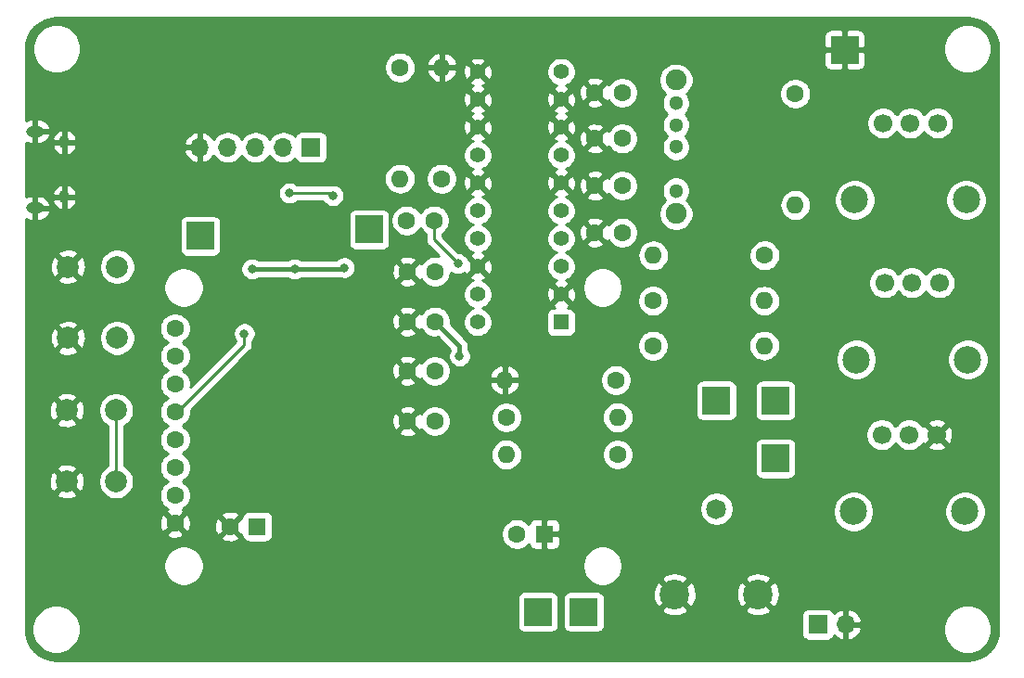
<source format=gbr>
G04 #@! TF.GenerationSoftware,KiCad,Pcbnew,(5.1.2-1)-1*
G04 #@! TF.CreationDate,2019-07-31T15:28:19-07:00*
G04 #@! TF.ProjectId,wavegenerator_v1,77617665-6765-46e6-9572-61746f725f76,rev?*
G04 #@! TF.SameCoordinates,Original*
G04 #@! TF.FileFunction,Copper,L2,Bot*
G04 #@! TF.FilePolarity,Positive*
%FSLAX46Y46*%
G04 Gerber Fmt 4.6, Leading zero omitted, Abs format (unit mm)*
G04 Created by KiCad (PCBNEW (5.1.2-1)-1) date 2019-07-31 15:28:19*
%MOMM*%
%LPD*%
G04 APERTURE LIST*
%ADD10C,1.600000*%
%ADD11R,1.600000X1.600000*%
%ADD12R,2.500000X2.500000*%
%ADD13O,1.600000X1.600000*%
%ADD14C,2.500000*%
%ADD15C,1.700000*%
%ADD16O,1.700000X1.700000*%
%ADD17R,1.700000X1.700000*%
%ADD18C,1.900000*%
%ADD19C,1.300000*%
%ADD20C,1.824000*%
%ADD21C,2.700000*%
%ADD22R,1.397000X1.397000*%
%ADD23C,1.397000*%
%ADD24C,2.000000*%
%ADD25O,0.950000X1.250000*%
%ADD26O,1.650000X1.000000*%
%ADD27C,0.800000*%
%ADD28C,0.400000*%
%ADD29C,0.250000*%
%ADD30C,0.254000*%
G04 APERTURE END LIST*
D10*
X91000000Y-89800000D03*
D11*
X93500000Y-89800000D03*
D10*
X64800000Y-89100000D03*
D11*
X67300000Y-89100000D03*
D12*
X114600000Y-77600000D03*
D13*
X103440000Y-64363600D03*
D10*
X113600000Y-64363600D03*
D13*
X89865200Y-75742800D03*
D10*
X100025200Y-75742800D03*
X83500000Y-79500000D03*
X81000000Y-79500000D03*
X83500000Y-70400000D03*
X81000000Y-70400000D03*
D13*
X100177600Y-79146400D03*
D10*
X90017600Y-79146400D03*
D13*
X84124800Y-47193200D03*
D10*
X84124800Y-57353200D03*
D13*
X80314800Y-57353200D03*
D10*
X80314800Y-47193200D03*
X83424400Y-61163200D03*
X80924400Y-61163200D03*
D13*
X90017600Y-82550000D03*
D10*
X100177600Y-82550000D03*
D12*
X114600000Y-82900000D03*
X77500000Y-62000000D03*
X109200000Y-77600000D03*
D14*
X121808400Y-59283600D03*
X131988400Y-59283600D03*
D15*
X124398400Y-52283600D03*
X126898400Y-52283600D03*
X129398400Y-52283600D03*
D14*
X121706800Y-87731600D03*
X131886800Y-87731600D03*
D15*
X124296800Y-80731600D03*
X126796800Y-80731600D03*
X129296800Y-80731600D03*
D14*
X121960800Y-73863200D03*
X132140800Y-73863200D03*
D15*
X124550800Y-66863200D03*
X127050800Y-66863200D03*
X129550800Y-66863200D03*
D10*
X81000000Y-74900000D03*
X83500000Y-74900000D03*
X81015200Y-65836800D03*
X83515200Y-65836800D03*
D16*
X62040000Y-54500000D03*
X64580000Y-54500000D03*
X67120000Y-54500000D03*
X69660000Y-54500000D03*
D17*
X72200000Y-54500000D03*
D18*
X105520000Y-48360000D03*
D19*
X105520000Y-50460000D03*
X105520000Y-52460000D03*
X105520000Y-54460000D03*
X105520000Y-58460000D03*
D18*
X105520000Y-60560000D03*
D10*
X59780000Y-88790000D03*
X59780000Y-86250000D03*
X59780000Y-83710000D03*
X59780000Y-81170000D03*
X59780000Y-78630000D03*
X59780000Y-76090000D03*
X59780000Y-73550000D03*
X59780000Y-71010000D03*
D20*
X109200000Y-87500000D03*
D21*
X113000000Y-95300000D03*
X105400000Y-95300000D03*
D10*
X98100000Y-62280800D03*
X100600000Y-62280800D03*
X98100000Y-49500000D03*
X100600000Y-49500000D03*
X98100000Y-53700000D03*
X100600000Y-53700000D03*
X98100000Y-58000000D03*
X100600000Y-58000000D03*
D22*
X95020000Y-70460000D03*
D23*
X95020000Y-67920000D03*
X95020000Y-65380000D03*
X95020000Y-62840000D03*
X95020000Y-60300000D03*
X95020000Y-57760000D03*
X95020000Y-55220000D03*
X95020000Y-52680000D03*
X95020000Y-50140000D03*
X95020000Y-47600000D03*
X87400000Y-47600000D03*
X87400000Y-50140000D03*
X87400000Y-52680000D03*
X87400000Y-55220000D03*
X87400000Y-57760000D03*
X87400000Y-60300000D03*
X87400000Y-62840000D03*
X87400000Y-65380000D03*
X87400000Y-67920000D03*
X87400000Y-70460000D03*
D13*
X113560000Y-72600000D03*
D10*
X103400000Y-72600000D03*
D12*
X120900000Y-45600000D03*
X92900000Y-96900000D03*
X97100000Y-96900000D03*
X62077600Y-62585600D03*
D16*
X121005600Y-98044000D03*
D17*
X118465600Y-98044000D03*
D10*
X103400000Y-68500000D03*
D13*
X113560000Y-68500000D03*
D24*
X54500000Y-71900000D03*
X50000000Y-71900000D03*
X54500000Y-65400000D03*
X50000000Y-65400000D03*
D25*
X49690000Y-54040400D03*
D26*
X46990000Y-60040400D03*
X46990000Y-53040400D03*
D25*
X49690000Y-59040400D03*
D10*
X116400000Y-49600000D03*
D13*
X116400000Y-59760000D03*
D24*
X49900000Y-78500000D03*
X54400000Y-78500000D03*
X49900000Y-85000000D03*
X54400000Y-85000000D03*
D27*
X69900000Y-80400000D03*
X78600000Y-80400000D03*
X69500000Y-60900000D03*
X68300000Y-69000000D03*
X67500000Y-74700000D03*
X69100000Y-74700000D03*
X73800000Y-88500000D03*
X49834800Y-86918800D03*
X57810400Y-96977200D03*
X87477600Y-96570800D03*
X85750400Y-73558400D03*
X70231000Y-58674000D03*
X74199998Y-58900000D03*
X70700000Y-65600000D03*
X66800000Y-65600000D03*
X75225004Y-65481200D03*
X85590000Y-65100000D03*
X66100000Y-71500000D03*
D28*
X85750400Y-72650400D02*
X85750400Y-73558400D01*
X83500000Y-70400000D02*
X85750400Y-72650400D01*
D29*
X70231000Y-58674000D02*
X73973998Y-58674000D01*
X73973998Y-58674000D02*
X74199998Y-58900000D01*
D28*
X70700000Y-65600000D02*
X66800000Y-65600000D01*
X75106204Y-65600000D02*
X75225004Y-65481200D01*
X70700000Y-65600000D02*
X75106204Y-65600000D01*
D29*
X83424400Y-61163200D02*
X83424400Y-62934400D01*
X83424400Y-62934400D02*
X85190001Y-64700001D01*
X85190001Y-64700001D02*
X85590000Y-65100000D01*
X66100000Y-72510000D02*
X59780000Y-78830000D01*
X66100000Y-71500000D02*
X66100000Y-72510000D01*
X54400000Y-85000000D02*
X54400000Y-81700000D01*
X54400000Y-81700000D02*
X54400000Y-82600000D01*
X54400000Y-78500000D02*
X54400000Y-81700000D01*
D30*
G36*
X132662906Y-42718909D02*
G01*
X133192367Y-42881210D01*
X133680222Y-43143260D01*
X134107888Y-43495078D01*
X134459070Y-43923258D01*
X134720402Y-44411506D01*
X134882722Y-44943838D01*
X134940000Y-45468336D01*
X134940001Y-98468018D01*
X134882837Y-99051015D01*
X134722810Y-99581049D01*
X134462884Y-100069899D01*
X134112954Y-100498955D01*
X133686353Y-100851869D01*
X133199329Y-101115201D01*
X132670427Y-101278924D01*
X132089326Y-101340000D01*
X48965936Y-101340000D01*
X48383960Y-101269139D01*
X47857833Y-101096746D01*
X47375208Y-100825443D01*
X46954468Y-100465561D01*
X46611647Y-100030817D01*
X46359795Y-99537764D01*
X46207759Y-99002545D01*
X46160000Y-98470444D01*
X46160000Y-98281072D01*
X46683000Y-98281072D01*
X46683000Y-98721328D01*
X46768890Y-99153125D01*
X46937369Y-99559869D01*
X47181962Y-99925929D01*
X47493271Y-100237238D01*
X47859331Y-100481831D01*
X48266075Y-100650310D01*
X48697872Y-100736200D01*
X49138128Y-100736200D01*
X49569925Y-100650310D01*
X49976669Y-100481831D01*
X50342729Y-100237238D01*
X50654038Y-99925929D01*
X50898631Y-99559869D01*
X51067110Y-99153125D01*
X51153000Y-98721328D01*
X51153000Y-98281072D01*
X51067110Y-97849275D01*
X50898631Y-97442531D01*
X50654038Y-97076471D01*
X50342729Y-96765162D01*
X49976669Y-96520569D01*
X49569925Y-96352090D01*
X49138128Y-96266200D01*
X48697872Y-96266200D01*
X48266075Y-96352090D01*
X47859331Y-96520569D01*
X47493271Y-96765162D01*
X47181962Y-97076471D01*
X46937369Y-97442531D01*
X46768890Y-97849275D01*
X46683000Y-98281072D01*
X46160000Y-98281072D01*
X46160000Y-95650000D01*
X91011928Y-95650000D01*
X91011928Y-98150000D01*
X91024188Y-98274482D01*
X91060498Y-98394180D01*
X91119463Y-98504494D01*
X91198815Y-98601185D01*
X91295506Y-98680537D01*
X91405820Y-98739502D01*
X91525518Y-98775812D01*
X91650000Y-98788072D01*
X94150000Y-98788072D01*
X94274482Y-98775812D01*
X94394180Y-98739502D01*
X94504494Y-98680537D01*
X94601185Y-98601185D01*
X94680537Y-98504494D01*
X94739502Y-98394180D01*
X94775812Y-98274482D01*
X94788072Y-98150000D01*
X94788072Y-95650000D01*
X95211928Y-95650000D01*
X95211928Y-98150000D01*
X95224188Y-98274482D01*
X95260498Y-98394180D01*
X95319463Y-98504494D01*
X95398815Y-98601185D01*
X95495506Y-98680537D01*
X95605820Y-98739502D01*
X95725518Y-98775812D01*
X95850000Y-98788072D01*
X98350000Y-98788072D01*
X98474482Y-98775812D01*
X98594180Y-98739502D01*
X98704494Y-98680537D01*
X98801185Y-98601185D01*
X98880537Y-98504494D01*
X98939502Y-98394180D01*
X98975812Y-98274482D01*
X98988072Y-98150000D01*
X98988072Y-96684838D01*
X104194767Y-96684838D01*
X104332724Y-96985044D01*
X104681967Y-97160882D01*
X105058804Y-97265207D01*
X105448753Y-97294009D01*
X105836828Y-97246184D01*
X106208116Y-97123568D01*
X106467276Y-96985044D01*
X106605233Y-96684838D01*
X111794767Y-96684838D01*
X111932724Y-96985044D01*
X112281967Y-97160882D01*
X112658804Y-97265207D01*
X113048753Y-97294009D01*
X113436828Y-97246184D01*
X113594844Y-97194000D01*
X116977528Y-97194000D01*
X116977528Y-98894000D01*
X116989788Y-99018482D01*
X117026098Y-99138180D01*
X117085063Y-99248494D01*
X117164415Y-99345185D01*
X117261106Y-99424537D01*
X117371420Y-99483502D01*
X117491118Y-99519812D01*
X117615600Y-99532072D01*
X119315600Y-99532072D01*
X119440082Y-99519812D01*
X119559780Y-99483502D01*
X119670094Y-99424537D01*
X119766785Y-99345185D01*
X119846137Y-99248494D01*
X119905102Y-99138180D01*
X119929566Y-99057534D01*
X120005331Y-99141588D01*
X120238680Y-99315641D01*
X120501501Y-99440825D01*
X120648710Y-99485476D01*
X120878600Y-99364155D01*
X120878600Y-98171000D01*
X121132600Y-98171000D01*
X121132600Y-99364155D01*
X121362490Y-99485476D01*
X121509699Y-99440825D01*
X121772520Y-99315641D01*
X122005869Y-99141588D01*
X122200778Y-98925355D01*
X122349757Y-98675252D01*
X122447081Y-98400891D01*
X122383560Y-98279872D01*
X129879800Y-98279872D01*
X129879800Y-98720128D01*
X129965690Y-99151925D01*
X130134169Y-99558669D01*
X130378762Y-99924729D01*
X130690071Y-100236038D01*
X131056131Y-100480631D01*
X131462875Y-100649110D01*
X131894672Y-100735000D01*
X132334928Y-100735000D01*
X132766725Y-100649110D01*
X133173469Y-100480631D01*
X133539529Y-100236038D01*
X133850838Y-99924729D01*
X134095431Y-99558669D01*
X134263910Y-99151925D01*
X134349800Y-98720128D01*
X134349800Y-98279872D01*
X134263910Y-97848075D01*
X134095431Y-97441331D01*
X133850838Y-97075271D01*
X133539529Y-96763962D01*
X133173469Y-96519369D01*
X132766725Y-96350890D01*
X132334928Y-96265000D01*
X131894672Y-96265000D01*
X131462875Y-96350890D01*
X131056131Y-96519369D01*
X130690071Y-96763962D01*
X130378762Y-97075271D01*
X130134169Y-97441331D01*
X129965690Y-97848075D01*
X129879800Y-98279872D01*
X122383560Y-98279872D01*
X122326414Y-98171000D01*
X121132600Y-98171000D01*
X120878600Y-98171000D01*
X120858600Y-98171000D01*
X120858600Y-97917000D01*
X120878600Y-97917000D01*
X120878600Y-96723845D01*
X121132600Y-96723845D01*
X121132600Y-97917000D01*
X122326414Y-97917000D01*
X122447081Y-97687109D01*
X122349757Y-97412748D01*
X122200778Y-97162645D01*
X122005869Y-96946412D01*
X121772520Y-96772359D01*
X121509699Y-96647175D01*
X121362490Y-96602524D01*
X121132600Y-96723845D01*
X120878600Y-96723845D01*
X120648710Y-96602524D01*
X120501501Y-96647175D01*
X120238680Y-96772359D01*
X120005331Y-96946412D01*
X119929566Y-97030466D01*
X119905102Y-96949820D01*
X119846137Y-96839506D01*
X119766785Y-96742815D01*
X119670094Y-96663463D01*
X119559780Y-96604498D01*
X119440082Y-96568188D01*
X119315600Y-96555928D01*
X117615600Y-96555928D01*
X117491118Y-96568188D01*
X117371420Y-96604498D01*
X117261106Y-96663463D01*
X117164415Y-96742815D01*
X117085063Y-96839506D01*
X117026098Y-96949820D01*
X116989788Y-97069518D01*
X116977528Y-97194000D01*
X113594844Y-97194000D01*
X113808116Y-97123568D01*
X114067276Y-96985044D01*
X114205233Y-96684838D01*
X113000000Y-95479605D01*
X111794767Y-96684838D01*
X106605233Y-96684838D01*
X105400000Y-95479605D01*
X104194767Y-96684838D01*
X98988072Y-96684838D01*
X98988072Y-95650000D01*
X98975812Y-95525518D01*
X98939502Y-95405820D01*
X98908999Y-95348753D01*
X103405991Y-95348753D01*
X103453816Y-95736828D01*
X103576432Y-96108116D01*
X103714956Y-96367276D01*
X104015162Y-96505233D01*
X105220395Y-95300000D01*
X105579605Y-95300000D01*
X106784838Y-96505233D01*
X107085044Y-96367276D01*
X107260882Y-96018033D01*
X107365207Y-95641196D01*
X107386807Y-95348753D01*
X111005991Y-95348753D01*
X111053816Y-95736828D01*
X111176432Y-96108116D01*
X111314956Y-96367276D01*
X111615162Y-96505233D01*
X112820395Y-95300000D01*
X113179605Y-95300000D01*
X114384838Y-96505233D01*
X114685044Y-96367276D01*
X114860882Y-96018033D01*
X114965207Y-95641196D01*
X114994009Y-95251247D01*
X114946184Y-94863172D01*
X114823568Y-94491884D01*
X114685044Y-94232724D01*
X114384838Y-94094767D01*
X113179605Y-95300000D01*
X112820395Y-95300000D01*
X111615162Y-94094767D01*
X111314956Y-94232724D01*
X111139118Y-94581967D01*
X111034793Y-94958804D01*
X111005991Y-95348753D01*
X107386807Y-95348753D01*
X107394009Y-95251247D01*
X107346184Y-94863172D01*
X107223568Y-94491884D01*
X107085044Y-94232724D01*
X106784838Y-94094767D01*
X105579605Y-95300000D01*
X105220395Y-95300000D01*
X104015162Y-94094767D01*
X103714956Y-94232724D01*
X103539118Y-94581967D01*
X103434793Y-94958804D01*
X103405991Y-95348753D01*
X98908999Y-95348753D01*
X98880537Y-95295506D01*
X98801185Y-95198815D01*
X98704494Y-95119463D01*
X98594180Y-95060498D01*
X98474482Y-95024188D01*
X98350000Y-95011928D01*
X95850000Y-95011928D01*
X95725518Y-95024188D01*
X95605820Y-95060498D01*
X95495506Y-95119463D01*
X95398815Y-95198815D01*
X95319463Y-95295506D01*
X95260498Y-95405820D01*
X95224188Y-95525518D01*
X95211928Y-95650000D01*
X94788072Y-95650000D01*
X94775812Y-95525518D01*
X94739502Y-95405820D01*
X94680537Y-95295506D01*
X94601185Y-95198815D01*
X94504494Y-95119463D01*
X94394180Y-95060498D01*
X94274482Y-95024188D01*
X94150000Y-95011928D01*
X91650000Y-95011928D01*
X91525518Y-95024188D01*
X91405820Y-95060498D01*
X91295506Y-95119463D01*
X91198815Y-95198815D01*
X91119463Y-95295506D01*
X91060498Y-95405820D01*
X91024188Y-95525518D01*
X91011928Y-95650000D01*
X46160000Y-95650000D01*
X46160000Y-92519268D01*
X58725000Y-92519268D01*
X58725000Y-92880732D01*
X58795518Y-93235250D01*
X58933844Y-93569199D01*
X59134662Y-93869744D01*
X59390256Y-94125338D01*
X59690801Y-94326156D01*
X60024750Y-94464482D01*
X60379268Y-94535000D01*
X60740732Y-94535000D01*
X61095250Y-94464482D01*
X61429199Y-94326156D01*
X61729744Y-94125338D01*
X61985338Y-93869744D01*
X62186156Y-93569199D01*
X62324482Y-93235250D01*
X62395000Y-92880732D01*
X62395000Y-92519268D01*
X96965000Y-92519268D01*
X96965000Y-92880732D01*
X97035518Y-93235250D01*
X97173844Y-93569199D01*
X97374662Y-93869744D01*
X97630256Y-94125338D01*
X97930801Y-94326156D01*
X98264750Y-94464482D01*
X98619268Y-94535000D01*
X98980732Y-94535000D01*
X99335250Y-94464482D01*
X99669199Y-94326156D01*
X99969744Y-94125338D01*
X100179920Y-93915162D01*
X104194767Y-93915162D01*
X105400000Y-95120395D01*
X106605233Y-93915162D01*
X111794767Y-93915162D01*
X113000000Y-95120395D01*
X114205233Y-93915162D01*
X114067276Y-93614956D01*
X113718033Y-93439118D01*
X113341196Y-93334793D01*
X112951247Y-93305991D01*
X112563172Y-93353816D01*
X112191884Y-93476432D01*
X111932724Y-93614956D01*
X111794767Y-93915162D01*
X106605233Y-93915162D01*
X106467276Y-93614956D01*
X106118033Y-93439118D01*
X105741196Y-93334793D01*
X105351247Y-93305991D01*
X104963172Y-93353816D01*
X104591884Y-93476432D01*
X104332724Y-93614956D01*
X104194767Y-93915162D01*
X100179920Y-93915162D01*
X100225338Y-93869744D01*
X100426156Y-93569199D01*
X100564482Y-93235250D01*
X100635000Y-92880732D01*
X100635000Y-92519268D01*
X100564482Y-92164750D01*
X100426156Y-91830801D01*
X100225338Y-91530256D01*
X99969744Y-91274662D01*
X99669199Y-91073844D01*
X99335250Y-90935518D01*
X98980732Y-90865000D01*
X98619268Y-90865000D01*
X98264750Y-90935518D01*
X97930801Y-91073844D01*
X97630256Y-91274662D01*
X97374662Y-91530256D01*
X97173844Y-91830801D01*
X97035518Y-92164750D01*
X96965000Y-92519268D01*
X62395000Y-92519268D01*
X62324482Y-92164750D01*
X62186156Y-91830801D01*
X61985338Y-91530256D01*
X61729744Y-91274662D01*
X61429199Y-91073844D01*
X61095250Y-90935518D01*
X60740732Y-90865000D01*
X60379268Y-90865000D01*
X60024750Y-90935518D01*
X59690801Y-91073844D01*
X59390256Y-91274662D01*
X59134662Y-91530256D01*
X58933844Y-91830801D01*
X58795518Y-92164750D01*
X58725000Y-92519268D01*
X46160000Y-92519268D01*
X46160000Y-89782702D01*
X58966903Y-89782702D01*
X59038486Y-90026671D01*
X59293996Y-90147571D01*
X59568184Y-90216300D01*
X59850512Y-90230217D01*
X60130130Y-90188787D01*
X60396292Y-90093603D01*
X60397977Y-90092702D01*
X63986903Y-90092702D01*
X64058486Y-90336671D01*
X64313996Y-90457571D01*
X64588184Y-90526300D01*
X64870512Y-90540217D01*
X65150130Y-90498787D01*
X65416292Y-90403603D01*
X65541514Y-90336671D01*
X65613097Y-90092702D01*
X64800000Y-89279605D01*
X63986903Y-90092702D01*
X60397977Y-90092702D01*
X60521514Y-90026671D01*
X60593097Y-89782702D01*
X59780000Y-88969605D01*
X58966903Y-89782702D01*
X46160000Y-89782702D01*
X46160000Y-88860512D01*
X58339783Y-88860512D01*
X58381213Y-89140130D01*
X58476397Y-89406292D01*
X58543329Y-89531514D01*
X58787298Y-89603097D01*
X59600395Y-88790000D01*
X59959605Y-88790000D01*
X60772702Y-89603097D01*
X61016671Y-89531514D01*
X61137571Y-89276004D01*
X61164014Y-89170512D01*
X63359783Y-89170512D01*
X63401213Y-89450130D01*
X63496397Y-89716292D01*
X63563329Y-89841514D01*
X63807298Y-89913097D01*
X64620395Y-89100000D01*
X64979605Y-89100000D01*
X65792702Y-89913097D01*
X65861928Y-89892785D01*
X65861928Y-89900000D01*
X65874188Y-90024482D01*
X65910498Y-90144180D01*
X65969463Y-90254494D01*
X66048815Y-90351185D01*
X66145506Y-90430537D01*
X66255820Y-90489502D01*
X66375518Y-90525812D01*
X66500000Y-90538072D01*
X68100000Y-90538072D01*
X68224482Y-90525812D01*
X68344180Y-90489502D01*
X68454494Y-90430537D01*
X68551185Y-90351185D01*
X68630537Y-90254494D01*
X68689502Y-90144180D01*
X68725812Y-90024482D01*
X68738072Y-89900000D01*
X68738072Y-89658665D01*
X89565000Y-89658665D01*
X89565000Y-89941335D01*
X89620147Y-90218574D01*
X89728320Y-90479727D01*
X89885363Y-90714759D01*
X90085241Y-90914637D01*
X90320273Y-91071680D01*
X90581426Y-91179853D01*
X90858665Y-91235000D01*
X91141335Y-91235000D01*
X91418574Y-91179853D01*
X91679727Y-91071680D01*
X91914759Y-90914637D01*
X92081339Y-90748057D01*
X92110498Y-90844180D01*
X92169463Y-90954494D01*
X92248815Y-91051185D01*
X92345506Y-91130537D01*
X92455820Y-91189502D01*
X92575518Y-91225812D01*
X92700000Y-91238072D01*
X93214250Y-91235000D01*
X93373000Y-91076250D01*
X93373000Y-89927000D01*
X93627000Y-89927000D01*
X93627000Y-91076250D01*
X93785750Y-91235000D01*
X94300000Y-91238072D01*
X94424482Y-91225812D01*
X94544180Y-91189502D01*
X94654494Y-91130537D01*
X94751185Y-91051185D01*
X94830537Y-90954494D01*
X94889502Y-90844180D01*
X94925812Y-90724482D01*
X94938072Y-90600000D01*
X94935000Y-90085750D01*
X94776250Y-89927000D01*
X93627000Y-89927000D01*
X93373000Y-89927000D01*
X93353000Y-89927000D01*
X93353000Y-89673000D01*
X93373000Y-89673000D01*
X93373000Y-88523750D01*
X93627000Y-88523750D01*
X93627000Y-89673000D01*
X94776250Y-89673000D01*
X94935000Y-89514250D01*
X94938072Y-89000000D01*
X94925812Y-88875518D01*
X94889502Y-88755820D01*
X94830537Y-88645506D01*
X94751185Y-88548815D01*
X94654494Y-88469463D01*
X94544180Y-88410498D01*
X94424482Y-88374188D01*
X94300000Y-88361928D01*
X93785750Y-88365000D01*
X93627000Y-88523750D01*
X93373000Y-88523750D01*
X93214250Y-88365000D01*
X92700000Y-88361928D01*
X92575518Y-88374188D01*
X92455820Y-88410498D01*
X92345506Y-88469463D01*
X92248815Y-88548815D01*
X92169463Y-88645506D01*
X92110498Y-88755820D01*
X92081339Y-88851943D01*
X91914759Y-88685363D01*
X91679727Y-88528320D01*
X91418574Y-88420147D01*
X91141335Y-88365000D01*
X90858665Y-88365000D01*
X90581426Y-88420147D01*
X90320273Y-88528320D01*
X90085241Y-88685363D01*
X89885363Y-88885241D01*
X89728320Y-89120273D01*
X89620147Y-89381426D01*
X89565000Y-89658665D01*
X68738072Y-89658665D01*
X68738072Y-88300000D01*
X68725812Y-88175518D01*
X68689502Y-88055820D01*
X68630537Y-87945506D01*
X68551185Y-87848815D01*
X68454494Y-87769463D01*
X68344180Y-87710498D01*
X68224482Y-87674188D01*
X68100000Y-87661928D01*
X66500000Y-87661928D01*
X66375518Y-87674188D01*
X66255820Y-87710498D01*
X66145506Y-87769463D01*
X66048815Y-87848815D01*
X65969463Y-87945506D01*
X65910498Y-88055820D01*
X65874188Y-88175518D01*
X65861928Y-88300000D01*
X65861928Y-88307215D01*
X65792702Y-88286903D01*
X64979605Y-89100000D01*
X64620395Y-89100000D01*
X63807298Y-88286903D01*
X63563329Y-88358486D01*
X63442429Y-88613996D01*
X63373700Y-88888184D01*
X63359783Y-89170512D01*
X61164014Y-89170512D01*
X61206300Y-89001816D01*
X61220217Y-88719488D01*
X61178787Y-88439870D01*
X61083603Y-88173708D01*
X61048107Y-88107298D01*
X63986903Y-88107298D01*
X64800000Y-88920395D01*
X65613097Y-88107298D01*
X65541514Y-87863329D01*
X65286004Y-87742429D01*
X65011816Y-87673700D01*
X64729488Y-87659783D01*
X64449870Y-87701213D01*
X64183708Y-87796397D01*
X64058486Y-87863329D01*
X63986903Y-88107298D01*
X61048107Y-88107298D01*
X61016671Y-88048486D01*
X60772702Y-87976903D01*
X59959605Y-88790000D01*
X59600395Y-88790000D01*
X58787298Y-87976903D01*
X58543329Y-88048486D01*
X58422429Y-88303996D01*
X58353700Y-88578184D01*
X58339783Y-88860512D01*
X46160000Y-88860512D01*
X46160000Y-86135413D01*
X48944192Y-86135413D01*
X49039956Y-86399814D01*
X49329571Y-86540704D01*
X49641108Y-86622384D01*
X49962595Y-86641718D01*
X50281675Y-86597961D01*
X50586088Y-86492795D01*
X50760044Y-86399814D01*
X50855808Y-86135413D01*
X49900000Y-85179605D01*
X48944192Y-86135413D01*
X46160000Y-86135413D01*
X46160000Y-85062595D01*
X48258282Y-85062595D01*
X48302039Y-85381675D01*
X48407205Y-85686088D01*
X48500186Y-85860044D01*
X48764587Y-85955808D01*
X49720395Y-85000000D01*
X50079605Y-85000000D01*
X51035413Y-85955808D01*
X51299814Y-85860044D01*
X51440704Y-85570429D01*
X51522384Y-85258892D01*
X51541718Y-84937405D01*
X51497961Y-84618325D01*
X51392795Y-84313912D01*
X51299814Y-84139956D01*
X51035413Y-84044192D01*
X50079605Y-85000000D01*
X49720395Y-85000000D01*
X48764587Y-84044192D01*
X48500186Y-84139956D01*
X48359296Y-84429571D01*
X48277616Y-84741108D01*
X48258282Y-85062595D01*
X46160000Y-85062595D01*
X46160000Y-83864587D01*
X48944192Y-83864587D01*
X49900000Y-84820395D01*
X50855808Y-83864587D01*
X50760044Y-83600186D01*
X50470429Y-83459296D01*
X50158892Y-83377616D01*
X49837405Y-83358282D01*
X49518325Y-83402039D01*
X49213912Y-83507205D01*
X49039956Y-83600186D01*
X48944192Y-83864587D01*
X46160000Y-83864587D01*
X46160000Y-79635413D01*
X48944192Y-79635413D01*
X49039956Y-79899814D01*
X49329571Y-80040704D01*
X49641108Y-80122384D01*
X49962595Y-80141718D01*
X50281675Y-80097961D01*
X50586088Y-79992795D01*
X50760044Y-79899814D01*
X50855808Y-79635413D01*
X49900000Y-78679605D01*
X48944192Y-79635413D01*
X46160000Y-79635413D01*
X46160000Y-78562595D01*
X48258282Y-78562595D01*
X48302039Y-78881675D01*
X48407205Y-79186088D01*
X48500186Y-79360044D01*
X48764587Y-79455808D01*
X49720395Y-78500000D01*
X50079605Y-78500000D01*
X51035413Y-79455808D01*
X51299814Y-79360044D01*
X51440704Y-79070429D01*
X51522384Y-78758892D01*
X51541718Y-78437405D01*
X51528219Y-78338967D01*
X52765000Y-78338967D01*
X52765000Y-78661033D01*
X52827832Y-78976912D01*
X52951082Y-79274463D01*
X53130013Y-79542252D01*
X53357748Y-79769987D01*
X53625537Y-79948918D01*
X53640000Y-79954909D01*
X53640001Y-81662658D01*
X53640000Y-81662668D01*
X53640000Y-82637333D01*
X53640001Y-82637340D01*
X53640000Y-83545091D01*
X53625537Y-83551082D01*
X53357748Y-83730013D01*
X53130013Y-83957748D01*
X52951082Y-84225537D01*
X52827832Y-84523088D01*
X52765000Y-84838967D01*
X52765000Y-85161033D01*
X52827832Y-85476912D01*
X52951082Y-85774463D01*
X53130013Y-86042252D01*
X53357748Y-86269987D01*
X53625537Y-86448918D01*
X53923088Y-86572168D01*
X54238967Y-86635000D01*
X54561033Y-86635000D01*
X54876912Y-86572168D01*
X55174463Y-86448918D01*
X55442252Y-86269987D01*
X55669987Y-86042252D01*
X55848918Y-85774463D01*
X55972168Y-85476912D01*
X56035000Y-85161033D01*
X56035000Y-84838967D01*
X55972168Y-84523088D01*
X55848918Y-84225537D01*
X55669987Y-83957748D01*
X55442252Y-83730013D01*
X55174463Y-83551082D01*
X55160000Y-83545091D01*
X55160000Y-79954909D01*
X55174463Y-79948918D01*
X55442252Y-79769987D01*
X55669987Y-79542252D01*
X55848918Y-79274463D01*
X55972168Y-78976912D01*
X56035000Y-78661033D01*
X56035000Y-78338967D01*
X55972168Y-78023088D01*
X55848918Y-77725537D01*
X55669987Y-77457748D01*
X55442252Y-77230013D01*
X55174463Y-77051082D01*
X54876912Y-76927832D01*
X54561033Y-76865000D01*
X54238967Y-76865000D01*
X53923088Y-76927832D01*
X53625537Y-77051082D01*
X53357748Y-77230013D01*
X53130013Y-77457748D01*
X52951082Y-77725537D01*
X52827832Y-78023088D01*
X52765000Y-78338967D01*
X51528219Y-78338967D01*
X51497961Y-78118325D01*
X51392795Y-77813912D01*
X51299814Y-77639956D01*
X51035413Y-77544192D01*
X50079605Y-78500000D01*
X49720395Y-78500000D01*
X48764587Y-77544192D01*
X48500186Y-77639956D01*
X48359296Y-77929571D01*
X48277616Y-78241108D01*
X48258282Y-78562595D01*
X46160000Y-78562595D01*
X46160000Y-77364587D01*
X48944192Y-77364587D01*
X49900000Y-78320395D01*
X50855808Y-77364587D01*
X50760044Y-77100186D01*
X50470429Y-76959296D01*
X50158892Y-76877616D01*
X49837405Y-76858282D01*
X49518325Y-76902039D01*
X49213912Y-77007205D01*
X49039956Y-77100186D01*
X48944192Y-77364587D01*
X46160000Y-77364587D01*
X46160000Y-73035413D01*
X49044192Y-73035413D01*
X49139956Y-73299814D01*
X49429571Y-73440704D01*
X49741108Y-73522384D01*
X50062595Y-73541718D01*
X50381675Y-73497961D01*
X50686088Y-73392795D01*
X50860044Y-73299814D01*
X50955808Y-73035413D01*
X50000000Y-72079605D01*
X49044192Y-73035413D01*
X46160000Y-73035413D01*
X46160000Y-71962595D01*
X48358282Y-71962595D01*
X48402039Y-72281675D01*
X48507205Y-72586088D01*
X48600186Y-72760044D01*
X48864587Y-72855808D01*
X49820395Y-71900000D01*
X50179605Y-71900000D01*
X51135413Y-72855808D01*
X51399814Y-72760044D01*
X51540704Y-72470429D01*
X51622384Y-72158892D01*
X51641718Y-71837405D01*
X51628219Y-71738967D01*
X52865000Y-71738967D01*
X52865000Y-72061033D01*
X52927832Y-72376912D01*
X53051082Y-72674463D01*
X53230013Y-72942252D01*
X53457748Y-73169987D01*
X53725537Y-73348918D01*
X54023088Y-73472168D01*
X54338967Y-73535000D01*
X54661033Y-73535000D01*
X54976912Y-73472168D01*
X55274463Y-73348918D01*
X55542252Y-73169987D01*
X55769987Y-72942252D01*
X55948918Y-72674463D01*
X56072168Y-72376912D01*
X56135000Y-72061033D01*
X56135000Y-71738967D01*
X56072168Y-71423088D01*
X55948918Y-71125537D01*
X55777282Y-70868665D01*
X58345000Y-70868665D01*
X58345000Y-71151335D01*
X58400147Y-71428574D01*
X58508320Y-71689727D01*
X58665363Y-71924759D01*
X58865241Y-72124637D01*
X59097759Y-72280000D01*
X58865241Y-72435363D01*
X58665363Y-72635241D01*
X58508320Y-72870273D01*
X58400147Y-73131426D01*
X58345000Y-73408665D01*
X58345000Y-73691335D01*
X58400147Y-73968574D01*
X58508320Y-74229727D01*
X58665363Y-74464759D01*
X58865241Y-74664637D01*
X59097759Y-74820000D01*
X58865241Y-74975363D01*
X58665363Y-75175241D01*
X58508320Y-75410273D01*
X58400147Y-75671426D01*
X58345000Y-75948665D01*
X58345000Y-76231335D01*
X58400147Y-76508574D01*
X58508320Y-76769727D01*
X58665363Y-77004759D01*
X58865241Y-77204637D01*
X59097759Y-77360000D01*
X58865241Y-77515363D01*
X58665363Y-77715241D01*
X58508320Y-77950273D01*
X58400147Y-78211426D01*
X58345000Y-78488665D01*
X58345000Y-78771335D01*
X58400147Y-79048574D01*
X58508320Y-79309727D01*
X58665363Y-79544759D01*
X58865241Y-79744637D01*
X59097759Y-79900000D01*
X58865241Y-80055363D01*
X58665363Y-80255241D01*
X58508320Y-80490273D01*
X58400147Y-80751426D01*
X58345000Y-81028665D01*
X58345000Y-81311335D01*
X58400147Y-81588574D01*
X58508320Y-81849727D01*
X58665363Y-82084759D01*
X58865241Y-82284637D01*
X59097759Y-82440000D01*
X58865241Y-82595363D01*
X58665363Y-82795241D01*
X58508320Y-83030273D01*
X58400147Y-83291426D01*
X58345000Y-83568665D01*
X58345000Y-83851335D01*
X58400147Y-84128574D01*
X58508320Y-84389727D01*
X58665363Y-84624759D01*
X58865241Y-84824637D01*
X59097759Y-84980000D01*
X58865241Y-85135363D01*
X58665363Y-85335241D01*
X58508320Y-85570273D01*
X58400147Y-85831426D01*
X58345000Y-86108665D01*
X58345000Y-86391335D01*
X58400147Y-86668574D01*
X58508320Y-86929727D01*
X58665363Y-87164759D01*
X58865241Y-87364637D01*
X59099128Y-87520915D01*
X59038486Y-87553329D01*
X58966903Y-87797298D01*
X59780000Y-88610395D01*
X60593097Y-87797298D01*
X60521514Y-87553329D01*
X60457008Y-87522806D01*
X60459727Y-87521680D01*
X60694759Y-87364637D01*
X60711762Y-87347634D01*
X107653000Y-87347634D01*
X107653000Y-87652366D01*
X107712451Y-87951243D01*
X107829067Y-88232779D01*
X107998367Y-88486155D01*
X108213845Y-88701633D01*
X108467221Y-88870933D01*
X108748757Y-88987549D01*
X109047634Y-89047000D01*
X109352366Y-89047000D01*
X109651243Y-88987549D01*
X109932779Y-88870933D01*
X110186155Y-88701633D01*
X110401633Y-88486155D01*
X110570933Y-88232779D01*
X110687549Y-87951243D01*
X110747000Y-87652366D01*
X110747000Y-87545944D01*
X119821800Y-87545944D01*
X119821800Y-87917256D01*
X119894239Y-88281434D01*
X120036334Y-88624482D01*
X120242625Y-88933218D01*
X120505182Y-89195775D01*
X120813918Y-89402066D01*
X121156966Y-89544161D01*
X121521144Y-89616600D01*
X121892456Y-89616600D01*
X122256634Y-89544161D01*
X122599682Y-89402066D01*
X122908418Y-89195775D01*
X123170975Y-88933218D01*
X123377266Y-88624482D01*
X123519361Y-88281434D01*
X123591800Y-87917256D01*
X123591800Y-87545944D01*
X130001800Y-87545944D01*
X130001800Y-87917256D01*
X130074239Y-88281434D01*
X130216334Y-88624482D01*
X130422625Y-88933218D01*
X130685182Y-89195775D01*
X130993918Y-89402066D01*
X131336966Y-89544161D01*
X131701144Y-89616600D01*
X132072456Y-89616600D01*
X132436634Y-89544161D01*
X132779682Y-89402066D01*
X133088418Y-89195775D01*
X133350975Y-88933218D01*
X133557266Y-88624482D01*
X133699361Y-88281434D01*
X133771800Y-87917256D01*
X133771800Y-87545944D01*
X133699361Y-87181766D01*
X133557266Y-86838718D01*
X133350975Y-86529982D01*
X133088418Y-86267425D01*
X132779682Y-86061134D01*
X132436634Y-85919039D01*
X132072456Y-85846600D01*
X131701144Y-85846600D01*
X131336966Y-85919039D01*
X130993918Y-86061134D01*
X130685182Y-86267425D01*
X130422625Y-86529982D01*
X130216334Y-86838718D01*
X130074239Y-87181766D01*
X130001800Y-87545944D01*
X123591800Y-87545944D01*
X123519361Y-87181766D01*
X123377266Y-86838718D01*
X123170975Y-86529982D01*
X122908418Y-86267425D01*
X122599682Y-86061134D01*
X122256634Y-85919039D01*
X121892456Y-85846600D01*
X121521144Y-85846600D01*
X121156966Y-85919039D01*
X120813918Y-86061134D01*
X120505182Y-86267425D01*
X120242625Y-86529982D01*
X120036334Y-86838718D01*
X119894239Y-87181766D01*
X119821800Y-87545944D01*
X110747000Y-87545944D01*
X110747000Y-87347634D01*
X110687549Y-87048757D01*
X110570933Y-86767221D01*
X110401633Y-86513845D01*
X110186155Y-86298367D01*
X109932779Y-86129067D01*
X109651243Y-86012451D01*
X109352366Y-85953000D01*
X109047634Y-85953000D01*
X108748757Y-86012451D01*
X108467221Y-86129067D01*
X108213845Y-86298367D01*
X107998367Y-86513845D01*
X107829067Y-86767221D01*
X107712451Y-87048757D01*
X107653000Y-87347634D01*
X60711762Y-87347634D01*
X60894637Y-87164759D01*
X61051680Y-86929727D01*
X61159853Y-86668574D01*
X61215000Y-86391335D01*
X61215000Y-86108665D01*
X61159853Y-85831426D01*
X61051680Y-85570273D01*
X60894637Y-85335241D01*
X60694759Y-85135363D01*
X60462241Y-84980000D01*
X60694759Y-84824637D01*
X60894637Y-84624759D01*
X61051680Y-84389727D01*
X61159853Y-84128574D01*
X61215000Y-83851335D01*
X61215000Y-83568665D01*
X61159853Y-83291426D01*
X61051680Y-83030273D01*
X60894637Y-82795241D01*
X60694759Y-82595363D01*
X60626869Y-82550000D01*
X88575657Y-82550000D01*
X88603364Y-82831309D01*
X88685418Y-83101808D01*
X88818668Y-83351101D01*
X88997992Y-83569608D01*
X89216499Y-83748932D01*
X89465792Y-83882182D01*
X89736291Y-83964236D01*
X89947108Y-83985000D01*
X90088092Y-83985000D01*
X90298909Y-83964236D01*
X90569408Y-83882182D01*
X90818701Y-83748932D01*
X91037208Y-83569608D01*
X91216532Y-83351101D01*
X91349782Y-83101808D01*
X91431836Y-82831309D01*
X91459543Y-82550000D01*
X91445623Y-82408665D01*
X98742600Y-82408665D01*
X98742600Y-82691335D01*
X98797747Y-82968574D01*
X98905920Y-83229727D01*
X99062963Y-83464759D01*
X99262841Y-83664637D01*
X99497873Y-83821680D01*
X99759026Y-83929853D01*
X100036265Y-83985000D01*
X100318935Y-83985000D01*
X100596174Y-83929853D01*
X100857327Y-83821680D01*
X101092359Y-83664637D01*
X101292237Y-83464759D01*
X101449280Y-83229727D01*
X101557453Y-82968574D01*
X101612600Y-82691335D01*
X101612600Y-82408665D01*
X101557453Y-82131426D01*
X101449280Y-81870273D01*
X101302099Y-81650000D01*
X112711928Y-81650000D01*
X112711928Y-84150000D01*
X112724188Y-84274482D01*
X112760498Y-84394180D01*
X112819463Y-84504494D01*
X112898815Y-84601185D01*
X112995506Y-84680537D01*
X113105820Y-84739502D01*
X113225518Y-84775812D01*
X113350000Y-84788072D01*
X115850000Y-84788072D01*
X115974482Y-84775812D01*
X116094180Y-84739502D01*
X116204494Y-84680537D01*
X116301185Y-84601185D01*
X116380537Y-84504494D01*
X116439502Y-84394180D01*
X116475812Y-84274482D01*
X116488072Y-84150000D01*
X116488072Y-81650000D01*
X116475812Y-81525518D01*
X116439502Y-81405820D01*
X116380537Y-81295506D01*
X116301185Y-81198815D01*
X116204494Y-81119463D01*
X116094180Y-81060498D01*
X115974482Y-81024188D01*
X115850000Y-81011928D01*
X113350000Y-81011928D01*
X113225518Y-81024188D01*
X113105820Y-81060498D01*
X112995506Y-81119463D01*
X112898815Y-81198815D01*
X112819463Y-81295506D01*
X112760498Y-81405820D01*
X112724188Y-81525518D01*
X112711928Y-81650000D01*
X101302099Y-81650000D01*
X101292237Y-81635241D01*
X101092359Y-81435363D01*
X100857327Y-81278320D01*
X100596174Y-81170147D01*
X100318935Y-81115000D01*
X100036265Y-81115000D01*
X99759026Y-81170147D01*
X99497873Y-81278320D01*
X99262841Y-81435363D01*
X99062963Y-81635241D01*
X98905920Y-81870273D01*
X98797747Y-82131426D01*
X98742600Y-82408665D01*
X91445623Y-82408665D01*
X91431836Y-82268691D01*
X91349782Y-81998192D01*
X91216532Y-81748899D01*
X91037208Y-81530392D01*
X90818701Y-81351068D01*
X90569408Y-81217818D01*
X90298909Y-81135764D01*
X90088092Y-81115000D01*
X89947108Y-81115000D01*
X89736291Y-81135764D01*
X89465792Y-81217818D01*
X89216499Y-81351068D01*
X88997992Y-81530392D01*
X88818668Y-81748899D01*
X88685418Y-81998192D01*
X88603364Y-82268691D01*
X88575657Y-82550000D01*
X60626869Y-82550000D01*
X60462241Y-82440000D01*
X60694759Y-82284637D01*
X60894637Y-82084759D01*
X61051680Y-81849727D01*
X61159853Y-81588574D01*
X61215000Y-81311335D01*
X61215000Y-81028665D01*
X61159853Y-80751426D01*
X61052687Y-80492702D01*
X80186903Y-80492702D01*
X80258486Y-80736671D01*
X80513996Y-80857571D01*
X80788184Y-80926300D01*
X81070512Y-80940217D01*
X81350130Y-80898787D01*
X81616292Y-80803603D01*
X81741514Y-80736671D01*
X81813097Y-80492702D01*
X81000000Y-79679605D01*
X80186903Y-80492702D01*
X61052687Y-80492702D01*
X61051680Y-80490273D01*
X60894637Y-80255241D01*
X60694759Y-80055363D01*
X60462241Y-79900000D01*
X60694759Y-79744637D01*
X60868884Y-79570512D01*
X79559783Y-79570512D01*
X79601213Y-79850130D01*
X79696397Y-80116292D01*
X79763329Y-80241514D01*
X80007298Y-80313097D01*
X80820395Y-79500000D01*
X81179605Y-79500000D01*
X81992702Y-80313097D01*
X82236671Y-80241514D01*
X82250324Y-80212659D01*
X82385363Y-80414759D01*
X82585241Y-80614637D01*
X82820273Y-80771680D01*
X83081426Y-80879853D01*
X83358665Y-80935000D01*
X83641335Y-80935000D01*
X83918574Y-80879853D01*
X84179727Y-80771680D01*
X84414759Y-80614637D01*
X84444056Y-80585340D01*
X122811800Y-80585340D01*
X122811800Y-80877860D01*
X122868868Y-81164758D01*
X122980810Y-81435011D01*
X123143325Y-81678232D01*
X123350168Y-81885075D01*
X123593389Y-82047590D01*
X123863642Y-82159532D01*
X124150540Y-82216600D01*
X124443060Y-82216600D01*
X124729958Y-82159532D01*
X125000211Y-82047590D01*
X125243432Y-81885075D01*
X125450275Y-81678232D01*
X125546800Y-81533772D01*
X125643325Y-81678232D01*
X125850168Y-81885075D01*
X126093389Y-82047590D01*
X126363642Y-82159532D01*
X126650540Y-82216600D01*
X126943060Y-82216600D01*
X127229958Y-82159532D01*
X127500211Y-82047590D01*
X127743432Y-81885075D01*
X127868510Y-81759997D01*
X128448008Y-81759997D01*
X128525643Y-82009072D01*
X128789683Y-82134971D01*
X129073211Y-82206939D01*
X129365331Y-82222211D01*
X129654819Y-82180199D01*
X129930547Y-82082519D01*
X130067957Y-82009072D01*
X130145592Y-81759997D01*
X129296800Y-80911205D01*
X128448008Y-81759997D01*
X127868510Y-81759997D01*
X127950275Y-81678232D01*
X128059216Y-81515190D01*
X128268403Y-81580392D01*
X129117195Y-80731600D01*
X129476405Y-80731600D01*
X130325197Y-81580392D01*
X130574272Y-81502757D01*
X130700171Y-81238717D01*
X130772139Y-80955189D01*
X130787411Y-80663069D01*
X130745399Y-80373581D01*
X130647719Y-80097853D01*
X130574272Y-79960443D01*
X130325197Y-79882808D01*
X129476405Y-80731600D01*
X129117195Y-80731600D01*
X128268403Y-79882808D01*
X128059216Y-79948010D01*
X127950275Y-79784968D01*
X127868510Y-79703203D01*
X128448008Y-79703203D01*
X129296800Y-80551995D01*
X130145592Y-79703203D01*
X130067957Y-79454128D01*
X129803917Y-79328229D01*
X129520389Y-79256261D01*
X129228269Y-79240989D01*
X128938781Y-79283001D01*
X128663053Y-79380681D01*
X128525643Y-79454128D01*
X128448008Y-79703203D01*
X127868510Y-79703203D01*
X127743432Y-79578125D01*
X127500211Y-79415610D01*
X127229958Y-79303668D01*
X126943060Y-79246600D01*
X126650540Y-79246600D01*
X126363642Y-79303668D01*
X126093389Y-79415610D01*
X125850168Y-79578125D01*
X125643325Y-79784968D01*
X125546800Y-79929428D01*
X125450275Y-79784968D01*
X125243432Y-79578125D01*
X125000211Y-79415610D01*
X124729958Y-79303668D01*
X124443060Y-79246600D01*
X124150540Y-79246600D01*
X123863642Y-79303668D01*
X123593389Y-79415610D01*
X123350168Y-79578125D01*
X123143325Y-79784968D01*
X122980810Y-80028189D01*
X122868868Y-80298442D01*
X122811800Y-80585340D01*
X84444056Y-80585340D01*
X84614637Y-80414759D01*
X84771680Y-80179727D01*
X84879853Y-79918574D01*
X84935000Y-79641335D01*
X84935000Y-79358665D01*
X84879853Y-79081426D01*
X84848224Y-79005065D01*
X88582600Y-79005065D01*
X88582600Y-79287735D01*
X88637747Y-79564974D01*
X88745920Y-79826127D01*
X88902963Y-80061159D01*
X89102841Y-80261037D01*
X89337873Y-80418080D01*
X89599026Y-80526253D01*
X89876265Y-80581400D01*
X90158935Y-80581400D01*
X90436174Y-80526253D01*
X90697327Y-80418080D01*
X90932359Y-80261037D01*
X91132237Y-80061159D01*
X91289280Y-79826127D01*
X91397453Y-79564974D01*
X91452600Y-79287735D01*
X91452600Y-79146400D01*
X98735657Y-79146400D01*
X98763364Y-79427709D01*
X98845418Y-79698208D01*
X98978668Y-79947501D01*
X99157992Y-80166008D01*
X99376499Y-80345332D01*
X99625792Y-80478582D01*
X99896291Y-80560636D01*
X100107108Y-80581400D01*
X100248092Y-80581400D01*
X100458909Y-80560636D01*
X100729408Y-80478582D01*
X100978701Y-80345332D01*
X101197208Y-80166008D01*
X101376532Y-79947501D01*
X101509782Y-79698208D01*
X101591836Y-79427709D01*
X101619543Y-79146400D01*
X101591836Y-78865091D01*
X101509782Y-78594592D01*
X101376532Y-78345299D01*
X101197208Y-78126792D01*
X100978701Y-77947468D01*
X100729408Y-77814218D01*
X100458909Y-77732164D01*
X100248092Y-77711400D01*
X100107108Y-77711400D01*
X99896291Y-77732164D01*
X99625792Y-77814218D01*
X99376499Y-77947468D01*
X99157992Y-78126792D01*
X98978668Y-78345299D01*
X98845418Y-78594592D01*
X98763364Y-78865091D01*
X98735657Y-79146400D01*
X91452600Y-79146400D01*
X91452600Y-79005065D01*
X91397453Y-78727826D01*
X91289280Y-78466673D01*
X91132237Y-78231641D01*
X90932359Y-78031763D01*
X90697327Y-77874720D01*
X90436174Y-77766547D01*
X90158935Y-77711400D01*
X89876265Y-77711400D01*
X89599026Y-77766547D01*
X89337873Y-77874720D01*
X89102841Y-78031763D01*
X88902963Y-78231641D01*
X88745920Y-78466673D01*
X88637747Y-78727826D01*
X88582600Y-79005065D01*
X84848224Y-79005065D01*
X84771680Y-78820273D01*
X84614637Y-78585241D01*
X84414759Y-78385363D01*
X84179727Y-78228320D01*
X83918574Y-78120147D01*
X83641335Y-78065000D01*
X83358665Y-78065000D01*
X83081426Y-78120147D01*
X82820273Y-78228320D01*
X82585241Y-78385363D01*
X82385363Y-78585241D01*
X82251308Y-78785869D01*
X82236671Y-78758486D01*
X81992702Y-78686903D01*
X81179605Y-79500000D01*
X80820395Y-79500000D01*
X80007298Y-78686903D01*
X79763329Y-78758486D01*
X79642429Y-79013996D01*
X79573700Y-79288184D01*
X79559783Y-79570512D01*
X60868884Y-79570512D01*
X60894637Y-79544759D01*
X61051680Y-79309727D01*
X61159853Y-79048574D01*
X61215000Y-78771335D01*
X61215000Y-78507298D01*
X80186903Y-78507298D01*
X81000000Y-79320395D01*
X81813097Y-78507298D01*
X81741514Y-78263329D01*
X81486004Y-78142429D01*
X81211816Y-78073700D01*
X80929488Y-78059783D01*
X80649870Y-78101213D01*
X80383708Y-78196397D01*
X80258486Y-78263329D01*
X80186903Y-78507298D01*
X61215000Y-78507298D01*
X61215000Y-78488665D01*
X61211870Y-78472931D01*
X63792099Y-75892702D01*
X80186903Y-75892702D01*
X80258486Y-76136671D01*
X80513996Y-76257571D01*
X80788184Y-76326300D01*
X81070512Y-76340217D01*
X81350130Y-76298787D01*
X81616292Y-76203603D01*
X81741514Y-76136671D01*
X81813097Y-75892702D01*
X81000000Y-75079605D01*
X80186903Y-75892702D01*
X63792099Y-75892702D01*
X64714289Y-74970512D01*
X79559783Y-74970512D01*
X79601213Y-75250130D01*
X79696397Y-75516292D01*
X79763329Y-75641514D01*
X80007298Y-75713097D01*
X80820395Y-74900000D01*
X81179605Y-74900000D01*
X81992702Y-75713097D01*
X82236671Y-75641514D01*
X82250324Y-75612659D01*
X82385363Y-75814759D01*
X82585241Y-76014637D01*
X82820273Y-76171680D01*
X83081426Y-76279853D01*
X83358665Y-76335000D01*
X83641335Y-76335000D01*
X83918574Y-76279853D01*
X84179727Y-76171680D01*
X84299217Y-76091839D01*
X88473296Y-76091839D01*
X88513954Y-76225887D01*
X88634163Y-76480220D01*
X88801681Y-76706214D01*
X89010069Y-76895185D01*
X89251319Y-77039870D01*
X89516160Y-77134709D01*
X89738200Y-77013424D01*
X89738200Y-75869800D01*
X89992200Y-75869800D01*
X89992200Y-77013424D01*
X90214240Y-77134709D01*
X90479081Y-77039870D01*
X90720331Y-76895185D01*
X90928719Y-76706214D01*
X91096237Y-76480220D01*
X91216446Y-76225887D01*
X91257104Y-76091839D01*
X91135115Y-75869800D01*
X89992200Y-75869800D01*
X89738200Y-75869800D01*
X88595285Y-75869800D01*
X88473296Y-76091839D01*
X84299217Y-76091839D01*
X84414759Y-76014637D01*
X84614637Y-75814759D01*
X84771680Y-75579727D01*
X84848709Y-75393761D01*
X88473296Y-75393761D01*
X88595285Y-75615800D01*
X89738200Y-75615800D01*
X89738200Y-74472176D01*
X89992200Y-74472176D01*
X89992200Y-75615800D01*
X91135115Y-75615800D01*
X91142990Y-75601465D01*
X98590200Y-75601465D01*
X98590200Y-75884135D01*
X98645347Y-76161374D01*
X98753520Y-76422527D01*
X98910563Y-76657559D01*
X99110441Y-76857437D01*
X99345473Y-77014480D01*
X99606626Y-77122653D01*
X99883865Y-77177800D01*
X100166535Y-77177800D01*
X100443774Y-77122653D01*
X100704927Y-77014480D01*
X100939959Y-76857437D01*
X101139837Y-76657559D01*
X101296880Y-76422527D01*
X101326921Y-76350000D01*
X107311928Y-76350000D01*
X107311928Y-78850000D01*
X107324188Y-78974482D01*
X107360498Y-79094180D01*
X107419463Y-79204494D01*
X107498815Y-79301185D01*
X107595506Y-79380537D01*
X107705820Y-79439502D01*
X107825518Y-79475812D01*
X107950000Y-79488072D01*
X110450000Y-79488072D01*
X110574482Y-79475812D01*
X110694180Y-79439502D01*
X110804494Y-79380537D01*
X110901185Y-79301185D01*
X110980537Y-79204494D01*
X111039502Y-79094180D01*
X111075812Y-78974482D01*
X111088072Y-78850000D01*
X111088072Y-76350000D01*
X112711928Y-76350000D01*
X112711928Y-78850000D01*
X112724188Y-78974482D01*
X112760498Y-79094180D01*
X112819463Y-79204494D01*
X112898815Y-79301185D01*
X112995506Y-79380537D01*
X113105820Y-79439502D01*
X113225518Y-79475812D01*
X113350000Y-79488072D01*
X115850000Y-79488072D01*
X115974482Y-79475812D01*
X116094180Y-79439502D01*
X116204494Y-79380537D01*
X116301185Y-79301185D01*
X116380537Y-79204494D01*
X116439502Y-79094180D01*
X116475812Y-78974482D01*
X116488072Y-78850000D01*
X116488072Y-76350000D01*
X116475812Y-76225518D01*
X116439502Y-76105820D01*
X116380537Y-75995506D01*
X116301185Y-75898815D01*
X116204494Y-75819463D01*
X116094180Y-75760498D01*
X115974482Y-75724188D01*
X115850000Y-75711928D01*
X113350000Y-75711928D01*
X113225518Y-75724188D01*
X113105820Y-75760498D01*
X112995506Y-75819463D01*
X112898815Y-75898815D01*
X112819463Y-75995506D01*
X112760498Y-76105820D01*
X112724188Y-76225518D01*
X112711928Y-76350000D01*
X111088072Y-76350000D01*
X111075812Y-76225518D01*
X111039502Y-76105820D01*
X110980537Y-75995506D01*
X110901185Y-75898815D01*
X110804494Y-75819463D01*
X110694180Y-75760498D01*
X110574482Y-75724188D01*
X110450000Y-75711928D01*
X107950000Y-75711928D01*
X107825518Y-75724188D01*
X107705820Y-75760498D01*
X107595506Y-75819463D01*
X107498815Y-75898815D01*
X107419463Y-75995506D01*
X107360498Y-76105820D01*
X107324188Y-76225518D01*
X107311928Y-76350000D01*
X101326921Y-76350000D01*
X101405053Y-76161374D01*
X101460200Y-75884135D01*
X101460200Y-75601465D01*
X101405053Y-75324226D01*
X101296880Y-75063073D01*
X101139837Y-74828041D01*
X100939959Y-74628163D01*
X100704927Y-74471120D01*
X100443774Y-74362947D01*
X100166535Y-74307800D01*
X99883865Y-74307800D01*
X99606626Y-74362947D01*
X99345473Y-74471120D01*
X99110441Y-74628163D01*
X98910563Y-74828041D01*
X98753520Y-75063073D01*
X98645347Y-75324226D01*
X98590200Y-75601465D01*
X91142990Y-75601465D01*
X91257104Y-75393761D01*
X91216446Y-75259713D01*
X91096237Y-75005380D01*
X90928719Y-74779386D01*
X90720331Y-74590415D01*
X90479081Y-74445730D01*
X90214240Y-74350891D01*
X89992200Y-74472176D01*
X89738200Y-74472176D01*
X89516160Y-74350891D01*
X89251319Y-74445730D01*
X89010069Y-74590415D01*
X88801681Y-74779386D01*
X88634163Y-75005380D01*
X88513954Y-75259713D01*
X88473296Y-75393761D01*
X84848709Y-75393761D01*
X84879853Y-75318574D01*
X84935000Y-75041335D01*
X84935000Y-74758665D01*
X84879853Y-74481426D01*
X84771680Y-74220273D01*
X84614637Y-73985241D01*
X84414759Y-73785363D01*
X84179727Y-73628320D01*
X83918574Y-73520147D01*
X83641335Y-73465000D01*
X83358665Y-73465000D01*
X83081426Y-73520147D01*
X82820273Y-73628320D01*
X82585241Y-73785363D01*
X82385363Y-73985241D01*
X82251308Y-74185869D01*
X82236671Y-74158486D01*
X81992702Y-74086903D01*
X81179605Y-74900000D01*
X80820395Y-74900000D01*
X80007298Y-74086903D01*
X79763329Y-74158486D01*
X79642429Y-74413996D01*
X79573700Y-74688184D01*
X79559783Y-74970512D01*
X64714289Y-74970512D01*
X65777503Y-73907298D01*
X80186903Y-73907298D01*
X81000000Y-74720395D01*
X81813097Y-73907298D01*
X81741514Y-73663329D01*
X81486004Y-73542429D01*
X81211816Y-73473700D01*
X80929488Y-73459783D01*
X80649870Y-73501213D01*
X80383708Y-73596397D01*
X80258486Y-73663329D01*
X80186903Y-73907298D01*
X65777503Y-73907298D01*
X66611003Y-73073799D01*
X66640001Y-73050001D01*
X66734974Y-72934276D01*
X66805546Y-72802247D01*
X66849003Y-72658986D01*
X66860000Y-72547333D01*
X66860000Y-72547325D01*
X66863676Y-72510000D01*
X66860000Y-72472675D01*
X66860000Y-72203711D01*
X66903937Y-72159774D01*
X67017205Y-71990256D01*
X67095226Y-71801898D01*
X67135000Y-71601939D01*
X67135000Y-71398061D01*
X67133935Y-71392702D01*
X80186903Y-71392702D01*
X80258486Y-71636671D01*
X80513996Y-71757571D01*
X80788184Y-71826300D01*
X81070512Y-71840217D01*
X81350130Y-71798787D01*
X81616292Y-71703603D01*
X81741514Y-71636671D01*
X81813097Y-71392702D01*
X81000000Y-70579605D01*
X80186903Y-71392702D01*
X67133935Y-71392702D01*
X67095226Y-71198102D01*
X67017205Y-71009744D01*
X66903937Y-70840226D01*
X66759774Y-70696063D01*
X66590256Y-70582795D01*
X66401898Y-70504774D01*
X66229650Y-70470512D01*
X79559783Y-70470512D01*
X79601213Y-70750130D01*
X79696397Y-71016292D01*
X79763329Y-71141514D01*
X80007298Y-71213097D01*
X80820395Y-70400000D01*
X81179605Y-70400000D01*
X81992702Y-71213097D01*
X82236671Y-71141514D01*
X82250324Y-71112659D01*
X82385363Y-71314759D01*
X82585241Y-71514637D01*
X82820273Y-71671680D01*
X83081426Y-71779853D01*
X83358665Y-71835000D01*
X83641335Y-71835000D01*
X83735418Y-71816285D01*
X84894911Y-72975779D01*
X84833195Y-73068144D01*
X84755174Y-73256502D01*
X84715400Y-73456461D01*
X84715400Y-73660339D01*
X84755174Y-73860298D01*
X84833195Y-74048656D01*
X84946463Y-74218174D01*
X85090626Y-74362337D01*
X85260144Y-74475605D01*
X85448502Y-74553626D01*
X85648461Y-74593400D01*
X85852339Y-74593400D01*
X86052298Y-74553626D01*
X86240656Y-74475605D01*
X86410174Y-74362337D01*
X86554337Y-74218174D01*
X86667605Y-74048656D01*
X86745626Y-73860298D01*
X86785400Y-73660339D01*
X86785400Y-73456461D01*
X86745626Y-73256502D01*
X86667605Y-73068144D01*
X86585400Y-72945115D01*
X86585400Y-72691418D01*
X86589440Y-72650399D01*
X86573318Y-72486711D01*
X86564811Y-72458665D01*
X101965000Y-72458665D01*
X101965000Y-72741335D01*
X102020147Y-73018574D01*
X102128320Y-73279727D01*
X102285363Y-73514759D01*
X102485241Y-73714637D01*
X102720273Y-73871680D01*
X102981426Y-73979853D01*
X103258665Y-74035000D01*
X103541335Y-74035000D01*
X103818574Y-73979853D01*
X104079727Y-73871680D01*
X104314759Y-73714637D01*
X104514637Y-73514759D01*
X104671680Y-73279727D01*
X104779853Y-73018574D01*
X104835000Y-72741335D01*
X104835000Y-72600000D01*
X112118057Y-72600000D01*
X112145764Y-72881309D01*
X112227818Y-73151808D01*
X112361068Y-73401101D01*
X112540392Y-73619608D01*
X112758899Y-73798932D01*
X113008192Y-73932182D01*
X113278691Y-74014236D01*
X113489508Y-74035000D01*
X113630492Y-74035000D01*
X113841309Y-74014236D01*
X114111808Y-73932182D01*
X114361101Y-73798932D01*
X114509012Y-73677544D01*
X120075800Y-73677544D01*
X120075800Y-74048856D01*
X120148239Y-74413034D01*
X120290334Y-74756082D01*
X120496625Y-75064818D01*
X120759182Y-75327375D01*
X121067918Y-75533666D01*
X121410966Y-75675761D01*
X121775144Y-75748200D01*
X122146456Y-75748200D01*
X122510634Y-75675761D01*
X122853682Y-75533666D01*
X123162418Y-75327375D01*
X123424975Y-75064818D01*
X123631266Y-74756082D01*
X123773361Y-74413034D01*
X123845800Y-74048856D01*
X123845800Y-73677544D01*
X130255800Y-73677544D01*
X130255800Y-74048856D01*
X130328239Y-74413034D01*
X130470334Y-74756082D01*
X130676625Y-75064818D01*
X130939182Y-75327375D01*
X131247918Y-75533666D01*
X131590966Y-75675761D01*
X131955144Y-75748200D01*
X132326456Y-75748200D01*
X132690634Y-75675761D01*
X133033682Y-75533666D01*
X133342418Y-75327375D01*
X133604975Y-75064818D01*
X133811266Y-74756082D01*
X133953361Y-74413034D01*
X134025800Y-74048856D01*
X134025800Y-73677544D01*
X133953361Y-73313366D01*
X133811266Y-72970318D01*
X133604975Y-72661582D01*
X133342418Y-72399025D01*
X133033682Y-72192734D01*
X132690634Y-72050639D01*
X132326456Y-71978200D01*
X131955144Y-71978200D01*
X131590966Y-72050639D01*
X131247918Y-72192734D01*
X130939182Y-72399025D01*
X130676625Y-72661582D01*
X130470334Y-72970318D01*
X130328239Y-73313366D01*
X130255800Y-73677544D01*
X123845800Y-73677544D01*
X123773361Y-73313366D01*
X123631266Y-72970318D01*
X123424975Y-72661582D01*
X123162418Y-72399025D01*
X122853682Y-72192734D01*
X122510634Y-72050639D01*
X122146456Y-71978200D01*
X121775144Y-71978200D01*
X121410966Y-72050639D01*
X121067918Y-72192734D01*
X120759182Y-72399025D01*
X120496625Y-72661582D01*
X120290334Y-72970318D01*
X120148239Y-73313366D01*
X120075800Y-73677544D01*
X114509012Y-73677544D01*
X114579608Y-73619608D01*
X114758932Y-73401101D01*
X114892182Y-73151808D01*
X114974236Y-72881309D01*
X115001943Y-72600000D01*
X114974236Y-72318691D01*
X114892182Y-72048192D01*
X114758932Y-71798899D01*
X114579608Y-71580392D01*
X114361101Y-71401068D01*
X114111808Y-71267818D01*
X113841309Y-71185764D01*
X113630492Y-71165000D01*
X113489508Y-71165000D01*
X113278691Y-71185764D01*
X113008192Y-71267818D01*
X112758899Y-71401068D01*
X112540392Y-71580392D01*
X112361068Y-71798899D01*
X112227818Y-72048192D01*
X112145764Y-72318691D01*
X112118057Y-72600000D01*
X104835000Y-72600000D01*
X104835000Y-72458665D01*
X104779853Y-72181426D01*
X104671680Y-71920273D01*
X104514637Y-71685241D01*
X104314759Y-71485363D01*
X104079727Y-71328320D01*
X103818574Y-71220147D01*
X103541335Y-71165000D01*
X103258665Y-71165000D01*
X102981426Y-71220147D01*
X102720273Y-71328320D01*
X102485241Y-71485363D01*
X102285363Y-71685241D01*
X102128320Y-71920273D01*
X102020147Y-72181426D01*
X101965000Y-72458665D01*
X86564811Y-72458665D01*
X86525572Y-72329313D01*
X86448036Y-72184254D01*
X86427222Y-72158892D01*
X86343691Y-72057109D01*
X86311828Y-72030960D01*
X84916285Y-70635418D01*
X84935000Y-70541335D01*
X84935000Y-70258665D01*
X84879853Y-69981426D01*
X84771680Y-69720273D01*
X84614637Y-69485241D01*
X84414759Y-69285363D01*
X84179727Y-69128320D01*
X83918574Y-69020147D01*
X83641335Y-68965000D01*
X83358665Y-68965000D01*
X83081426Y-69020147D01*
X82820273Y-69128320D01*
X82585241Y-69285363D01*
X82385363Y-69485241D01*
X82251308Y-69685869D01*
X82236671Y-69658486D01*
X81992702Y-69586903D01*
X81179605Y-70400000D01*
X80820395Y-70400000D01*
X80007298Y-69586903D01*
X79763329Y-69658486D01*
X79642429Y-69913996D01*
X79573700Y-70188184D01*
X79559783Y-70470512D01*
X66229650Y-70470512D01*
X66201939Y-70465000D01*
X65998061Y-70465000D01*
X65798102Y-70504774D01*
X65609744Y-70582795D01*
X65440226Y-70696063D01*
X65296063Y-70840226D01*
X65182795Y-71009744D01*
X65104774Y-71198102D01*
X65065000Y-71398061D01*
X65065000Y-71601939D01*
X65104774Y-71801898D01*
X65182795Y-71990256D01*
X65296063Y-72159774D01*
X65335744Y-72199455D01*
X61192935Y-76342264D01*
X61215000Y-76231335D01*
X61215000Y-75948665D01*
X61159853Y-75671426D01*
X61051680Y-75410273D01*
X60894637Y-75175241D01*
X60694759Y-74975363D01*
X60462241Y-74820000D01*
X60694759Y-74664637D01*
X60894637Y-74464759D01*
X61051680Y-74229727D01*
X61159853Y-73968574D01*
X61215000Y-73691335D01*
X61215000Y-73408665D01*
X61159853Y-73131426D01*
X61051680Y-72870273D01*
X60894637Y-72635241D01*
X60694759Y-72435363D01*
X60462241Y-72280000D01*
X60694759Y-72124637D01*
X60894637Y-71924759D01*
X61051680Y-71689727D01*
X61159853Y-71428574D01*
X61215000Y-71151335D01*
X61215000Y-70868665D01*
X61159853Y-70591426D01*
X61051680Y-70330273D01*
X60894637Y-70095241D01*
X60694759Y-69895363D01*
X60459727Y-69738320D01*
X60198574Y-69630147D01*
X59921335Y-69575000D01*
X59638665Y-69575000D01*
X59361426Y-69630147D01*
X59100273Y-69738320D01*
X58865241Y-69895363D01*
X58665363Y-70095241D01*
X58508320Y-70330273D01*
X58400147Y-70591426D01*
X58345000Y-70868665D01*
X55777282Y-70868665D01*
X55769987Y-70857748D01*
X55542252Y-70630013D01*
X55274463Y-70451082D01*
X54976912Y-70327832D01*
X54661033Y-70265000D01*
X54338967Y-70265000D01*
X54023088Y-70327832D01*
X53725537Y-70451082D01*
X53457748Y-70630013D01*
X53230013Y-70857748D01*
X53051082Y-71125537D01*
X52927832Y-71423088D01*
X52865000Y-71738967D01*
X51628219Y-71738967D01*
X51597961Y-71518325D01*
X51492795Y-71213912D01*
X51399814Y-71039956D01*
X51135413Y-70944192D01*
X50179605Y-71900000D01*
X49820395Y-71900000D01*
X48864587Y-70944192D01*
X48600186Y-71039956D01*
X48459296Y-71329571D01*
X48377616Y-71641108D01*
X48358282Y-71962595D01*
X46160000Y-71962595D01*
X46160000Y-70764587D01*
X49044192Y-70764587D01*
X50000000Y-71720395D01*
X50955808Y-70764587D01*
X50860044Y-70500186D01*
X50570429Y-70359296D01*
X50258892Y-70277616D01*
X49937405Y-70258282D01*
X49618325Y-70302039D01*
X49313912Y-70407205D01*
X49139956Y-70500186D01*
X49044192Y-70764587D01*
X46160000Y-70764587D01*
X46160000Y-69407298D01*
X80186903Y-69407298D01*
X81000000Y-70220395D01*
X81813097Y-69407298D01*
X81741514Y-69163329D01*
X81486004Y-69042429D01*
X81211816Y-68973700D01*
X80929488Y-68959783D01*
X80649870Y-69001213D01*
X80383708Y-69096397D01*
X80258486Y-69163329D01*
X80186903Y-69407298D01*
X46160000Y-69407298D01*
X46160000Y-67119268D01*
X58725000Y-67119268D01*
X58725000Y-67480732D01*
X58795518Y-67835250D01*
X58933844Y-68169199D01*
X59134662Y-68469744D01*
X59390256Y-68725338D01*
X59690801Y-68926156D01*
X60024750Y-69064482D01*
X60379268Y-69135000D01*
X60740732Y-69135000D01*
X61095250Y-69064482D01*
X61429199Y-68926156D01*
X61729744Y-68725338D01*
X61985338Y-68469744D01*
X62186156Y-68169199D01*
X62324482Y-67835250D01*
X62333748Y-67788662D01*
X86066500Y-67788662D01*
X86066500Y-68051338D01*
X86117746Y-68308968D01*
X86218268Y-68551649D01*
X86364203Y-68770057D01*
X86549943Y-68955797D01*
X86768351Y-69101732D01*
X86981448Y-69190000D01*
X86768351Y-69278268D01*
X86549943Y-69424203D01*
X86364203Y-69609943D01*
X86218268Y-69828351D01*
X86117746Y-70071032D01*
X86066500Y-70328662D01*
X86066500Y-70591338D01*
X86117746Y-70848968D01*
X86218268Y-71091649D01*
X86364203Y-71310057D01*
X86549943Y-71495797D01*
X86768351Y-71641732D01*
X87011032Y-71742254D01*
X87268662Y-71793500D01*
X87531338Y-71793500D01*
X87788968Y-71742254D01*
X88031649Y-71641732D01*
X88250057Y-71495797D01*
X88435797Y-71310057D01*
X88581732Y-71091649D01*
X88682254Y-70848968D01*
X88733500Y-70591338D01*
X88733500Y-70328662D01*
X88682254Y-70071032D01*
X88581732Y-69828351D01*
X88537064Y-69761500D01*
X93683428Y-69761500D01*
X93683428Y-71158500D01*
X93695688Y-71282982D01*
X93731998Y-71402680D01*
X93790963Y-71512994D01*
X93870315Y-71609685D01*
X93967006Y-71689037D01*
X94077320Y-71748002D01*
X94197018Y-71784312D01*
X94321500Y-71796572D01*
X95718500Y-71796572D01*
X95842982Y-71784312D01*
X95962680Y-71748002D01*
X96072994Y-71689037D01*
X96169685Y-71609685D01*
X96249037Y-71512994D01*
X96308002Y-71402680D01*
X96344312Y-71282982D01*
X96356572Y-71158500D01*
X96356572Y-69761500D01*
X96344312Y-69637018D01*
X96308002Y-69517320D01*
X96249037Y-69407006D01*
X96169685Y-69310315D01*
X96072994Y-69230963D01*
X95962680Y-69171998D01*
X95842982Y-69135688D01*
X95718500Y-69123428D01*
X95608487Y-69123428D01*
X95701314Y-69073812D01*
X95760592Y-68840197D01*
X95020000Y-68099605D01*
X94279408Y-68840197D01*
X94338686Y-69073812D01*
X94445398Y-69123428D01*
X94321500Y-69123428D01*
X94197018Y-69135688D01*
X94077320Y-69171998D01*
X93967006Y-69230963D01*
X93870315Y-69310315D01*
X93790963Y-69407006D01*
X93731998Y-69517320D01*
X93695688Y-69637018D01*
X93683428Y-69761500D01*
X88537064Y-69761500D01*
X88435797Y-69609943D01*
X88250057Y-69424203D01*
X88031649Y-69278268D01*
X87818552Y-69190000D01*
X88031649Y-69101732D01*
X88250057Y-68955797D01*
X88435797Y-68770057D01*
X88581732Y-68551649D01*
X88682254Y-68308968D01*
X88733500Y-68051338D01*
X88733500Y-67994533D01*
X93682124Y-67994533D01*
X93722371Y-68254107D01*
X93812486Y-68500842D01*
X93866188Y-68601314D01*
X94099803Y-68660592D01*
X94840395Y-67920000D01*
X95199605Y-67920000D01*
X95940197Y-68660592D01*
X96173812Y-68601314D01*
X96284559Y-68363125D01*
X96346711Y-68107907D01*
X96357876Y-67845467D01*
X96317629Y-67585893D01*
X96227514Y-67339158D01*
X96173812Y-67238686D01*
X95940197Y-67179408D01*
X95199605Y-67920000D01*
X94840395Y-67920000D01*
X94099803Y-67179408D01*
X93866188Y-67238686D01*
X93755441Y-67476875D01*
X93693289Y-67732093D01*
X93682124Y-67994533D01*
X88733500Y-67994533D01*
X88733500Y-67788662D01*
X88682254Y-67531032D01*
X88581732Y-67288351D01*
X88435797Y-67069943D01*
X88250057Y-66884203D01*
X88031649Y-66738268D01*
X87814430Y-66648293D01*
X87980842Y-66587514D01*
X88081314Y-66533812D01*
X88140592Y-66300197D01*
X87400000Y-65559605D01*
X86659408Y-66300197D01*
X86718686Y-66533812D01*
X86956875Y-66644559D01*
X86980622Y-66650342D01*
X86768351Y-66738268D01*
X86549943Y-66884203D01*
X86364203Y-67069943D01*
X86218268Y-67288351D01*
X86117746Y-67531032D01*
X86066500Y-67788662D01*
X62333748Y-67788662D01*
X62395000Y-67480732D01*
X62395000Y-67119268D01*
X62337362Y-66829502D01*
X80202103Y-66829502D01*
X80273686Y-67073471D01*
X80529196Y-67194371D01*
X80803384Y-67263100D01*
X81085712Y-67277017D01*
X81365330Y-67235587D01*
X81631492Y-67140403D01*
X81756714Y-67073471D01*
X81828297Y-66829502D01*
X81015200Y-66016405D01*
X80202103Y-66829502D01*
X62337362Y-66829502D01*
X62324482Y-66764750D01*
X62186156Y-66430801D01*
X61985338Y-66130256D01*
X61729744Y-65874662D01*
X61429199Y-65673844D01*
X61095250Y-65535518D01*
X60906941Y-65498061D01*
X65765000Y-65498061D01*
X65765000Y-65701939D01*
X65804774Y-65901898D01*
X65882795Y-66090256D01*
X65996063Y-66259774D01*
X66140226Y-66403937D01*
X66309744Y-66517205D01*
X66498102Y-66595226D01*
X66698061Y-66635000D01*
X66901939Y-66635000D01*
X67101898Y-66595226D01*
X67290256Y-66517205D01*
X67413285Y-66435000D01*
X70086715Y-66435000D01*
X70209744Y-66517205D01*
X70398102Y-66595226D01*
X70598061Y-66635000D01*
X70801939Y-66635000D01*
X71001898Y-66595226D01*
X71190256Y-66517205D01*
X71313285Y-66435000D01*
X74823096Y-66435000D01*
X74923106Y-66476426D01*
X75123065Y-66516200D01*
X75326943Y-66516200D01*
X75526902Y-66476426D01*
X75715260Y-66398405D01*
X75884778Y-66285137D01*
X76028941Y-66140974D01*
X76142209Y-65971456D01*
X76168778Y-65907312D01*
X79574983Y-65907312D01*
X79616413Y-66186930D01*
X79711597Y-66453092D01*
X79778529Y-66578314D01*
X80022498Y-66649897D01*
X80835595Y-65836800D01*
X80022498Y-65023703D01*
X79778529Y-65095286D01*
X79657629Y-65350796D01*
X79588900Y-65624984D01*
X79574983Y-65907312D01*
X76168778Y-65907312D01*
X76220230Y-65783098D01*
X76260004Y-65583139D01*
X76260004Y-65379261D01*
X76220230Y-65179302D01*
X76142209Y-64990944D01*
X76044090Y-64844098D01*
X80202103Y-64844098D01*
X81015200Y-65657195D01*
X81828297Y-64844098D01*
X81756714Y-64600129D01*
X81501204Y-64479229D01*
X81227016Y-64410500D01*
X80944688Y-64396583D01*
X80665070Y-64438013D01*
X80398908Y-64533197D01*
X80273686Y-64600129D01*
X80202103Y-64844098D01*
X76044090Y-64844098D01*
X76028941Y-64821426D01*
X75884778Y-64677263D01*
X75715260Y-64563995D01*
X75526902Y-64485974D01*
X75326943Y-64446200D01*
X75123065Y-64446200D01*
X74923106Y-64485974D01*
X74734748Y-64563995D01*
X74565230Y-64677263D01*
X74477493Y-64765000D01*
X71313285Y-64765000D01*
X71190256Y-64682795D01*
X71001898Y-64604774D01*
X70801939Y-64565000D01*
X70598061Y-64565000D01*
X70398102Y-64604774D01*
X70209744Y-64682795D01*
X70086715Y-64765000D01*
X67413285Y-64765000D01*
X67290256Y-64682795D01*
X67101898Y-64604774D01*
X66901939Y-64565000D01*
X66698061Y-64565000D01*
X66498102Y-64604774D01*
X66309744Y-64682795D01*
X66140226Y-64796063D01*
X65996063Y-64940226D01*
X65882795Y-65109744D01*
X65804774Y-65298102D01*
X65765000Y-65498061D01*
X60906941Y-65498061D01*
X60740732Y-65465000D01*
X60379268Y-65465000D01*
X60024750Y-65535518D01*
X59690801Y-65673844D01*
X59390256Y-65874662D01*
X59134662Y-66130256D01*
X58933844Y-66430801D01*
X58795518Y-66764750D01*
X58725000Y-67119268D01*
X46160000Y-67119268D01*
X46160000Y-66535413D01*
X49044192Y-66535413D01*
X49139956Y-66799814D01*
X49429571Y-66940704D01*
X49741108Y-67022384D01*
X50062595Y-67041718D01*
X50381675Y-66997961D01*
X50686088Y-66892795D01*
X50860044Y-66799814D01*
X50955808Y-66535413D01*
X50000000Y-65579605D01*
X49044192Y-66535413D01*
X46160000Y-66535413D01*
X46160000Y-65462595D01*
X48358282Y-65462595D01*
X48402039Y-65781675D01*
X48507205Y-66086088D01*
X48600186Y-66260044D01*
X48864587Y-66355808D01*
X49820395Y-65400000D01*
X50179605Y-65400000D01*
X51135413Y-66355808D01*
X51399814Y-66260044D01*
X51540704Y-65970429D01*
X51622384Y-65658892D01*
X51641718Y-65337405D01*
X51628219Y-65238967D01*
X52865000Y-65238967D01*
X52865000Y-65561033D01*
X52927832Y-65876912D01*
X53051082Y-66174463D01*
X53230013Y-66442252D01*
X53457748Y-66669987D01*
X53725537Y-66848918D01*
X54023088Y-66972168D01*
X54338967Y-67035000D01*
X54661033Y-67035000D01*
X54976912Y-66972168D01*
X55274463Y-66848918D01*
X55542252Y-66669987D01*
X55769987Y-66442252D01*
X55948918Y-66174463D01*
X56072168Y-65876912D01*
X56135000Y-65561033D01*
X56135000Y-65238967D01*
X56072168Y-64923088D01*
X55948918Y-64625537D01*
X55769987Y-64357748D01*
X55542252Y-64130013D01*
X55274463Y-63951082D01*
X54976912Y-63827832D01*
X54661033Y-63765000D01*
X54338967Y-63765000D01*
X54023088Y-63827832D01*
X53725537Y-63951082D01*
X53457748Y-64130013D01*
X53230013Y-64357748D01*
X53051082Y-64625537D01*
X52927832Y-64923088D01*
X52865000Y-65238967D01*
X51628219Y-65238967D01*
X51597961Y-65018325D01*
X51492795Y-64713912D01*
X51399814Y-64539956D01*
X51135413Y-64444192D01*
X50179605Y-65400000D01*
X49820395Y-65400000D01*
X48864587Y-64444192D01*
X48600186Y-64539956D01*
X48459296Y-64829571D01*
X48377616Y-65141108D01*
X48358282Y-65462595D01*
X46160000Y-65462595D01*
X46160000Y-64264587D01*
X49044192Y-64264587D01*
X50000000Y-65220395D01*
X50955808Y-64264587D01*
X50860044Y-64000186D01*
X50570429Y-63859296D01*
X50258892Y-63777616D01*
X49937405Y-63758282D01*
X49618325Y-63802039D01*
X49313912Y-63907205D01*
X49139956Y-64000186D01*
X49044192Y-64264587D01*
X46160000Y-64264587D01*
X46160000Y-61335600D01*
X60189528Y-61335600D01*
X60189528Y-63835600D01*
X60201788Y-63960082D01*
X60238098Y-64079780D01*
X60297063Y-64190094D01*
X60376415Y-64286785D01*
X60473106Y-64366137D01*
X60583420Y-64425102D01*
X60703118Y-64461412D01*
X60827600Y-64473672D01*
X63327600Y-64473672D01*
X63452082Y-64461412D01*
X63571780Y-64425102D01*
X63682094Y-64366137D01*
X63778785Y-64286785D01*
X63858137Y-64190094D01*
X63917102Y-64079780D01*
X63953412Y-63960082D01*
X63965672Y-63835600D01*
X63965672Y-61335600D01*
X63953412Y-61211118D01*
X63917102Y-61091420D01*
X63858137Y-60981106D01*
X63778785Y-60884415D01*
X63682094Y-60805063D01*
X63579081Y-60750000D01*
X75611928Y-60750000D01*
X75611928Y-63250000D01*
X75624188Y-63374482D01*
X75660498Y-63494180D01*
X75719463Y-63604494D01*
X75798815Y-63701185D01*
X75895506Y-63780537D01*
X76005820Y-63839502D01*
X76125518Y-63875812D01*
X76250000Y-63888072D01*
X78750000Y-63888072D01*
X78874482Y-63875812D01*
X78994180Y-63839502D01*
X79104494Y-63780537D01*
X79201185Y-63701185D01*
X79280537Y-63604494D01*
X79339502Y-63494180D01*
X79375812Y-63374482D01*
X79388072Y-63250000D01*
X79388072Y-61021865D01*
X79489400Y-61021865D01*
X79489400Y-61304535D01*
X79544547Y-61581774D01*
X79652720Y-61842927D01*
X79809763Y-62077959D01*
X80009641Y-62277837D01*
X80244673Y-62434880D01*
X80505826Y-62543053D01*
X80783065Y-62598200D01*
X81065735Y-62598200D01*
X81342974Y-62543053D01*
X81604127Y-62434880D01*
X81839159Y-62277837D01*
X82039037Y-62077959D01*
X82174400Y-61875373D01*
X82309763Y-62077959D01*
X82509641Y-62277837D01*
X82664401Y-62381244D01*
X82664401Y-62897068D01*
X82660724Y-62934400D01*
X82664401Y-62971733D01*
X82675398Y-63083386D01*
X82688580Y-63126842D01*
X82718854Y-63226646D01*
X82789426Y-63358676D01*
X82860601Y-63445402D01*
X82884400Y-63474401D01*
X82913398Y-63498199D01*
X83856843Y-64441644D01*
X83656535Y-64401800D01*
X83373865Y-64401800D01*
X83096626Y-64456947D01*
X82835473Y-64565120D01*
X82600441Y-64722163D01*
X82400563Y-64922041D01*
X82266508Y-65122669D01*
X82251871Y-65095286D01*
X82007902Y-65023703D01*
X81194805Y-65836800D01*
X82007902Y-66649897D01*
X82251871Y-66578314D01*
X82265524Y-66549459D01*
X82400563Y-66751559D01*
X82600441Y-66951437D01*
X82835473Y-67108480D01*
X83096626Y-67216653D01*
X83373865Y-67271800D01*
X83656535Y-67271800D01*
X83933774Y-67216653D01*
X84194927Y-67108480D01*
X84429959Y-66951437D01*
X84629837Y-66751559D01*
X84786880Y-66516527D01*
X84895053Y-66255374D01*
X84950200Y-65978135D01*
X84950200Y-65917283D01*
X85099744Y-66017205D01*
X85288102Y-66095226D01*
X85488061Y-66135000D01*
X85691939Y-66135000D01*
X85891898Y-66095226D01*
X86080256Y-66017205D01*
X86187018Y-65945869D01*
X86192486Y-65960842D01*
X86246188Y-66061314D01*
X86479803Y-66120592D01*
X87220395Y-65380000D01*
X87579605Y-65380000D01*
X88320197Y-66120592D01*
X88553812Y-66061314D01*
X88664559Y-65823125D01*
X88726711Y-65567907D01*
X88737876Y-65305467D01*
X88697629Y-65045893D01*
X88607514Y-64799158D01*
X88553812Y-64698686D01*
X88320197Y-64639408D01*
X87579605Y-65380000D01*
X87220395Y-65380000D01*
X86547557Y-64707162D01*
X86507205Y-64609744D01*
X86393937Y-64440226D01*
X86249774Y-64296063D01*
X86080256Y-64182795D01*
X85891898Y-64104774D01*
X85691939Y-64065000D01*
X85629802Y-64065000D01*
X84184400Y-62619599D01*
X84184400Y-62381243D01*
X84339159Y-62277837D01*
X84539037Y-62077959D01*
X84696080Y-61842927D01*
X84804253Y-61581774D01*
X84859400Y-61304535D01*
X84859400Y-61021865D01*
X84804253Y-60744626D01*
X84696080Y-60483473D01*
X84539037Y-60248441D01*
X84459258Y-60168662D01*
X86066500Y-60168662D01*
X86066500Y-60431338D01*
X86117746Y-60688968D01*
X86218268Y-60931649D01*
X86364203Y-61150057D01*
X86549943Y-61335797D01*
X86768351Y-61481732D01*
X86981448Y-61570000D01*
X86768351Y-61658268D01*
X86549943Y-61804203D01*
X86364203Y-61989943D01*
X86218268Y-62208351D01*
X86117746Y-62451032D01*
X86066500Y-62708662D01*
X86066500Y-62971338D01*
X86117746Y-63228968D01*
X86218268Y-63471649D01*
X86364203Y-63690057D01*
X86549943Y-63875797D01*
X86768351Y-64021732D01*
X86985570Y-64111707D01*
X86819158Y-64172486D01*
X86718686Y-64226188D01*
X86659408Y-64459803D01*
X87400000Y-65200395D01*
X88140592Y-64459803D01*
X88081314Y-64226188D01*
X87843125Y-64115441D01*
X87819378Y-64109658D01*
X88031649Y-64021732D01*
X88250057Y-63875797D01*
X88435797Y-63690057D01*
X88581732Y-63471649D01*
X88682254Y-63228968D01*
X88733500Y-62971338D01*
X88733500Y-62708662D01*
X88682254Y-62451032D01*
X88581732Y-62208351D01*
X88435797Y-61989943D01*
X88250057Y-61804203D01*
X88031649Y-61658268D01*
X87818552Y-61570000D01*
X88031649Y-61481732D01*
X88250057Y-61335797D01*
X88435797Y-61150057D01*
X88581732Y-60931649D01*
X88682254Y-60688968D01*
X88733500Y-60431338D01*
X88733500Y-60168662D01*
X93686500Y-60168662D01*
X93686500Y-60431338D01*
X93737746Y-60688968D01*
X93838268Y-60931649D01*
X93984203Y-61150057D01*
X94169943Y-61335797D01*
X94388351Y-61481732D01*
X94601448Y-61570000D01*
X94388351Y-61658268D01*
X94169943Y-61804203D01*
X93984203Y-61989943D01*
X93838268Y-62208351D01*
X93737746Y-62451032D01*
X93686500Y-62708662D01*
X93686500Y-62971338D01*
X93737746Y-63228968D01*
X93838268Y-63471649D01*
X93984203Y-63690057D01*
X94169943Y-63875797D01*
X94388351Y-64021732D01*
X94601448Y-64110000D01*
X94388351Y-64198268D01*
X94169943Y-64344203D01*
X93984203Y-64529943D01*
X93838268Y-64748351D01*
X93737746Y-64991032D01*
X93686500Y-65248662D01*
X93686500Y-65511338D01*
X93737746Y-65768968D01*
X93838268Y-66011649D01*
X93984203Y-66230057D01*
X94169943Y-66415797D01*
X94388351Y-66561732D01*
X94605570Y-66651707D01*
X94439158Y-66712486D01*
X94338686Y-66766188D01*
X94279408Y-66999803D01*
X95020000Y-67740395D01*
X95641127Y-67119268D01*
X96965000Y-67119268D01*
X96965000Y-67480732D01*
X97035518Y-67835250D01*
X97173844Y-68169199D01*
X97374662Y-68469744D01*
X97630256Y-68725338D01*
X97930801Y-68926156D01*
X98264750Y-69064482D01*
X98619268Y-69135000D01*
X98980732Y-69135000D01*
X99335250Y-69064482D01*
X99669199Y-68926156D01*
X99969744Y-68725338D01*
X100225338Y-68469744D01*
X100299558Y-68358665D01*
X101965000Y-68358665D01*
X101965000Y-68641335D01*
X102020147Y-68918574D01*
X102128320Y-69179727D01*
X102285363Y-69414759D01*
X102485241Y-69614637D01*
X102720273Y-69771680D01*
X102981426Y-69879853D01*
X103258665Y-69935000D01*
X103541335Y-69935000D01*
X103818574Y-69879853D01*
X104079727Y-69771680D01*
X104314759Y-69614637D01*
X104514637Y-69414759D01*
X104671680Y-69179727D01*
X104779853Y-68918574D01*
X104835000Y-68641335D01*
X104835000Y-68500000D01*
X112118057Y-68500000D01*
X112145764Y-68781309D01*
X112227818Y-69051808D01*
X112361068Y-69301101D01*
X112540392Y-69519608D01*
X112758899Y-69698932D01*
X113008192Y-69832182D01*
X113278691Y-69914236D01*
X113489508Y-69935000D01*
X113630492Y-69935000D01*
X113841309Y-69914236D01*
X114111808Y-69832182D01*
X114361101Y-69698932D01*
X114579608Y-69519608D01*
X114758932Y-69301101D01*
X114892182Y-69051808D01*
X114974236Y-68781309D01*
X115001943Y-68500000D01*
X114974236Y-68218691D01*
X114892182Y-67948192D01*
X114758932Y-67698899D01*
X114579608Y-67480392D01*
X114361101Y-67301068D01*
X114111808Y-67167818D01*
X113841309Y-67085764D01*
X113630492Y-67065000D01*
X113489508Y-67065000D01*
X113278691Y-67085764D01*
X113008192Y-67167818D01*
X112758899Y-67301068D01*
X112540392Y-67480392D01*
X112361068Y-67698899D01*
X112227818Y-67948192D01*
X112145764Y-68218691D01*
X112118057Y-68500000D01*
X104835000Y-68500000D01*
X104835000Y-68358665D01*
X104779853Y-68081426D01*
X104671680Y-67820273D01*
X104514637Y-67585241D01*
X104314759Y-67385363D01*
X104079727Y-67228320D01*
X103818574Y-67120147D01*
X103541335Y-67065000D01*
X103258665Y-67065000D01*
X102981426Y-67120147D01*
X102720273Y-67228320D01*
X102485241Y-67385363D01*
X102285363Y-67585241D01*
X102128320Y-67820273D01*
X102020147Y-68081426D01*
X101965000Y-68358665D01*
X100299558Y-68358665D01*
X100426156Y-68169199D01*
X100564482Y-67835250D01*
X100635000Y-67480732D01*
X100635000Y-67119268D01*
X100564482Y-66764750D01*
X100544679Y-66716940D01*
X123065800Y-66716940D01*
X123065800Y-67009460D01*
X123122868Y-67296358D01*
X123234810Y-67566611D01*
X123397325Y-67809832D01*
X123604168Y-68016675D01*
X123847389Y-68179190D01*
X124117642Y-68291132D01*
X124404540Y-68348200D01*
X124697060Y-68348200D01*
X124983958Y-68291132D01*
X125254211Y-68179190D01*
X125497432Y-68016675D01*
X125704275Y-67809832D01*
X125800800Y-67665372D01*
X125897325Y-67809832D01*
X126104168Y-68016675D01*
X126347389Y-68179190D01*
X126617642Y-68291132D01*
X126904540Y-68348200D01*
X127197060Y-68348200D01*
X127483958Y-68291132D01*
X127754211Y-68179190D01*
X127997432Y-68016675D01*
X128204275Y-67809832D01*
X128300800Y-67665372D01*
X128397325Y-67809832D01*
X128604168Y-68016675D01*
X128847389Y-68179190D01*
X129117642Y-68291132D01*
X129404540Y-68348200D01*
X129697060Y-68348200D01*
X129983958Y-68291132D01*
X130254211Y-68179190D01*
X130497432Y-68016675D01*
X130704275Y-67809832D01*
X130866790Y-67566611D01*
X130978732Y-67296358D01*
X131035800Y-67009460D01*
X131035800Y-66716940D01*
X130978732Y-66430042D01*
X130866790Y-66159789D01*
X130704275Y-65916568D01*
X130497432Y-65709725D01*
X130254211Y-65547210D01*
X129983958Y-65435268D01*
X129697060Y-65378200D01*
X129404540Y-65378200D01*
X129117642Y-65435268D01*
X128847389Y-65547210D01*
X128604168Y-65709725D01*
X128397325Y-65916568D01*
X128300800Y-66061028D01*
X128204275Y-65916568D01*
X127997432Y-65709725D01*
X127754211Y-65547210D01*
X127483958Y-65435268D01*
X127197060Y-65378200D01*
X126904540Y-65378200D01*
X126617642Y-65435268D01*
X126347389Y-65547210D01*
X126104168Y-65709725D01*
X125897325Y-65916568D01*
X125800800Y-66061028D01*
X125704275Y-65916568D01*
X125497432Y-65709725D01*
X125254211Y-65547210D01*
X124983958Y-65435268D01*
X124697060Y-65378200D01*
X124404540Y-65378200D01*
X124117642Y-65435268D01*
X123847389Y-65547210D01*
X123604168Y-65709725D01*
X123397325Y-65916568D01*
X123234810Y-66159789D01*
X123122868Y-66430042D01*
X123065800Y-66716940D01*
X100544679Y-66716940D01*
X100426156Y-66430801D01*
X100225338Y-66130256D01*
X99969744Y-65874662D01*
X99669199Y-65673844D01*
X99335250Y-65535518D01*
X98980732Y-65465000D01*
X98619268Y-65465000D01*
X98264750Y-65535518D01*
X97930801Y-65673844D01*
X97630256Y-65874662D01*
X97374662Y-66130256D01*
X97173844Y-66430801D01*
X97035518Y-66764750D01*
X96965000Y-67119268D01*
X95641127Y-67119268D01*
X95760592Y-66999803D01*
X95701314Y-66766188D01*
X95463125Y-66655441D01*
X95439378Y-66649658D01*
X95651649Y-66561732D01*
X95870057Y-66415797D01*
X96055797Y-66230057D01*
X96201732Y-66011649D01*
X96302254Y-65768968D01*
X96353500Y-65511338D01*
X96353500Y-65248662D01*
X96302254Y-64991032D01*
X96201732Y-64748351D01*
X96055797Y-64529943D01*
X95889454Y-64363600D01*
X101998057Y-64363600D01*
X102025764Y-64644909D01*
X102107818Y-64915408D01*
X102241068Y-65164701D01*
X102420392Y-65383208D01*
X102638899Y-65562532D01*
X102888192Y-65695782D01*
X103158691Y-65777836D01*
X103369508Y-65798600D01*
X103510492Y-65798600D01*
X103721309Y-65777836D01*
X103991808Y-65695782D01*
X104241101Y-65562532D01*
X104459608Y-65383208D01*
X104638932Y-65164701D01*
X104772182Y-64915408D01*
X104854236Y-64644909D01*
X104881943Y-64363600D01*
X104868023Y-64222265D01*
X112165000Y-64222265D01*
X112165000Y-64504935D01*
X112220147Y-64782174D01*
X112328320Y-65043327D01*
X112485363Y-65278359D01*
X112685241Y-65478237D01*
X112920273Y-65635280D01*
X113181426Y-65743453D01*
X113458665Y-65798600D01*
X113741335Y-65798600D01*
X114018574Y-65743453D01*
X114279727Y-65635280D01*
X114514759Y-65478237D01*
X114714637Y-65278359D01*
X114871680Y-65043327D01*
X114979853Y-64782174D01*
X115035000Y-64504935D01*
X115035000Y-64222265D01*
X114979853Y-63945026D01*
X114871680Y-63683873D01*
X114714637Y-63448841D01*
X114514759Y-63248963D01*
X114279727Y-63091920D01*
X114018574Y-62983747D01*
X113741335Y-62928600D01*
X113458665Y-62928600D01*
X113181426Y-62983747D01*
X112920273Y-63091920D01*
X112685241Y-63248963D01*
X112485363Y-63448841D01*
X112328320Y-63683873D01*
X112220147Y-63945026D01*
X112165000Y-64222265D01*
X104868023Y-64222265D01*
X104854236Y-64082291D01*
X104772182Y-63811792D01*
X104638932Y-63562499D01*
X104459608Y-63343992D01*
X104241101Y-63164668D01*
X103991808Y-63031418D01*
X103721309Y-62949364D01*
X103510492Y-62928600D01*
X103369508Y-62928600D01*
X103158691Y-62949364D01*
X102888192Y-63031418D01*
X102638899Y-63164668D01*
X102420392Y-63343992D01*
X102241068Y-63562499D01*
X102107818Y-63811792D01*
X102025764Y-64082291D01*
X101998057Y-64363600D01*
X95889454Y-64363600D01*
X95870057Y-64344203D01*
X95651649Y-64198268D01*
X95438552Y-64110000D01*
X95651649Y-64021732D01*
X95870057Y-63875797D01*
X96055797Y-63690057D01*
X96201732Y-63471649D01*
X96283807Y-63273502D01*
X97286903Y-63273502D01*
X97358486Y-63517471D01*
X97613996Y-63638371D01*
X97888184Y-63707100D01*
X98170512Y-63721017D01*
X98450130Y-63679587D01*
X98716292Y-63584403D01*
X98841514Y-63517471D01*
X98913097Y-63273502D01*
X98100000Y-62460405D01*
X97286903Y-63273502D01*
X96283807Y-63273502D01*
X96302254Y-63228968D01*
X96353500Y-62971338D01*
X96353500Y-62708662D01*
X96302254Y-62451032D01*
X96260949Y-62351312D01*
X96659783Y-62351312D01*
X96701213Y-62630930D01*
X96796397Y-62897092D01*
X96863329Y-63022314D01*
X97107298Y-63093897D01*
X97920395Y-62280800D01*
X98279605Y-62280800D01*
X99092702Y-63093897D01*
X99336671Y-63022314D01*
X99350324Y-62993459D01*
X99485363Y-63195559D01*
X99685241Y-63395437D01*
X99920273Y-63552480D01*
X100181426Y-63660653D01*
X100458665Y-63715800D01*
X100741335Y-63715800D01*
X101018574Y-63660653D01*
X101279727Y-63552480D01*
X101514759Y-63395437D01*
X101714637Y-63195559D01*
X101871680Y-62960527D01*
X101979853Y-62699374D01*
X102035000Y-62422135D01*
X102035000Y-62139465D01*
X101979853Y-61862226D01*
X101871680Y-61601073D01*
X101714637Y-61366041D01*
X101514759Y-61166163D01*
X101279727Y-61009120D01*
X101018574Y-60900947D01*
X100741335Y-60845800D01*
X100458665Y-60845800D01*
X100181426Y-60900947D01*
X99920273Y-61009120D01*
X99685241Y-61166163D01*
X99485363Y-61366041D01*
X99351308Y-61566669D01*
X99336671Y-61539286D01*
X99092702Y-61467703D01*
X98279605Y-62280800D01*
X97920395Y-62280800D01*
X97107298Y-61467703D01*
X96863329Y-61539286D01*
X96742429Y-61794796D01*
X96673700Y-62068984D01*
X96659783Y-62351312D01*
X96260949Y-62351312D01*
X96201732Y-62208351D01*
X96055797Y-61989943D01*
X95870057Y-61804203D01*
X95651649Y-61658268D01*
X95438552Y-61570000D01*
X95651649Y-61481732D01*
X95870057Y-61335797D01*
X95917756Y-61288098D01*
X97286903Y-61288098D01*
X98100000Y-62101195D01*
X98913097Y-61288098D01*
X98841514Y-61044129D01*
X98586004Y-60923229D01*
X98311816Y-60854500D01*
X98029488Y-60840583D01*
X97749870Y-60882013D01*
X97483708Y-60977197D01*
X97358486Y-61044129D01*
X97286903Y-61288098D01*
X95917756Y-61288098D01*
X96055797Y-61150057D01*
X96201732Y-60931649D01*
X96302254Y-60688968D01*
X96353500Y-60431338D01*
X96353500Y-60403891D01*
X103935000Y-60403891D01*
X103935000Y-60716109D01*
X103995911Y-61022327D01*
X104115391Y-61310779D01*
X104288850Y-61570379D01*
X104509621Y-61791150D01*
X104769221Y-61964609D01*
X105057673Y-62084089D01*
X105363891Y-62145000D01*
X105676109Y-62145000D01*
X105982327Y-62084089D01*
X106270779Y-61964609D01*
X106530379Y-61791150D01*
X106751150Y-61570379D01*
X106924609Y-61310779D01*
X107044089Y-61022327D01*
X107105000Y-60716109D01*
X107105000Y-60403891D01*
X107044089Y-60097673D01*
X106924609Y-59809221D01*
X106891721Y-59760000D01*
X114958057Y-59760000D01*
X114985764Y-60041309D01*
X115067818Y-60311808D01*
X115201068Y-60561101D01*
X115380392Y-60779608D01*
X115598899Y-60958932D01*
X115848192Y-61092182D01*
X116118691Y-61174236D01*
X116329508Y-61195000D01*
X116470492Y-61195000D01*
X116681309Y-61174236D01*
X116951808Y-61092182D01*
X117201101Y-60958932D01*
X117419608Y-60779608D01*
X117598932Y-60561101D01*
X117732182Y-60311808D01*
X117814236Y-60041309D01*
X117841943Y-59760000D01*
X117814236Y-59478691D01*
X117732182Y-59208192D01*
X117673254Y-59097944D01*
X119923400Y-59097944D01*
X119923400Y-59469256D01*
X119995839Y-59833434D01*
X120137934Y-60176482D01*
X120344225Y-60485218D01*
X120606782Y-60747775D01*
X120915518Y-60954066D01*
X121258566Y-61096161D01*
X121622744Y-61168600D01*
X121994056Y-61168600D01*
X122358234Y-61096161D01*
X122701282Y-60954066D01*
X123010018Y-60747775D01*
X123272575Y-60485218D01*
X123478866Y-60176482D01*
X123620961Y-59833434D01*
X123693400Y-59469256D01*
X123693400Y-59097944D01*
X130103400Y-59097944D01*
X130103400Y-59469256D01*
X130175839Y-59833434D01*
X130317934Y-60176482D01*
X130524225Y-60485218D01*
X130786782Y-60747775D01*
X131095518Y-60954066D01*
X131438566Y-61096161D01*
X131802744Y-61168600D01*
X132174056Y-61168600D01*
X132538234Y-61096161D01*
X132881282Y-60954066D01*
X133190018Y-60747775D01*
X133452575Y-60485218D01*
X133658866Y-60176482D01*
X133800961Y-59833434D01*
X133873400Y-59469256D01*
X133873400Y-59097944D01*
X133800961Y-58733766D01*
X133658866Y-58390718D01*
X133452575Y-58081982D01*
X133190018Y-57819425D01*
X132881282Y-57613134D01*
X132538234Y-57471039D01*
X132174056Y-57398600D01*
X131802744Y-57398600D01*
X131438566Y-57471039D01*
X131095518Y-57613134D01*
X130786782Y-57819425D01*
X130524225Y-58081982D01*
X130317934Y-58390718D01*
X130175839Y-58733766D01*
X130103400Y-59097944D01*
X123693400Y-59097944D01*
X123620961Y-58733766D01*
X123478866Y-58390718D01*
X123272575Y-58081982D01*
X123010018Y-57819425D01*
X122701282Y-57613134D01*
X122358234Y-57471039D01*
X121994056Y-57398600D01*
X121622744Y-57398600D01*
X121258566Y-57471039D01*
X120915518Y-57613134D01*
X120606782Y-57819425D01*
X120344225Y-58081982D01*
X120137934Y-58390718D01*
X119995839Y-58733766D01*
X119923400Y-59097944D01*
X117673254Y-59097944D01*
X117598932Y-58958899D01*
X117419608Y-58740392D01*
X117201101Y-58561068D01*
X116951808Y-58427818D01*
X116681309Y-58345764D01*
X116470492Y-58325000D01*
X116329508Y-58325000D01*
X116118691Y-58345764D01*
X115848192Y-58427818D01*
X115598899Y-58561068D01*
X115380392Y-58740392D01*
X115201068Y-58958899D01*
X115067818Y-59208192D01*
X114985764Y-59478691D01*
X114958057Y-59760000D01*
X106891721Y-59760000D01*
X106751150Y-59549621D01*
X106530379Y-59328850D01*
X106493234Y-59304031D01*
X106518125Y-59279140D01*
X106658753Y-59068676D01*
X106755619Y-58834821D01*
X106805000Y-58586561D01*
X106805000Y-58333439D01*
X106755619Y-58085179D01*
X106658753Y-57851324D01*
X106518125Y-57640860D01*
X106339140Y-57461875D01*
X106128676Y-57321247D01*
X105894821Y-57224381D01*
X105646561Y-57175000D01*
X105393439Y-57175000D01*
X105145179Y-57224381D01*
X104911324Y-57321247D01*
X104700860Y-57461875D01*
X104521875Y-57640860D01*
X104381247Y-57851324D01*
X104284381Y-58085179D01*
X104235000Y-58333439D01*
X104235000Y-58586561D01*
X104284381Y-58834821D01*
X104381247Y-59068676D01*
X104521875Y-59279140D01*
X104546766Y-59304031D01*
X104509621Y-59328850D01*
X104288850Y-59549621D01*
X104115391Y-59809221D01*
X103995911Y-60097673D01*
X103935000Y-60403891D01*
X96353500Y-60403891D01*
X96353500Y-60168662D01*
X96302254Y-59911032D01*
X96201732Y-59668351D01*
X96055797Y-59449943D01*
X95870057Y-59264203D01*
X95651649Y-59118268D01*
X95434430Y-59028293D01*
X95531877Y-58992702D01*
X97286903Y-58992702D01*
X97358486Y-59236671D01*
X97613996Y-59357571D01*
X97888184Y-59426300D01*
X98170512Y-59440217D01*
X98450130Y-59398787D01*
X98716292Y-59303603D01*
X98841514Y-59236671D01*
X98913097Y-58992702D01*
X98100000Y-58179605D01*
X97286903Y-58992702D01*
X95531877Y-58992702D01*
X95600842Y-58967514D01*
X95701314Y-58913812D01*
X95760592Y-58680197D01*
X95020000Y-57939605D01*
X94279408Y-58680197D01*
X94338686Y-58913812D01*
X94576875Y-59024559D01*
X94600622Y-59030342D01*
X94388351Y-59118268D01*
X94169943Y-59264203D01*
X93984203Y-59449943D01*
X93838268Y-59668351D01*
X93737746Y-59911032D01*
X93686500Y-60168662D01*
X88733500Y-60168662D01*
X88682254Y-59911032D01*
X88581732Y-59668351D01*
X88435797Y-59449943D01*
X88250057Y-59264203D01*
X88031649Y-59118268D01*
X87814430Y-59028293D01*
X87980842Y-58967514D01*
X88081314Y-58913812D01*
X88140592Y-58680197D01*
X87400000Y-57939605D01*
X86659408Y-58680197D01*
X86718686Y-58913812D01*
X86956875Y-59024559D01*
X86980622Y-59030342D01*
X86768351Y-59118268D01*
X86549943Y-59264203D01*
X86364203Y-59449943D01*
X86218268Y-59668351D01*
X86117746Y-59911032D01*
X86066500Y-60168662D01*
X84459258Y-60168662D01*
X84339159Y-60048563D01*
X84104127Y-59891520D01*
X83842974Y-59783347D01*
X83565735Y-59728200D01*
X83283065Y-59728200D01*
X83005826Y-59783347D01*
X82744673Y-59891520D01*
X82509641Y-60048563D01*
X82309763Y-60248441D01*
X82174400Y-60451027D01*
X82039037Y-60248441D01*
X81839159Y-60048563D01*
X81604127Y-59891520D01*
X81342974Y-59783347D01*
X81065735Y-59728200D01*
X80783065Y-59728200D01*
X80505826Y-59783347D01*
X80244673Y-59891520D01*
X80009641Y-60048563D01*
X79809763Y-60248441D01*
X79652720Y-60483473D01*
X79544547Y-60744626D01*
X79489400Y-61021865D01*
X79388072Y-61021865D01*
X79388072Y-60750000D01*
X79375812Y-60625518D01*
X79339502Y-60505820D01*
X79280537Y-60395506D01*
X79201185Y-60298815D01*
X79104494Y-60219463D01*
X78994180Y-60160498D01*
X78874482Y-60124188D01*
X78750000Y-60111928D01*
X76250000Y-60111928D01*
X76125518Y-60124188D01*
X76005820Y-60160498D01*
X75895506Y-60219463D01*
X75798815Y-60298815D01*
X75719463Y-60395506D01*
X75660498Y-60505820D01*
X75624188Y-60625518D01*
X75611928Y-60750000D01*
X63579081Y-60750000D01*
X63571780Y-60746098D01*
X63452082Y-60709788D01*
X63327600Y-60697528D01*
X60827600Y-60697528D01*
X60703118Y-60709788D01*
X60583420Y-60746098D01*
X60473106Y-60805063D01*
X60376415Y-60884415D01*
X60297063Y-60981106D01*
X60238098Y-61091420D01*
X60201788Y-61211118D01*
X60189528Y-61335600D01*
X46160000Y-61335600D01*
X46160000Y-61060467D01*
X46319013Y-61128815D01*
X46538000Y-61175400D01*
X46863000Y-61175400D01*
X46863000Y-60167400D01*
X47117000Y-60167400D01*
X47117000Y-61175400D01*
X47442000Y-61175400D01*
X47660987Y-61128815D01*
X47866678Y-61040403D01*
X48051169Y-60913561D01*
X48207369Y-60753164D01*
X48329276Y-60565376D01*
X48409119Y-60342274D01*
X48282954Y-60167400D01*
X47117000Y-60167400D01*
X46863000Y-60167400D01*
X46843000Y-60167400D01*
X46843000Y-59913400D01*
X46863000Y-59913400D01*
X46863000Y-58905400D01*
X47117000Y-58905400D01*
X47117000Y-59913400D01*
X48282954Y-59913400D01*
X48409119Y-59738526D01*
X48329276Y-59515424D01*
X48216390Y-59341531D01*
X48588770Y-59341531D01*
X48639414Y-59553466D01*
X48730431Y-59751449D01*
X48858324Y-59927871D01*
X49018178Y-60075953D01*
X49203850Y-60190003D01*
X49392062Y-60259668D01*
X49563000Y-60133134D01*
X49563000Y-59167400D01*
X49817000Y-59167400D01*
X49817000Y-60133134D01*
X49987938Y-60259668D01*
X50176150Y-60190003D01*
X50361822Y-60075953D01*
X50521676Y-59927871D01*
X50649569Y-59751449D01*
X50740586Y-59553466D01*
X50791230Y-59341531D01*
X50642564Y-59167400D01*
X49817000Y-59167400D01*
X49563000Y-59167400D01*
X48737436Y-59167400D01*
X48588770Y-59341531D01*
X48216390Y-59341531D01*
X48207369Y-59327636D01*
X48051169Y-59167239D01*
X47866678Y-59040397D01*
X47660987Y-58951985D01*
X47442000Y-58905400D01*
X47117000Y-58905400D01*
X46863000Y-58905400D01*
X46538000Y-58905400D01*
X46319013Y-58951985D01*
X46160000Y-59020333D01*
X46160000Y-58739269D01*
X48588770Y-58739269D01*
X48737436Y-58913400D01*
X49563000Y-58913400D01*
X49563000Y-57947666D01*
X49817000Y-57947666D01*
X49817000Y-58913400D01*
X50642564Y-58913400D01*
X50791230Y-58739269D01*
X50751274Y-58572061D01*
X69196000Y-58572061D01*
X69196000Y-58775939D01*
X69235774Y-58975898D01*
X69313795Y-59164256D01*
X69427063Y-59333774D01*
X69571226Y-59477937D01*
X69740744Y-59591205D01*
X69929102Y-59669226D01*
X70129061Y-59709000D01*
X70332939Y-59709000D01*
X70532898Y-59669226D01*
X70721256Y-59591205D01*
X70890774Y-59477937D01*
X70934711Y-59434000D01*
X73312022Y-59434000D01*
X73396061Y-59559774D01*
X73540224Y-59703937D01*
X73709742Y-59817205D01*
X73898100Y-59895226D01*
X74098059Y-59935000D01*
X74301937Y-59935000D01*
X74501896Y-59895226D01*
X74690254Y-59817205D01*
X74859772Y-59703937D01*
X75003935Y-59559774D01*
X75117203Y-59390256D01*
X75195224Y-59201898D01*
X75234998Y-59001939D01*
X75234998Y-58798061D01*
X75195224Y-58598102D01*
X75117203Y-58409744D01*
X75003935Y-58240226D01*
X74859772Y-58096063D01*
X74690254Y-57982795D01*
X74501896Y-57904774D01*
X74301937Y-57865000D01*
X74098059Y-57865000D01*
X73898100Y-57904774D01*
X73875827Y-57914000D01*
X70934711Y-57914000D01*
X70890774Y-57870063D01*
X70721256Y-57756795D01*
X70532898Y-57678774D01*
X70332939Y-57639000D01*
X70129061Y-57639000D01*
X69929102Y-57678774D01*
X69740744Y-57756795D01*
X69571226Y-57870063D01*
X69427063Y-58014226D01*
X69313795Y-58183744D01*
X69235774Y-58372102D01*
X69196000Y-58572061D01*
X50751274Y-58572061D01*
X50740586Y-58527334D01*
X50649569Y-58329351D01*
X50521676Y-58152929D01*
X50361822Y-58004847D01*
X50176150Y-57890797D01*
X49987938Y-57821132D01*
X49817000Y-57947666D01*
X49563000Y-57947666D01*
X49392062Y-57821132D01*
X49203850Y-57890797D01*
X49018178Y-58004847D01*
X48858324Y-58152929D01*
X48730431Y-58329351D01*
X48639414Y-58527334D01*
X48588770Y-58739269D01*
X46160000Y-58739269D01*
X46160000Y-57353200D01*
X78872857Y-57353200D01*
X78900564Y-57634509D01*
X78982618Y-57905008D01*
X79115868Y-58154301D01*
X79295192Y-58372808D01*
X79513699Y-58552132D01*
X79762992Y-58685382D01*
X80033491Y-58767436D01*
X80244308Y-58788200D01*
X80385292Y-58788200D01*
X80596109Y-58767436D01*
X80866608Y-58685382D01*
X81115901Y-58552132D01*
X81334408Y-58372808D01*
X81513732Y-58154301D01*
X81646982Y-57905008D01*
X81729036Y-57634509D01*
X81756743Y-57353200D01*
X81742823Y-57211865D01*
X82689800Y-57211865D01*
X82689800Y-57494535D01*
X82744947Y-57771774D01*
X82853120Y-58032927D01*
X83010163Y-58267959D01*
X83210041Y-58467837D01*
X83445073Y-58624880D01*
X83706226Y-58733053D01*
X83983465Y-58788200D01*
X84266135Y-58788200D01*
X84543374Y-58733053D01*
X84804527Y-58624880D01*
X85039559Y-58467837D01*
X85239437Y-58267959D01*
X85396480Y-58032927D01*
X85478657Y-57834533D01*
X86062124Y-57834533D01*
X86102371Y-58094107D01*
X86192486Y-58340842D01*
X86246188Y-58441314D01*
X86479803Y-58500592D01*
X87220395Y-57760000D01*
X87579605Y-57760000D01*
X88320197Y-58500592D01*
X88553812Y-58441314D01*
X88664559Y-58203125D01*
X88726711Y-57947907D01*
X88731534Y-57834533D01*
X93682124Y-57834533D01*
X93722371Y-58094107D01*
X93812486Y-58340842D01*
X93866188Y-58441314D01*
X94099803Y-58500592D01*
X94840395Y-57760000D01*
X95199605Y-57760000D01*
X95940197Y-58500592D01*
X96173812Y-58441314D01*
X96284559Y-58203125D01*
X96316853Y-58070512D01*
X96659783Y-58070512D01*
X96701213Y-58350130D01*
X96796397Y-58616292D01*
X96863329Y-58741514D01*
X97107298Y-58813097D01*
X97920395Y-58000000D01*
X98279605Y-58000000D01*
X99092702Y-58813097D01*
X99336671Y-58741514D01*
X99350324Y-58712659D01*
X99485363Y-58914759D01*
X99685241Y-59114637D01*
X99920273Y-59271680D01*
X100181426Y-59379853D01*
X100458665Y-59435000D01*
X100741335Y-59435000D01*
X101018574Y-59379853D01*
X101279727Y-59271680D01*
X101514759Y-59114637D01*
X101714637Y-58914759D01*
X101871680Y-58679727D01*
X101979853Y-58418574D01*
X102035000Y-58141335D01*
X102035000Y-57858665D01*
X101979853Y-57581426D01*
X101871680Y-57320273D01*
X101714637Y-57085241D01*
X101514759Y-56885363D01*
X101279727Y-56728320D01*
X101018574Y-56620147D01*
X100741335Y-56565000D01*
X100458665Y-56565000D01*
X100181426Y-56620147D01*
X99920273Y-56728320D01*
X99685241Y-56885363D01*
X99485363Y-57085241D01*
X99351308Y-57285869D01*
X99336671Y-57258486D01*
X99092702Y-57186903D01*
X98279605Y-58000000D01*
X97920395Y-58000000D01*
X97107298Y-57186903D01*
X96863329Y-57258486D01*
X96742429Y-57513996D01*
X96673700Y-57788184D01*
X96659783Y-58070512D01*
X96316853Y-58070512D01*
X96346711Y-57947907D01*
X96357876Y-57685467D01*
X96317629Y-57425893D01*
X96227514Y-57179158D01*
X96173812Y-57078686D01*
X95940197Y-57019408D01*
X95199605Y-57760000D01*
X94840395Y-57760000D01*
X94099803Y-57019408D01*
X93866188Y-57078686D01*
X93755441Y-57316875D01*
X93693289Y-57572093D01*
X93682124Y-57834533D01*
X88731534Y-57834533D01*
X88737876Y-57685467D01*
X88697629Y-57425893D01*
X88607514Y-57179158D01*
X88553812Y-57078686D01*
X88320197Y-57019408D01*
X87579605Y-57760000D01*
X87220395Y-57760000D01*
X86479803Y-57019408D01*
X86246188Y-57078686D01*
X86135441Y-57316875D01*
X86073289Y-57572093D01*
X86062124Y-57834533D01*
X85478657Y-57834533D01*
X85504653Y-57771774D01*
X85559800Y-57494535D01*
X85559800Y-57211865D01*
X85504653Y-56934626D01*
X85396480Y-56673473D01*
X85239437Y-56438441D01*
X85039559Y-56238563D01*
X84804527Y-56081520D01*
X84543374Y-55973347D01*
X84266135Y-55918200D01*
X83983465Y-55918200D01*
X83706226Y-55973347D01*
X83445073Y-56081520D01*
X83210041Y-56238563D01*
X83010163Y-56438441D01*
X82853120Y-56673473D01*
X82744947Y-56934626D01*
X82689800Y-57211865D01*
X81742823Y-57211865D01*
X81729036Y-57071891D01*
X81646982Y-56801392D01*
X81513732Y-56552099D01*
X81334408Y-56333592D01*
X81115901Y-56154268D01*
X80866608Y-56021018D01*
X80596109Y-55938964D01*
X80385292Y-55918200D01*
X80244308Y-55918200D01*
X80033491Y-55938964D01*
X79762992Y-56021018D01*
X79513699Y-56154268D01*
X79295192Y-56333592D01*
X79115868Y-56552099D01*
X78982618Y-56801392D01*
X78900564Y-57071891D01*
X78872857Y-57353200D01*
X46160000Y-57353200D01*
X46160000Y-54341531D01*
X48588770Y-54341531D01*
X48639414Y-54553466D01*
X48730431Y-54751449D01*
X48858324Y-54927871D01*
X49018178Y-55075953D01*
X49203850Y-55190003D01*
X49392062Y-55259668D01*
X49563000Y-55133134D01*
X49563000Y-54167400D01*
X49817000Y-54167400D01*
X49817000Y-55133134D01*
X49987938Y-55259668D01*
X50176150Y-55190003D01*
X50361822Y-55075953D01*
X50521676Y-54927871D01*
X50573131Y-54856891D01*
X60598519Y-54856891D01*
X60695843Y-55131252D01*
X60844822Y-55381355D01*
X61039731Y-55597588D01*
X61273080Y-55771641D01*
X61535901Y-55896825D01*
X61683110Y-55941476D01*
X61913000Y-55820155D01*
X61913000Y-54627000D01*
X60719186Y-54627000D01*
X60598519Y-54856891D01*
X50573131Y-54856891D01*
X50649569Y-54751449D01*
X50740586Y-54553466D01*
X50791230Y-54341531D01*
X50642564Y-54167400D01*
X49817000Y-54167400D01*
X49563000Y-54167400D01*
X48737436Y-54167400D01*
X48588770Y-54341531D01*
X46160000Y-54341531D01*
X46160000Y-54060467D01*
X46319013Y-54128815D01*
X46538000Y-54175400D01*
X46863000Y-54175400D01*
X46863000Y-53167400D01*
X47117000Y-53167400D01*
X47117000Y-54175400D01*
X47442000Y-54175400D01*
X47593793Y-54143109D01*
X60598519Y-54143109D01*
X60719186Y-54373000D01*
X61913000Y-54373000D01*
X61913000Y-53179845D01*
X62167000Y-53179845D01*
X62167000Y-54373000D01*
X62187000Y-54373000D01*
X62187000Y-54627000D01*
X62167000Y-54627000D01*
X62167000Y-55820155D01*
X62396890Y-55941476D01*
X62544099Y-55896825D01*
X62806920Y-55771641D01*
X63040269Y-55597588D01*
X63235178Y-55381355D01*
X63304799Y-55264477D01*
X63339294Y-55329014D01*
X63524866Y-55555134D01*
X63750986Y-55740706D01*
X64008966Y-55878599D01*
X64288889Y-55963513D01*
X64507050Y-55985000D01*
X64652950Y-55985000D01*
X64871111Y-55963513D01*
X65151034Y-55878599D01*
X65409014Y-55740706D01*
X65635134Y-55555134D01*
X65820706Y-55329014D01*
X65850000Y-55274209D01*
X65879294Y-55329014D01*
X66064866Y-55555134D01*
X66290986Y-55740706D01*
X66548966Y-55878599D01*
X66828889Y-55963513D01*
X67047050Y-55985000D01*
X67192950Y-55985000D01*
X67411111Y-55963513D01*
X67691034Y-55878599D01*
X67949014Y-55740706D01*
X68175134Y-55555134D01*
X68360706Y-55329014D01*
X68390000Y-55274209D01*
X68419294Y-55329014D01*
X68604866Y-55555134D01*
X68830986Y-55740706D01*
X69088966Y-55878599D01*
X69368889Y-55963513D01*
X69587050Y-55985000D01*
X69732950Y-55985000D01*
X69951111Y-55963513D01*
X70231034Y-55878599D01*
X70489014Y-55740706D01*
X70715134Y-55555134D01*
X70739607Y-55525313D01*
X70760498Y-55594180D01*
X70819463Y-55704494D01*
X70898815Y-55801185D01*
X70995506Y-55880537D01*
X71105820Y-55939502D01*
X71225518Y-55975812D01*
X71350000Y-55988072D01*
X73050000Y-55988072D01*
X73174482Y-55975812D01*
X73294180Y-55939502D01*
X73404494Y-55880537D01*
X73501185Y-55801185D01*
X73580537Y-55704494D01*
X73639502Y-55594180D01*
X73675812Y-55474482D01*
X73688072Y-55350000D01*
X73688072Y-55088662D01*
X86066500Y-55088662D01*
X86066500Y-55351338D01*
X86117746Y-55608968D01*
X86218268Y-55851649D01*
X86364203Y-56070057D01*
X86549943Y-56255797D01*
X86768351Y-56401732D01*
X86985570Y-56491707D01*
X86819158Y-56552486D01*
X86718686Y-56606188D01*
X86659408Y-56839803D01*
X87400000Y-57580395D01*
X88140592Y-56839803D01*
X88081314Y-56606188D01*
X87843125Y-56495441D01*
X87819378Y-56489658D01*
X88031649Y-56401732D01*
X88250057Y-56255797D01*
X88435797Y-56070057D01*
X88581732Y-55851649D01*
X88682254Y-55608968D01*
X88733500Y-55351338D01*
X88733500Y-55088662D01*
X93686500Y-55088662D01*
X93686500Y-55351338D01*
X93737746Y-55608968D01*
X93838268Y-55851649D01*
X93984203Y-56070057D01*
X94169943Y-56255797D01*
X94388351Y-56401732D01*
X94605570Y-56491707D01*
X94439158Y-56552486D01*
X94338686Y-56606188D01*
X94279408Y-56839803D01*
X95020000Y-57580395D01*
X95593097Y-57007298D01*
X97286903Y-57007298D01*
X98100000Y-57820395D01*
X98913097Y-57007298D01*
X98841514Y-56763329D01*
X98586004Y-56642429D01*
X98311816Y-56573700D01*
X98029488Y-56559783D01*
X97749870Y-56601213D01*
X97483708Y-56696397D01*
X97358486Y-56763329D01*
X97286903Y-57007298D01*
X95593097Y-57007298D01*
X95760592Y-56839803D01*
X95701314Y-56606188D01*
X95463125Y-56495441D01*
X95439378Y-56489658D01*
X95651649Y-56401732D01*
X95870057Y-56255797D01*
X96055797Y-56070057D01*
X96201732Y-55851649D01*
X96302254Y-55608968D01*
X96353500Y-55351338D01*
X96353500Y-55088662D01*
X96302254Y-54831032D01*
X96244956Y-54692702D01*
X97286903Y-54692702D01*
X97358486Y-54936671D01*
X97613996Y-55057571D01*
X97888184Y-55126300D01*
X98170512Y-55140217D01*
X98450130Y-55098787D01*
X98716292Y-55003603D01*
X98841514Y-54936671D01*
X98913097Y-54692702D01*
X98100000Y-53879605D01*
X97286903Y-54692702D01*
X96244956Y-54692702D01*
X96201732Y-54588351D01*
X96055797Y-54369943D01*
X95870057Y-54184203D01*
X95651649Y-54038268D01*
X95434430Y-53948293D01*
X95600842Y-53887514D01*
X95701314Y-53833812D01*
X95717375Y-53770512D01*
X96659783Y-53770512D01*
X96701213Y-54050130D01*
X96796397Y-54316292D01*
X96863329Y-54441514D01*
X97107298Y-54513097D01*
X97920395Y-53700000D01*
X98279605Y-53700000D01*
X99092702Y-54513097D01*
X99336671Y-54441514D01*
X99350324Y-54412659D01*
X99485363Y-54614759D01*
X99685241Y-54814637D01*
X99920273Y-54971680D01*
X100181426Y-55079853D01*
X100458665Y-55135000D01*
X100741335Y-55135000D01*
X101018574Y-55079853D01*
X101279727Y-54971680D01*
X101514759Y-54814637D01*
X101714637Y-54614759D01*
X101871680Y-54379727D01*
X101979853Y-54118574D01*
X102035000Y-53841335D01*
X102035000Y-53558665D01*
X101979853Y-53281426D01*
X101871680Y-53020273D01*
X101714637Y-52785241D01*
X101514759Y-52585363D01*
X101279727Y-52428320D01*
X101018574Y-52320147D01*
X100741335Y-52265000D01*
X100458665Y-52265000D01*
X100181426Y-52320147D01*
X99920273Y-52428320D01*
X99685241Y-52585363D01*
X99485363Y-52785241D01*
X99351308Y-52985869D01*
X99336671Y-52958486D01*
X99092702Y-52886903D01*
X98279605Y-53700000D01*
X97920395Y-53700000D01*
X97107298Y-52886903D01*
X96863329Y-52958486D01*
X96742429Y-53213996D01*
X96673700Y-53488184D01*
X96659783Y-53770512D01*
X95717375Y-53770512D01*
X95760592Y-53600197D01*
X95020000Y-52859605D01*
X94279408Y-53600197D01*
X94338686Y-53833812D01*
X94576875Y-53944559D01*
X94600622Y-53950342D01*
X94388351Y-54038268D01*
X94169943Y-54184203D01*
X93984203Y-54369943D01*
X93838268Y-54588351D01*
X93737746Y-54831032D01*
X93686500Y-55088662D01*
X88733500Y-55088662D01*
X88682254Y-54831032D01*
X88581732Y-54588351D01*
X88435797Y-54369943D01*
X88250057Y-54184203D01*
X88031649Y-54038268D01*
X87814430Y-53948293D01*
X87980842Y-53887514D01*
X88081314Y-53833812D01*
X88140592Y-53600197D01*
X87400000Y-52859605D01*
X86659408Y-53600197D01*
X86718686Y-53833812D01*
X86956875Y-53944559D01*
X86980622Y-53950342D01*
X86768351Y-54038268D01*
X86549943Y-54184203D01*
X86364203Y-54369943D01*
X86218268Y-54588351D01*
X86117746Y-54831032D01*
X86066500Y-55088662D01*
X73688072Y-55088662D01*
X73688072Y-53650000D01*
X73675812Y-53525518D01*
X73639502Y-53405820D01*
X73580537Y-53295506D01*
X73501185Y-53198815D01*
X73404494Y-53119463D01*
X73294180Y-53060498D01*
X73174482Y-53024188D01*
X73050000Y-53011928D01*
X71350000Y-53011928D01*
X71225518Y-53024188D01*
X71105820Y-53060498D01*
X70995506Y-53119463D01*
X70898815Y-53198815D01*
X70819463Y-53295506D01*
X70760498Y-53405820D01*
X70739607Y-53474687D01*
X70715134Y-53444866D01*
X70489014Y-53259294D01*
X70231034Y-53121401D01*
X69951111Y-53036487D01*
X69732950Y-53015000D01*
X69587050Y-53015000D01*
X69368889Y-53036487D01*
X69088966Y-53121401D01*
X68830986Y-53259294D01*
X68604866Y-53444866D01*
X68419294Y-53670986D01*
X68390000Y-53725791D01*
X68360706Y-53670986D01*
X68175134Y-53444866D01*
X67949014Y-53259294D01*
X67691034Y-53121401D01*
X67411111Y-53036487D01*
X67192950Y-53015000D01*
X67047050Y-53015000D01*
X66828889Y-53036487D01*
X66548966Y-53121401D01*
X66290986Y-53259294D01*
X66064866Y-53444866D01*
X65879294Y-53670986D01*
X65850000Y-53725791D01*
X65820706Y-53670986D01*
X65635134Y-53444866D01*
X65409014Y-53259294D01*
X65151034Y-53121401D01*
X64871111Y-53036487D01*
X64652950Y-53015000D01*
X64507050Y-53015000D01*
X64288889Y-53036487D01*
X64008966Y-53121401D01*
X63750986Y-53259294D01*
X63524866Y-53444866D01*
X63339294Y-53670986D01*
X63304799Y-53735523D01*
X63235178Y-53618645D01*
X63040269Y-53402412D01*
X62806920Y-53228359D01*
X62544099Y-53103175D01*
X62396890Y-53058524D01*
X62167000Y-53179845D01*
X61913000Y-53179845D01*
X61683110Y-53058524D01*
X61535901Y-53103175D01*
X61273080Y-53228359D01*
X61039731Y-53402412D01*
X60844822Y-53618645D01*
X60695843Y-53868748D01*
X60598519Y-54143109D01*
X47593793Y-54143109D01*
X47660987Y-54128815D01*
X47866678Y-54040403D01*
X48051169Y-53913561D01*
X48207369Y-53753164D01*
X48216389Y-53739269D01*
X48588770Y-53739269D01*
X48737436Y-53913400D01*
X49563000Y-53913400D01*
X49563000Y-52947666D01*
X49817000Y-52947666D01*
X49817000Y-53913400D01*
X50642564Y-53913400D01*
X50791230Y-53739269D01*
X50740586Y-53527334D01*
X50649569Y-53329351D01*
X50521676Y-53152929D01*
X50361822Y-53004847D01*
X50176150Y-52890797D01*
X49987938Y-52821132D01*
X49817000Y-52947666D01*
X49563000Y-52947666D01*
X49392062Y-52821132D01*
X49203850Y-52890797D01*
X49018178Y-53004847D01*
X48858324Y-53152929D01*
X48730431Y-53329351D01*
X48639414Y-53527334D01*
X48588770Y-53739269D01*
X48216389Y-53739269D01*
X48329276Y-53565376D01*
X48409119Y-53342274D01*
X48282954Y-53167400D01*
X47117000Y-53167400D01*
X46863000Y-53167400D01*
X46843000Y-53167400D01*
X46843000Y-52913400D01*
X46863000Y-52913400D01*
X46863000Y-51905400D01*
X47117000Y-51905400D01*
X47117000Y-52913400D01*
X48282954Y-52913400D01*
X48397570Y-52754533D01*
X86062124Y-52754533D01*
X86102371Y-53014107D01*
X86192486Y-53260842D01*
X86246188Y-53361314D01*
X86479803Y-53420592D01*
X87220395Y-52680000D01*
X87579605Y-52680000D01*
X88320197Y-53420592D01*
X88553812Y-53361314D01*
X88664559Y-53123125D01*
X88726711Y-52867907D01*
X88731534Y-52754533D01*
X93682124Y-52754533D01*
X93722371Y-53014107D01*
X93812486Y-53260842D01*
X93866188Y-53361314D01*
X94099803Y-53420592D01*
X94840395Y-52680000D01*
X95199605Y-52680000D01*
X95940197Y-53420592D01*
X96173812Y-53361314D01*
X96284559Y-53123125D01*
X96346711Y-52867907D01*
X96353543Y-52707298D01*
X97286903Y-52707298D01*
X98100000Y-53520395D01*
X98913097Y-52707298D01*
X98841514Y-52463329D01*
X98586004Y-52342429D01*
X98311816Y-52273700D01*
X98029488Y-52259783D01*
X97749870Y-52301213D01*
X97483708Y-52396397D01*
X97358486Y-52463329D01*
X97286903Y-52707298D01*
X96353543Y-52707298D01*
X96357876Y-52605467D01*
X96317629Y-52345893D01*
X96227514Y-52099158D01*
X96173812Y-51998686D01*
X95940197Y-51939408D01*
X95199605Y-52680000D01*
X94840395Y-52680000D01*
X94099803Y-51939408D01*
X93866188Y-51998686D01*
X93755441Y-52236875D01*
X93693289Y-52492093D01*
X93682124Y-52754533D01*
X88731534Y-52754533D01*
X88737876Y-52605467D01*
X88697629Y-52345893D01*
X88607514Y-52099158D01*
X88553812Y-51998686D01*
X88320197Y-51939408D01*
X87579605Y-52680000D01*
X87220395Y-52680000D01*
X86479803Y-51939408D01*
X86246188Y-51998686D01*
X86135441Y-52236875D01*
X86073289Y-52492093D01*
X86062124Y-52754533D01*
X48397570Y-52754533D01*
X48409119Y-52738526D01*
X48329276Y-52515424D01*
X48207369Y-52327636D01*
X48051169Y-52167239D01*
X47866678Y-52040397D01*
X47660987Y-51951985D01*
X47442000Y-51905400D01*
X47117000Y-51905400D01*
X46863000Y-51905400D01*
X46538000Y-51905400D01*
X46319013Y-51951985D01*
X46160000Y-52020333D01*
X46160000Y-51060197D01*
X86659408Y-51060197D01*
X86718686Y-51293812D01*
X86956875Y-51404559D01*
X86985834Y-51411611D01*
X86819158Y-51472486D01*
X86718686Y-51526188D01*
X86659408Y-51759803D01*
X87400000Y-52500395D01*
X88140592Y-51759803D01*
X88081314Y-51526188D01*
X87843125Y-51415441D01*
X87814166Y-51408389D01*
X87980842Y-51347514D01*
X88081314Y-51293812D01*
X88140592Y-51060197D01*
X94279408Y-51060197D01*
X94338686Y-51293812D01*
X94576875Y-51404559D01*
X94605834Y-51411611D01*
X94439158Y-51472486D01*
X94338686Y-51526188D01*
X94279408Y-51759803D01*
X95020000Y-52500395D01*
X95760592Y-51759803D01*
X95701314Y-51526188D01*
X95463125Y-51415441D01*
X95434166Y-51408389D01*
X95600842Y-51347514D01*
X95701314Y-51293812D01*
X95760592Y-51060197D01*
X95020000Y-50319605D01*
X94279408Y-51060197D01*
X88140592Y-51060197D01*
X87400000Y-50319605D01*
X86659408Y-51060197D01*
X46160000Y-51060197D01*
X46160000Y-50214533D01*
X86062124Y-50214533D01*
X86102371Y-50474107D01*
X86192486Y-50720842D01*
X86246188Y-50821314D01*
X86479803Y-50880592D01*
X87220395Y-50140000D01*
X87579605Y-50140000D01*
X88320197Y-50880592D01*
X88553812Y-50821314D01*
X88664559Y-50583125D01*
X88726711Y-50327907D01*
X88731534Y-50214533D01*
X93682124Y-50214533D01*
X93722371Y-50474107D01*
X93812486Y-50720842D01*
X93866188Y-50821314D01*
X94099803Y-50880592D01*
X94840395Y-50140000D01*
X95199605Y-50140000D01*
X95940197Y-50880592D01*
X96173812Y-50821314D01*
X96284559Y-50583125D01*
X96306579Y-50492702D01*
X97286903Y-50492702D01*
X97358486Y-50736671D01*
X97613996Y-50857571D01*
X97888184Y-50926300D01*
X98170512Y-50940217D01*
X98450130Y-50898787D01*
X98716292Y-50803603D01*
X98841514Y-50736671D01*
X98913097Y-50492702D01*
X98100000Y-49679605D01*
X97286903Y-50492702D01*
X96306579Y-50492702D01*
X96346711Y-50327907D01*
X96357876Y-50065467D01*
X96317629Y-49805893D01*
X96231661Y-49570512D01*
X96659783Y-49570512D01*
X96701213Y-49850130D01*
X96796397Y-50116292D01*
X96863329Y-50241514D01*
X97107298Y-50313097D01*
X97920395Y-49500000D01*
X98279605Y-49500000D01*
X99092702Y-50313097D01*
X99336671Y-50241514D01*
X99350324Y-50212659D01*
X99485363Y-50414759D01*
X99685241Y-50614637D01*
X99920273Y-50771680D01*
X100181426Y-50879853D01*
X100458665Y-50935000D01*
X100741335Y-50935000D01*
X101018574Y-50879853D01*
X101279727Y-50771680D01*
X101514759Y-50614637D01*
X101714637Y-50414759D01*
X101871680Y-50179727D01*
X101979853Y-49918574D01*
X102035000Y-49641335D01*
X102035000Y-49358665D01*
X101979853Y-49081426D01*
X101871680Y-48820273D01*
X101714637Y-48585241D01*
X101514759Y-48385363D01*
X101279727Y-48228320D01*
X101220751Y-48203891D01*
X103935000Y-48203891D01*
X103935000Y-48516109D01*
X103995911Y-48822327D01*
X104115391Y-49110779D01*
X104288850Y-49370379D01*
X104509621Y-49591150D01*
X104546766Y-49615969D01*
X104521875Y-49640860D01*
X104381247Y-49851324D01*
X104284381Y-50085179D01*
X104235000Y-50333439D01*
X104235000Y-50586561D01*
X104284381Y-50834821D01*
X104381247Y-51068676D01*
X104521875Y-51279140D01*
X104700860Y-51458125D01*
X104703666Y-51460000D01*
X104700860Y-51461875D01*
X104521875Y-51640860D01*
X104381247Y-51851324D01*
X104284381Y-52085179D01*
X104235000Y-52333439D01*
X104235000Y-52586561D01*
X104284381Y-52834821D01*
X104381247Y-53068676D01*
X104521875Y-53279140D01*
X104700860Y-53458125D01*
X104703666Y-53460000D01*
X104700860Y-53461875D01*
X104521875Y-53640860D01*
X104381247Y-53851324D01*
X104284381Y-54085179D01*
X104235000Y-54333439D01*
X104235000Y-54586561D01*
X104284381Y-54834821D01*
X104381247Y-55068676D01*
X104521875Y-55279140D01*
X104700860Y-55458125D01*
X104911324Y-55598753D01*
X105145179Y-55695619D01*
X105393439Y-55745000D01*
X105646561Y-55745000D01*
X105894821Y-55695619D01*
X106128676Y-55598753D01*
X106339140Y-55458125D01*
X106518125Y-55279140D01*
X106658753Y-55068676D01*
X106755619Y-54834821D01*
X106805000Y-54586561D01*
X106805000Y-54333439D01*
X106755619Y-54085179D01*
X106658753Y-53851324D01*
X106518125Y-53640860D01*
X106339140Y-53461875D01*
X106336334Y-53460000D01*
X106339140Y-53458125D01*
X106518125Y-53279140D01*
X106658753Y-53068676D01*
X106755619Y-52834821D01*
X106805000Y-52586561D01*
X106805000Y-52333439D01*
X106765995Y-52137340D01*
X122913400Y-52137340D01*
X122913400Y-52429860D01*
X122970468Y-52716758D01*
X123082410Y-52987011D01*
X123244925Y-53230232D01*
X123451768Y-53437075D01*
X123694989Y-53599590D01*
X123965242Y-53711532D01*
X124252140Y-53768600D01*
X124544660Y-53768600D01*
X124831558Y-53711532D01*
X125101811Y-53599590D01*
X125345032Y-53437075D01*
X125551875Y-53230232D01*
X125648400Y-53085772D01*
X125744925Y-53230232D01*
X125951768Y-53437075D01*
X126194989Y-53599590D01*
X126465242Y-53711532D01*
X126752140Y-53768600D01*
X127044660Y-53768600D01*
X127331558Y-53711532D01*
X127601811Y-53599590D01*
X127845032Y-53437075D01*
X128051875Y-53230232D01*
X128148400Y-53085772D01*
X128244925Y-53230232D01*
X128451768Y-53437075D01*
X128694989Y-53599590D01*
X128965242Y-53711532D01*
X129252140Y-53768600D01*
X129544660Y-53768600D01*
X129831558Y-53711532D01*
X130101811Y-53599590D01*
X130345032Y-53437075D01*
X130551875Y-53230232D01*
X130714390Y-52987011D01*
X130826332Y-52716758D01*
X130883400Y-52429860D01*
X130883400Y-52137340D01*
X130826332Y-51850442D01*
X130714390Y-51580189D01*
X130551875Y-51336968D01*
X130345032Y-51130125D01*
X130101811Y-50967610D01*
X129831558Y-50855668D01*
X129544660Y-50798600D01*
X129252140Y-50798600D01*
X128965242Y-50855668D01*
X128694989Y-50967610D01*
X128451768Y-51130125D01*
X128244925Y-51336968D01*
X128148400Y-51481428D01*
X128051875Y-51336968D01*
X127845032Y-51130125D01*
X127601811Y-50967610D01*
X127331558Y-50855668D01*
X127044660Y-50798600D01*
X126752140Y-50798600D01*
X126465242Y-50855668D01*
X126194989Y-50967610D01*
X125951768Y-51130125D01*
X125744925Y-51336968D01*
X125648400Y-51481428D01*
X125551875Y-51336968D01*
X125345032Y-51130125D01*
X125101811Y-50967610D01*
X124831558Y-50855668D01*
X124544660Y-50798600D01*
X124252140Y-50798600D01*
X123965242Y-50855668D01*
X123694989Y-50967610D01*
X123451768Y-51130125D01*
X123244925Y-51336968D01*
X123082410Y-51580189D01*
X122970468Y-51850442D01*
X122913400Y-52137340D01*
X106765995Y-52137340D01*
X106755619Y-52085179D01*
X106658753Y-51851324D01*
X106518125Y-51640860D01*
X106339140Y-51461875D01*
X106336334Y-51460000D01*
X106339140Y-51458125D01*
X106518125Y-51279140D01*
X106658753Y-51068676D01*
X106755619Y-50834821D01*
X106805000Y-50586561D01*
X106805000Y-50333439D01*
X106755619Y-50085179D01*
X106658753Y-49851324D01*
X106518125Y-49640860D01*
X106493234Y-49615969D01*
X106530379Y-49591150D01*
X106662864Y-49458665D01*
X114965000Y-49458665D01*
X114965000Y-49741335D01*
X115020147Y-50018574D01*
X115128320Y-50279727D01*
X115285363Y-50514759D01*
X115485241Y-50714637D01*
X115720273Y-50871680D01*
X115981426Y-50979853D01*
X116258665Y-51035000D01*
X116541335Y-51035000D01*
X116818574Y-50979853D01*
X117079727Y-50871680D01*
X117314759Y-50714637D01*
X117514637Y-50514759D01*
X117671680Y-50279727D01*
X117779853Y-50018574D01*
X117835000Y-49741335D01*
X117835000Y-49458665D01*
X117779853Y-49181426D01*
X117671680Y-48920273D01*
X117514637Y-48685241D01*
X117314759Y-48485363D01*
X117079727Y-48328320D01*
X116818574Y-48220147D01*
X116541335Y-48165000D01*
X116258665Y-48165000D01*
X115981426Y-48220147D01*
X115720273Y-48328320D01*
X115485241Y-48485363D01*
X115285363Y-48685241D01*
X115128320Y-48920273D01*
X115020147Y-49181426D01*
X114965000Y-49458665D01*
X106662864Y-49458665D01*
X106751150Y-49370379D01*
X106924609Y-49110779D01*
X107044089Y-48822327D01*
X107105000Y-48516109D01*
X107105000Y-48203891D01*
X107044089Y-47897673D01*
X106924609Y-47609221D01*
X106751150Y-47349621D01*
X106530379Y-47128850D01*
X106270779Y-46955391D01*
X106016342Y-46850000D01*
X119011928Y-46850000D01*
X119024188Y-46974482D01*
X119060498Y-47094180D01*
X119119463Y-47204494D01*
X119198815Y-47301185D01*
X119295506Y-47380537D01*
X119405820Y-47439502D01*
X119525518Y-47475812D01*
X119650000Y-47488072D01*
X120614250Y-47485000D01*
X120773000Y-47326250D01*
X120773000Y-45727000D01*
X121027000Y-45727000D01*
X121027000Y-47326250D01*
X121185750Y-47485000D01*
X122150000Y-47488072D01*
X122274482Y-47475812D01*
X122394180Y-47439502D01*
X122504494Y-47380537D01*
X122601185Y-47301185D01*
X122680537Y-47204494D01*
X122739502Y-47094180D01*
X122775812Y-46974482D01*
X122788072Y-46850000D01*
X122785000Y-45885750D01*
X122626250Y-45727000D01*
X121027000Y-45727000D01*
X120773000Y-45727000D01*
X119173750Y-45727000D01*
X119015000Y-45885750D01*
X119011928Y-46850000D01*
X106016342Y-46850000D01*
X105982327Y-46835911D01*
X105676109Y-46775000D01*
X105363891Y-46775000D01*
X105057673Y-46835911D01*
X104769221Y-46955391D01*
X104509621Y-47128850D01*
X104288850Y-47349621D01*
X104115391Y-47609221D01*
X103995911Y-47897673D01*
X103935000Y-48203891D01*
X101220751Y-48203891D01*
X101018574Y-48120147D01*
X100741335Y-48065000D01*
X100458665Y-48065000D01*
X100181426Y-48120147D01*
X99920273Y-48228320D01*
X99685241Y-48385363D01*
X99485363Y-48585241D01*
X99351308Y-48785869D01*
X99336671Y-48758486D01*
X99092702Y-48686903D01*
X98279605Y-49500000D01*
X97920395Y-49500000D01*
X97107298Y-48686903D01*
X96863329Y-48758486D01*
X96742429Y-49013996D01*
X96673700Y-49288184D01*
X96659783Y-49570512D01*
X96231661Y-49570512D01*
X96227514Y-49559158D01*
X96173812Y-49458686D01*
X95940197Y-49399408D01*
X95199605Y-50140000D01*
X94840395Y-50140000D01*
X94099803Y-49399408D01*
X93866188Y-49458686D01*
X93755441Y-49696875D01*
X93693289Y-49952093D01*
X93682124Y-50214533D01*
X88731534Y-50214533D01*
X88737876Y-50065467D01*
X88697629Y-49805893D01*
X88607514Y-49559158D01*
X88553812Y-49458686D01*
X88320197Y-49399408D01*
X87579605Y-50140000D01*
X87220395Y-50140000D01*
X86479803Y-49399408D01*
X86246188Y-49458686D01*
X86135441Y-49696875D01*
X86073289Y-49952093D01*
X86062124Y-50214533D01*
X46160000Y-50214533D01*
X46160000Y-45540142D01*
X46184769Y-45279872D01*
X46736200Y-45279872D01*
X46736200Y-45720128D01*
X46822090Y-46151925D01*
X46990569Y-46558669D01*
X47235162Y-46924729D01*
X47546471Y-47236038D01*
X47912531Y-47480631D01*
X48319275Y-47649110D01*
X48751072Y-47735000D01*
X49191328Y-47735000D01*
X49623125Y-47649110D01*
X50029869Y-47480631D01*
X50395929Y-47236038D01*
X50580102Y-47051865D01*
X78879800Y-47051865D01*
X78879800Y-47334535D01*
X78934947Y-47611774D01*
X79043120Y-47872927D01*
X79200163Y-48107959D01*
X79400041Y-48307837D01*
X79635073Y-48464880D01*
X79896226Y-48573053D01*
X80173465Y-48628200D01*
X80456135Y-48628200D01*
X80733374Y-48573053D01*
X80994527Y-48464880D01*
X81229559Y-48307837D01*
X81429437Y-48107959D01*
X81586480Y-47872927D01*
X81694653Y-47611774D01*
X81708484Y-47542240D01*
X82732891Y-47542240D01*
X82827730Y-47807081D01*
X82972415Y-48048331D01*
X83161386Y-48256719D01*
X83387380Y-48424237D01*
X83641713Y-48544446D01*
X83775761Y-48585104D01*
X83997800Y-48463115D01*
X83997800Y-47320200D01*
X84251800Y-47320200D01*
X84251800Y-48463115D01*
X84473839Y-48585104D01*
X84607887Y-48544446D01*
X84659191Y-48520197D01*
X86659408Y-48520197D01*
X86718686Y-48753812D01*
X86956875Y-48864559D01*
X86985834Y-48871611D01*
X86819158Y-48932486D01*
X86718686Y-48986188D01*
X86659408Y-49219803D01*
X87400000Y-49960395D01*
X88140592Y-49219803D01*
X88081314Y-48986188D01*
X87843125Y-48875441D01*
X87814166Y-48868389D01*
X87980842Y-48807514D01*
X88081314Y-48753812D01*
X88140592Y-48520197D01*
X87400000Y-47779605D01*
X86659408Y-48520197D01*
X84659191Y-48520197D01*
X84862220Y-48424237D01*
X85088214Y-48256719D01*
X85277185Y-48048331D01*
X85421870Y-47807081D01*
X85469335Y-47674533D01*
X86062124Y-47674533D01*
X86102371Y-47934107D01*
X86192486Y-48180842D01*
X86246188Y-48281314D01*
X86479803Y-48340592D01*
X87220395Y-47600000D01*
X87579605Y-47600000D01*
X88320197Y-48340592D01*
X88553812Y-48281314D01*
X88664559Y-48043125D01*
X88726711Y-47787907D01*
X88737876Y-47525467D01*
X88729069Y-47468662D01*
X93686500Y-47468662D01*
X93686500Y-47731338D01*
X93737746Y-47988968D01*
X93838268Y-48231649D01*
X93984203Y-48450057D01*
X94169943Y-48635797D01*
X94388351Y-48781732D01*
X94605570Y-48871707D01*
X94439158Y-48932486D01*
X94338686Y-48986188D01*
X94279408Y-49219803D01*
X95020000Y-49960395D01*
X95760592Y-49219803D01*
X95701314Y-48986188D01*
X95463125Y-48875441D01*
X95439378Y-48869658D01*
X95651649Y-48781732D01*
X95870057Y-48635797D01*
X95998556Y-48507298D01*
X97286903Y-48507298D01*
X98100000Y-49320395D01*
X98913097Y-48507298D01*
X98841514Y-48263329D01*
X98586004Y-48142429D01*
X98311816Y-48073700D01*
X98029488Y-48059783D01*
X97749870Y-48101213D01*
X97483708Y-48196397D01*
X97358486Y-48263329D01*
X97286903Y-48507298D01*
X95998556Y-48507298D01*
X96055797Y-48450057D01*
X96201732Y-48231649D01*
X96302254Y-47988968D01*
X96353500Y-47731338D01*
X96353500Y-47468662D01*
X96302254Y-47211032D01*
X96201732Y-46968351D01*
X96055797Y-46749943D01*
X95870057Y-46564203D01*
X95651649Y-46418268D01*
X95408968Y-46317746D01*
X95151338Y-46266500D01*
X94888662Y-46266500D01*
X94631032Y-46317746D01*
X94388351Y-46418268D01*
X94169943Y-46564203D01*
X93984203Y-46749943D01*
X93838268Y-46968351D01*
X93737746Y-47211032D01*
X93686500Y-47468662D01*
X88729069Y-47468662D01*
X88697629Y-47265893D01*
X88607514Y-47019158D01*
X88553812Y-46918686D01*
X88320197Y-46859408D01*
X87579605Y-47600000D01*
X87220395Y-47600000D01*
X86479803Y-46859408D01*
X86246188Y-46918686D01*
X86135441Y-47156875D01*
X86073289Y-47412093D01*
X86062124Y-47674533D01*
X85469335Y-47674533D01*
X85516709Y-47542240D01*
X85395424Y-47320200D01*
X84251800Y-47320200D01*
X83997800Y-47320200D01*
X82854176Y-47320200D01*
X82732891Y-47542240D01*
X81708484Y-47542240D01*
X81749800Y-47334535D01*
X81749800Y-47051865D01*
X81708485Y-46844160D01*
X82732891Y-46844160D01*
X82854176Y-47066200D01*
X83997800Y-47066200D01*
X83997800Y-45923285D01*
X84251800Y-45923285D01*
X84251800Y-47066200D01*
X85395424Y-47066200D01*
X85516709Y-46844160D01*
X85457854Y-46679803D01*
X86659408Y-46679803D01*
X87400000Y-47420395D01*
X88140592Y-46679803D01*
X88081314Y-46446188D01*
X87843125Y-46335441D01*
X87587907Y-46273289D01*
X87325467Y-46262124D01*
X87065893Y-46302371D01*
X86819158Y-46392486D01*
X86718686Y-46446188D01*
X86659408Y-46679803D01*
X85457854Y-46679803D01*
X85421870Y-46579319D01*
X85277185Y-46338069D01*
X85088214Y-46129681D01*
X84862220Y-45962163D01*
X84607887Y-45841954D01*
X84473839Y-45801296D01*
X84251800Y-45923285D01*
X83997800Y-45923285D01*
X83775761Y-45801296D01*
X83641713Y-45841954D01*
X83387380Y-45962163D01*
X83161386Y-46129681D01*
X82972415Y-46338069D01*
X82827730Y-46579319D01*
X82732891Y-46844160D01*
X81708485Y-46844160D01*
X81694653Y-46774626D01*
X81586480Y-46513473D01*
X81429437Y-46278441D01*
X81229559Y-46078563D01*
X80994527Y-45921520D01*
X80733374Y-45813347D01*
X80456135Y-45758200D01*
X80173465Y-45758200D01*
X79896226Y-45813347D01*
X79635073Y-45921520D01*
X79400041Y-46078563D01*
X79200163Y-46278441D01*
X79043120Y-46513473D01*
X78934947Y-46774626D01*
X78879800Y-47051865D01*
X50580102Y-47051865D01*
X50707238Y-46924729D01*
X50951831Y-46558669D01*
X51120310Y-46151925D01*
X51206200Y-45720128D01*
X51206200Y-45279872D01*
X51120310Y-44848075D01*
X50951831Y-44441331D01*
X50890806Y-44350000D01*
X119011928Y-44350000D01*
X119015000Y-45314250D01*
X119173750Y-45473000D01*
X120773000Y-45473000D01*
X120773000Y-43873750D01*
X121027000Y-43873750D01*
X121027000Y-45473000D01*
X122626250Y-45473000D01*
X122785000Y-45314250D01*
X122785109Y-45279872D01*
X129879800Y-45279872D01*
X129879800Y-45720128D01*
X129965690Y-46151925D01*
X130134169Y-46558669D01*
X130378762Y-46924729D01*
X130690071Y-47236038D01*
X131056131Y-47480631D01*
X131462875Y-47649110D01*
X131894672Y-47735000D01*
X132334928Y-47735000D01*
X132766725Y-47649110D01*
X133173469Y-47480631D01*
X133539529Y-47236038D01*
X133850838Y-46924729D01*
X134095431Y-46558669D01*
X134263910Y-46151925D01*
X134349800Y-45720128D01*
X134349800Y-45279872D01*
X134263910Y-44848075D01*
X134095431Y-44441331D01*
X133850838Y-44075271D01*
X133539529Y-43763962D01*
X133173469Y-43519369D01*
X132766725Y-43350890D01*
X132334928Y-43265000D01*
X131894672Y-43265000D01*
X131462875Y-43350890D01*
X131056131Y-43519369D01*
X130690071Y-43763962D01*
X130378762Y-44075271D01*
X130134169Y-44441331D01*
X129965690Y-44848075D01*
X129879800Y-45279872D01*
X122785109Y-45279872D01*
X122788072Y-44350000D01*
X122775812Y-44225518D01*
X122739502Y-44105820D01*
X122680537Y-43995506D01*
X122601185Y-43898815D01*
X122504494Y-43819463D01*
X122394180Y-43760498D01*
X122274482Y-43724188D01*
X122150000Y-43711928D01*
X121185750Y-43715000D01*
X121027000Y-43873750D01*
X120773000Y-43873750D01*
X120614250Y-43715000D01*
X119650000Y-43711928D01*
X119525518Y-43724188D01*
X119405820Y-43760498D01*
X119295506Y-43819463D01*
X119198815Y-43898815D01*
X119119463Y-43995506D01*
X119060498Y-44105820D01*
X119024188Y-44225518D01*
X119011928Y-44350000D01*
X50890806Y-44350000D01*
X50707238Y-44075271D01*
X50395929Y-43763962D01*
X50029869Y-43519369D01*
X49623125Y-43350890D01*
X49191328Y-43265000D01*
X48751072Y-43265000D01*
X48319275Y-43350890D01*
X47912531Y-43519369D01*
X47546471Y-43763962D01*
X47235162Y-44075271D01*
X46990569Y-44441331D01*
X46822090Y-44848075D01*
X46736200Y-45279872D01*
X46184769Y-45279872D01*
X46215504Y-44956917D01*
X46374020Y-44426415D01*
X46632558Y-43936805D01*
X46981273Y-43506738D01*
X47406876Y-43152594D01*
X47893164Y-42887862D01*
X48421613Y-42722624D01*
X49001493Y-42660000D01*
X132087183Y-42660000D01*
X132662906Y-42718909D01*
X132662906Y-42718909D01*
G37*
X132662906Y-42718909D02*
X133192367Y-42881210D01*
X133680222Y-43143260D01*
X134107888Y-43495078D01*
X134459070Y-43923258D01*
X134720402Y-44411506D01*
X134882722Y-44943838D01*
X134940000Y-45468336D01*
X134940001Y-98468018D01*
X134882837Y-99051015D01*
X134722810Y-99581049D01*
X134462884Y-100069899D01*
X134112954Y-100498955D01*
X133686353Y-100851869D01*
X133199329Y-101115201D01*
X132670427Y-101278924D01*
X132089326Y-101340000D01*
X48965936Y-101340000D01*
X48383960Y-101269139D01*
X47857833Y-101096746D01*
X47375208Y-100825443D01*
X46954468Y-100465561D01*
X46611647Y-100030817D01*
X46359795Y-99537764D01*
X46207759Y-99002545D01*
X46160000Y-98470444D01*
X46160000Y-98281072D01*
X46683000Y-98281072D01*
X46683000Y-98721328D01*
X46768890Y-99153125D01*
X46937369Y-99559869D01*
X47181962Y-99925929D01*
X47493271Y-100237238D01*
X47859331Y-100481831D01*
X48266075Y-100650310D01*
X48697872Y-100736200D01*
X49138128Y-100736200D01*
X49569925Y-100650310D01*
X49976669Y-100481831D01*
X50342729Y-100237238D01*
X50654038Y-99925929D01*
X50898631Y-99559869D01*
X51067110Y-99153125D01*
X51153000Y-98721328D01*
X51153000Y-98281072D01*
X51067110Y-97849275D01*
X50898631Y-97442531D01*
X50654038Y-97076471D01*
X50342729Y-96765162D01*
X49976669Y-96520569D01*
X49569925Y-96352090D01*
X49138128Y-96266200D01*
X48697872Y-96266200D01*
X48266075Y-96352090D01*
X47859331Y-96520569D01*
X47493271Y-96765162D01*
X47181962Y-97076471D01*
X46937369Y-97442531D01*
X46768890Y-97849275D01*
X46683000Y-98281072D01*
X46160000Y-98281072D01*
X46160000Y-95650000D01*
X91011928Y-95650000D01*
X91011928Y-98150000D01*
X91024188Y-98274482D01*
X91060498Y-98394180D01*
X91119463Y-98504494D01*
X91198815Y-98601185D01*
X91295506Y-98680537D01*
X91405820Y-98739502D01*
X91525518Y-98775812D01*
X91650000Y-98788072D01*
X94150000Y-98788072D01*
X94274482Y-98775812D01*
X94394180Y-98739502D01*
X94504494Y-98680537D01*
X94601185Y-98601185D01*
X94680537Y-98504494D01*
X94739502Y-98394180D01*
X94775812Y-98274482D01*
X94788072Y-98150000D01*
X94788072Y-95650000D01*
X95211928Y-95650000D01*
X95211928Y-98150000D01*
X95224188Y-98274482D01*
X95260498Y-98394180D01*
X95319463Y-98504494D01*
X95398815Y-98601185D01*
X95495506Y-98680537D01*
X95605820Y-98739502D01*
X95725518Y-98775812D01*
X95850000Y-98788072D01*
X98350000Y-98788072D01*
X98474482Y-98775812D01*
X98594180Y-98739502D01*
X98704494Y-98680537D01*
X98801185Y-98601185D01*
X98880537Y-98504494D01*
X98939502Y-98394180D01*
X98975812Y-98274482D01*
X98988072Y-98150000D01*
X98988072Y-96684838D01*
X104194767Y-96684838D01*
X104332724Y-96985044D01*
X104681967Y-97160882D01*
X105058804Y-97265207D01*
X105448753Y-97294009D01*
X105836828Y-97246184D01*
X106208116Y-97123568D01*
X106467276Y-96985044D01*
X106605233Y-96684838D01*
X111794767Y-96684838D01*
X111932724Y-96985044D01*
X112281967Y-97160882D01*
X112658804Y-97265207D01*
X113048753Y-97294009D01*
X113436828Y-97246184D01*
X113594844Y-97194000D01*
X116977528Y-97194000D01*
X116977528Y-98894000D01*
X116989788Y-99018482D01*
X117026098Y-99138180D01*
X117085063Y-99248494D01*
X117164415Y-99345185D01*
X117261106Y-99424537D01*
X117371420Y-99483502D01*
X117491118Y-99519812D01*
X117615600Y-99532072D01*
X119315600Y-99532072D01*
X119440082Y-99519812D01*
X119559780Y-99483502D01*
X119670094Y-99424537D01*
X119766785Y-99345185D01*
X119846137Y-99248494D01*
X119905102Y-99138180D01*
X119929566Y-99057534D01*
X120005331Y-99141588D01*
X120238680Y-99315641D01*
X120501501Y-99440825D01*
X120648710Y-99485476D01*
X120878600Y-99364155D01*
X120878600Y-98171000D01*
X121132600Y-98171000D01*
X121132600Y-99364155D01*
X121362490Y-99485476D01*
X121509699Y-99440825D01*
X121772520Y-99315641D01*
X122005869Y-99141588D01*
X122200778Y-98925355D01*
X122349757Y-98675252D01*
X122447081Y-98400891D01*
X122383560Y-98279872D01*
X129879800Y-98279872D01*
X129879800Y-98720128D01*
X129965690Y-99151925D01*
X130134169Y-99558669D01*
X130378762Y-99924729D01*
X130690071Y-100236038D01*
X131056131Y-100480631D01*
X131462875Y-100649110D01*
X131894672Y-100735000D01*
X132334928Y-100735000D01*
X132766725Y-100649110D01*
X133173469Y-100480631D01*
X133539529Y-100236038D01*
X133850838Y-99924729D01*
X134095431Y-99558669D01*
X134263910Y-99151925D01*
X134349800Y-98720128D01*
X134349800Y-98279872D01*
X134263910Y-97848075D01*
X134095431Y-97441331D01*
X133850838Y-97075271D01*
X133539529Y-96763962D01*
X133173469Y-96519369D01*
X132766725Y-96350890D01*
X132334928Y-96265000D01*
X131894672Y-96265000D01*
X131462875Y-96350890D01*
X131056131Y-96519369D01*
X130690071Y-96763962D01*
X130378762Y-97075271D01*
X130134169Y-97441331D01*
X129965690Y-97848075D01*
X129879800Y-98279872D01*
X122383560Y-98279872D01*
X122326414Y-98171000D01*
X121132600Y-98171000D01*
X120878600Y-98171000D01*
X120858600Y-98171000D01*
X120858600Y-97917000D01*
X120878600Y-97917000D01*
X120878600Y-96723845D01*
X121132600Y-96723845D01*
X121132600Y-97917000D01*
X122326414Y-97917000D01*
X122447081Y-97687109D01*
X122349757Y-97412748D01*
X122200778Y-97162645D01*
X122005869Y-96946412D01*
X121772520Y-96772359D01*
X121509699Y-96647175D01*
X121362490Y-96602524D01*
X121132600Y-96723845D01*
X120878600Y-96723845D01*
X120648710Y-96602524D01*
X120501501Y-96647175D01*
X120238680Y-96772359D01*
X120005331Y-96946412D01*
X119929566Y-97030466D01*
X119905102Y-96949820D01*
X119846137Y-96839506D01*
X119766785Y-96742815D01*
X119670094Y-96663463D01*
X119559780Y-96604498D01*
X119440082Y-96568188D01*
X119315600Y-96555928D01*
X117615600Y-96555928D01*
X117491118Y-96568188D01*
X117371420Y-96604498D01*
X117261106Y-96663463D01*
X117164415Y-96742815D01*
X117085063Y-96839506D01*
X117026098Y-96949820D01*
X116989788Y-97069518D01*
X116977528Y-97194000D01*
X113594844Y-97194000D01*
X113808116Y-97123568D01*
X114067276Y-96985044D01*
X114205233Y-96684838D01*
X113000000Y-95479605D01*
X111794767Y-96684838D01*
X106605233Y-96684838D01*
X105400000Y-95479605D01*
X104194767Y-96684838D01*
X98988072Y-96684838D01*
X98988072Y-95650000D01*
X98975812Y-95525518D01*
X98939502Y-95405820D01*
X98908999Y-95348753D01*
X103405991Y-95348753D01*
X103453816Y-95736828D01*
X103576432Y-96108116D01*
X103714956Y-96367276D01*
X104015162Y-96505233D01*
X105220395Y-95300000D01*
X105579605Y-95300000D01*
X106784838Y-96505233D01*
X107085044Y-96367276D01*
X107260882Y-96018033D01*
X107365207Y-95641196D01*
X107386807Y-95348753D01*
X111005991Y-95348753D01*
X111053816Y-95736828D01*
X111176432Y-96108116D01*
X111314956Y-96367276D01*
X111615162Y-96505233D01*
X112820395Y-95300000D01*
X113179605Y-95300000D01*
X114384838Y-96505233D01*
X114685044Y-96367276D01*
X114860882Y-96018033D01*
X114965207Y-95641196D01*
X114994009Y-95251247D01*
X114946184Y-94863172D01*
X114823568Y-94491884D01*
X114685044Y-94232724D01*
X114384838Y-94094767D01*
X113179605Y-95300000D01*
X112820395Y-95300000D01*
X111615162Y-94094767D01*
X111314956Y-94232724D01*
X111139118Y-94581967D01*
X111034793Y-94958804D01*
X111005991Y-95348753D01*
X107386807Y-95348753D01*
X107394009Y-95251247D01*
X107346184Y-94863172D01*
X107223568Y-94491884D01*
X107085044Y-94232724D01*
X106784838Y-94094767D01*
X105579605Y-95300000D01*
X105220395Y-95300000D01*
X104015162Y-94094767D01*
X103714956Y-94232724D01*
X103539118Y-94581967D01*
X103434793Y-94958804D01*
X103405991Y-95348753D01*
X98908999Y-95348753D01*
X98880537Y-95295506D01*
X98801185Y-95198815D01*
X98704494Y-95119463D01*
X98594180Y-95060498D01*
X98474482Y-95024188D01*
X98350000Y-95011928D01*
X95850000Y-95011928D01*
X95725518Y-95024188D01*
X95605820Y-95060498D01*
X95495506Y-95119463D01*
X95398815Y-95198815D01*
X95319463Y-95295506D01*
X95260498Y-95405820D01*
X95224188Y-95525518D01*
X95211928Y-95650000D01*
X94788072Y-95650000D01*
X94775812Y-95525518D01*
X94739502Y-95405820D01*
X94680537Y-95295506D01*
X94601185Y-95198815D01*
X94504494Y-95119463D01*
X94394180Y-95060498D01*
X94274482Y-95024188D01*
X94150000Y-95011928D01*
X91650000Y-95011928D01*
X91525518Y-95024188D01*
X91405820Y-95060498D01*
X91295506Y-95119463D01*
X91198815Y-95198815D01*
X91119463Y-95295506D01*
X91060498Y-95405820D01*
X91024188Y-95525518D01*
X91011928Y-95650000D01*
X46160000Y-95650000D01*
X46160000Y-92519268D01*
X58725000Y-92519268D01*
X58725000Y-92880732D01*
X58795518Y-93235250D01*
X58933844Y-93569199D01*
X59134662Y-93869744D01*
X59390256Y-94125338D01*
X59690801Y-94326156D01*
X60024750Y-94464482D01*
X60379268Y-94535000D01*
X60740732Y-94535000D01*
X61095250Y-94464482D01*
X61429199Y-94326156D01*
X61729744Y-94125338D01*
X61985338Y-93869744D01*
X62186156Y-93569199D01*
X62324482Y-93235250D01*
X62395000Y-92880732D01*
X62395000Y-92519268D01*
X96965000Y-92519268D01*
X96965000Y-92880732D01*
X97035518Y-93235250D01*
X97173844Y-93569199D01*
X97374662Y-93869744D01*
X97630256Y-94125338D01*
X97930801Y-94326156D01*
X98264750Y-94464482D01*
X98619268Y-94535000D01*
X98980732Y-94535000D01*
X99335250Y-94464482D01*
X99669199Y-94326156D01*
X99969744Y-94125338D01*
X100179920Y-93915162D01*
X104194767Y-93915162D01*
X105400000Y-95120395D01*
X106605233Y-93915162D01*
X111794767Y-93915162D01*
X113000000Y-95120395D01*
X114205233Y-93915162D01*
X114067276Y-93614956D01*
X113718033Y-93439118D01*
X113341196Y-93334793D01*
X112951247Y-93305991D01*
X112563172Y-93353816D01*
X112191884Y-93476432D01*
X111932724Y-93614956D01*
X111794767Y-93915162D01*
X106605233Y-93915162D01*
X106467276Y-93614956D01*
X106118033Y-93439118D01*
X105741196Y-93334793D01*
X105351247Y-93305991D01*
X104963172Y-93353816D01*
X104591884Y-93476432D01*
X104332724Y-93614956D01*
X104194767Y-93915162D01*
X100179920Y-93915162D01*
X100225338Y-93869744D01*
X100426156Y-93569199D01*
X100564482Y-93235250D01*
X100635000Y-92880732D01*
X100635000Y-92519268D01*
X100564482Y-92164750D01*
X100426156Y-91830801D01*
X100225338Y-91530256D01*
X99969744Y-91274662D01*
X99669199Y-91073844D01*
X99335250Y-90935518D01*
X98980732Y-90865000D01*
X98619268Y-90865000D01*
X98264750Y-90935518D01*
X97930801Y-91073844D01*
X97630256Y-91274662D01*
X97374662Y-91530256D01*
X97173844Y-91830801D01*
X97035518Y-92164750D01*
X96965000Y-92519268D01*
X62395000Y-92519268D01*
X62324482Y-92164750D01*
X62186156Y-91830801D01*
X61985338Y-91530256D01*
X61729744Y-91274662D01*
X61429199Y-91073844D01*
X61095250Y-90935518D01*
X60740732Y-90865000D01*
X60379268Y-90865000D01*
X60024750Y-90935518D01*
X59690801Y-91073844D01*
X59390256Y-91274662D01*
X59134662Y-91530256D01*
X58933844Y-91830801D01*
X58795518Y-92164750D01*
X58725000Y-92519268D01*
X46160000Y-92519268D01*
X46160000Y-89782702D01*
X58966903Y-89782702D01*
X59038486Y-90026671D01*
X59293996Y-90147571D01*
X59568184Y-90216300D01*
X59850512Y-90230217D01*
X60130130Y-90188787D01*
X60396292Y-90093603D01*
X60397977Y-90092702D01*
X63986903Y-90092702D01*
X64058486Y-90336671D01*
X64313996Y-90457571D01*
X64588184Y-90526300D01*
X64870512Y-90540217D01*
X65150130Y-90498787D01*
X65416292Y-90403603D01*
X65541514Y-90336671D01*
X65613097Y-90092702D01*
X64800000Y-89279605D01*
X63986903Y-90092702D01*
X60397977Y-90092702D01*
X60521514Y-90026671D01*
X60593097Y-89782702D01*
X59780000Y-88969605D01*
X58966903Y-89782702D01*
X46160000Y-89782702D01*
X46160000Y-88860512D01*
X58339783Y-88860512D01*
X58381213Y-89140130D01*
X58476397Y-89406292D01*
X58543329Y-89531514D01*
X58787298Y-89603097D01*
X59600395Y-88790000D01*
X59959605Y-88790000D01*
X60772702Y-89603097D01*
X61016671Y-89531514D01*
X61137571Y-89276004D01*
X61164014Y-89170512D01*
X63359783Y-89170512D01*
X63401213Y-89450130D01*
X63496397Y-89716292D01*
X63563329Y-89841514D01*
X63807298Y-89913097D01*
X64620395Y-89100000D01*
X64979605Y-89100000D01*
X65792702Y-89913097D01*
X65861928Y-89892785D01*
X65861928Y-89900000D01*
X65874188Y-90024482D01*
X65910498Y-90144180D01*
X65969463Y-90254494D01*
X66048815Y-90351185D01*
X66145506Y-90430537D01*
X66255820Y-90489502D01*
X66375518Y-90525812D01*
X66500000Y-90538072D01*
X68100000Y-90538072D01*
X68224482Y-90525812D01*
X68344180Y-90489502D01*
X68454494Y-90430537D01*
X68551185Y-90351185D01*
X68630537Y-90254494D01*
X68689502Y-90144180D01*
X68725812Y-90024482D01*
X68738072Y-89900000D01*
X68738072Y-89658665D01*
X89565000Y-89658665D01*
X89565000Y-89941335D01*
X89620147Y-90218574D01*
X89728320Y-90479727D01*
X89885363Y-90714759D01*
X90085241Y-90914637D01*
X90320273Y-91071680D01*
X90581426Y-91179853D01*
X90858665Y-91235000D01*
X91141335Y-91235000D01*
X91418574Y-91179853D01*
X91679727Y-91071680D01*
X91914759Y-90914637D01*
X92081339Y-90748057D01*
X92110498Y-90844180D01*
X92169463Y-90954494D01*
X92248815Y-91051185D01*
X92345506Y-91130537D01*
X92455820Y-91189502D01*
X92575518Y-91225812D01*
X92700000Y-91238072D01*
X93214250Y-91235000D01*
X93373000Y-91076250D01*
X93373000Y-89927000D01*
X93627000Y-89927000D01*
X93627000Y-91076250D01*
X93785750Y-91235000D01*
X94300000Y-91238072D01*
X94424482Y-91225812D01*
X94544180Y-91189502D01*
X94654494Y-91130537D01*
X94751185Y-91051185D01*
X94830537Y-90954494D01*
X94889502Y-90844180D01*
X94925812Y-90724482D01*
X94938072Y-90600000D01*
X94935000Y-90085750D01*
X94776250Y-89927000D01*
X93627000Y-89927000D01*
X93373000Y-89927000D01*
X93353000Y-89927000D01*
X93353000Y-89673000D01*
X93373000Y-89673000D01*
X93373000Y-88523750D01*
X93627000Y-88523750D01*
X93627000Y-89673000D01*
X94776250Y-89673000D01*
X94935000Y-89514250D01*
X94938072Y-89000000D01*
X94925812Y-88875518D01*
X94889502Y-88755820D01*
X94830537Y-88645506D01*
X94751185Y-88548815D01*
X94654494Y-88469463D01*
X94544180Y-88410498D01*
X94424482Y-88374188D01*
X94300000Y-88361928D01*
X93785750Y-88365000D01*
X93627000Y-88523750D01*
X93373000Y-88523750D01*
X93214250Y-88365000D01*
X92700000Y-88361928D01*
X92575518Y-88374188D01*
X92455820Y-88410498D01*
X92345506Y-88469463D01*
X92248815Y-88548815D01*
X92169463Y-88645506D01*
X92110498Y-88755820D01*
X92081339Y-88851943D01*
X91914759Y-88685363D01*
X91679727Y-88528320D01*
X91418574Y-88420147D01*
X91141335Y-88365000D01*
X90858665Y-88365000D01*
X90581426Y-88420147D01*
X90320273Y-88528320D01*
X90085241Y-88685363D01*
X89885363Y-88885241D01*
X89728320Y-89120273D01*
X89620147Y-89381426D01*
X89565000Y-89658665D01*
X68738072Y-89658665D01*
X68738072Y-88300000D01*
X68725812Y-88175518D01*
X68689502Y-88055820D01*
X68630537Y-87945506D01*
X68551185Y-87848815D01*
X68454494Y-87769463D01*
X68344180Y-87710498D01*
X68224482Y-87674188D01*
X68100000Y-87661928D01*
X66500000Y-87661928D01*
X66375518Y-87674188D01*
X66255820Y-87710498D01*
X66145506Y-87769463D01*
X66048815Y-87848815D01*
X65969463Y-87945506D01*
X65910498Y-88055820D01*
X65874188Y-88175518D01*
X65861928Y-88300000D01*
X65861928Y-88307215D01*
X65792702Y-88286903D01*
X64979605Y-89100000D01*
X64620395Y-89100000D01*
X63807298Y-88286903D01*
X63563329Y-88358486D01*
X63442429Y-88613996D01*
X63373700Y-88888184D01*
X63359783Y-89170512D01*
X61164014Y-89170512D01*
X61206300Y-89001816D01*
X61220217Y-88719488D01*
X61178787Y-88439870D01*
X61083603Y-88173708D01*
X61048107Y-88107298D01*
X63986903Y-88107298D01*
X64800000Y-88920395D01*
X65613097Y-88107298D01*
X65541514Y-87863329D01*
X65286004Y-87742429D01*
X65011816Y-87673700D01*
X64729488Y-87659783D01*
X64449870Y-87701213D01*
X64183708Y-87796397D01*
X64058486Y-87863329D01*
X63986903Y-88107298D01*
X61048107Y-88107298D01*
X61016671Y-88048486D01*
X60772702Y-87976903D01*
X59959605Y-88790000D01*
X59600395Y-88790000D01*
X58787298Y-87976903D01*
X58543329Y-88048486D01*
X58422429Y-88303996D01*
X58353700Y-88578184D01*
X58339783Y-88860512D01*
X46160000Y-88860512D01*
X46160000Y-86135413D01*
X48944192Y-86135413D01*
X49039956Y-86399814D01*
X49329571Y-86540704D01*
X49641108Y-86622384D01*
X49962595Y-86641718D01*
X50281675Y-86597961D01*
X50586088Y-86492795D01*
X50760044Y-86399814D01*
X50855808Y-86135413D01*
X49900000Y-85179605D01*
X48944192Y-86135413D01*
X46160000Y-86135413D01*
X46160000Y-85062595D01*
X48258282Y-85062595D01*
X48302039Y-85381675D01*
X48407205Y-85686088D01*
X48500186Y-85860044D01*
X48764587Y-85955808D01*
X49720395Y-85000000D01*
X50079605Y-85000000D01*
X51035413Y-85955808D01*
X51299814Y-85860044D01*
X51440704Y-85570429D01*
X51522384Y-85258892D01*
X51541718Y-84937405D01*
X51497961Y-84618325D01*
X51392795Y-84313912D01*
X51299814Y-84139956D01*
X51035413Y-84044192D01*
X50079605Y-85000000D01*
X49720395Y-85000000D01*
X48764587Y-84044192D01*
X48500186Y-84139956D01*
X48359296Y-84429571D01*
X48277616Y-84741108D01*
X48258282Y-85062595D01*
X46160000Y-85062595D01*
X46160000Y-83864587D01*
X48944192Y-83864587D01*
X49900000Y-84820395D01*
X50855808Y-83864587D01*
X50760044Y-83600186D01*
X50470429Y-83459296D01*
X50158892Y-83377616D01*
X49837405Y-83358282D01*
X49518325Y-83402039D01*
X49213912Y-83507205D01*
X49039956Y-83600186D01*
X48944192Y-83864587D01*
X46160000Y-83864587D01*
X46160000Y-79635413D01*
X48944192Y-79635413D01*
X49039956Y-79899814D01*
X49329571Y-80040704D01*
X49641108Y-80122384D01*
X49962595Y-80141718D01*
X50281675Y-80097961D01*
X50586088Y-79992795D01*
X50760044Y-79899814D01*
X50855808Y-79635413D01*
X49900000Y-78679605D01*
X48944192Y-79635413D01*
X46160000Y-79635413D01*
X46160000Y-78562595D01*
X48258282Y-78562595D01*
X48302039Y-78881675D01*
X48407205Y-79186088D01*
X48500186Y-79360044D01*
X48764587Y-79455808D01*
X49720395Y-78500000D01*
X50079605Y-78500000D01*
X51035413Y-79455808D01*
X51299814Y-79360044D01*
X51440704Y-79070429D01*
X51522384Y-78758892D01*
X51541718Y-78437405D01*
X51528219Y-78338967D01*
X52765000Y-78338967D01*
X52765000Y-78661033D01*
X52827832Y-78976912D01*
X52951082Y-79274463D01*
X53130013Y-79542252D01*
X53357748Y-79769987D01*
X53625537Y-79948918D01*
X53640000Y-79954909D01*
X53640001Y-81662658D01*
X53640000Y-81662668D01*
X53640000Y-82637333D01*
X53640001Y-82637340D01*
X53640000Y-83545091D01*
X53625537Y-83551082D01*
X53357748Y-83730013D01*
X53130013Y-83957748D01*
X52951082Y-84225537D01*
X52827832Y-84523088D01*
X52765000Y-84838967D01*
X52765000Y-85161033D01*
X52827832Y-85476912D01*
X52951082Y-85774463D01*
X53130013Y-86042252D01*
X53357748Y-86269987D01*
X53625537Y-86448918D01*
X53923088Y-86572168D01*
X54238967Y-86635000D01*
X54561033Y-86635000D01*
X54876912Y-86572168D01*
X55174463Y-86448918D01*
X55442252Y-86269987D01*
X55669987Y-86042252D01*
X55848918Y-85774463D01*
X55972168Y-85476912D01*
X56035000Y-85161033D01*
X56035000Y-84838967D01*
X55972168Y-84523088D01*
X55848918Y-84225537D01*
X55669987Y-83957748D01*
X55442252Y-83730013D01*
X55174463Y-83551082D01*
X55160000Y-83545091D01*
X55160000Y-79954909D01*
X55174463Y-79948918D01*
X55442252Y-79769987D01*
X55669987Y-79542252D01*
X55848918Y-79274463D01*
X55972168Y-78976912D01*
X56035000Y-78661033D01*
X56035000Y-78338967D01*
X55972168Y-78023088D01*
X55848918Y-77725537D01*
X55669987Y-77457748D01*
X55442252Y-77230013D01*
X55174463Y-77051082D01*
X54876912Y-76927832D01*
X54561033Y-76865000D01*
X54238967Y-76865000D01*
X53923088Y-76927832D01*
X53625537Y-77051082D01*
X53357748Y-77230013D01*
X53130013Y-77457748D01*
X52951082Y-77725537D01*
X52827832Y-78023088D01*
X52765000Y-78338967D01*
X51528219Y-78338967D01*
X51497961Y-78118325D01*
X51392795Y-77813912D01*
X51299814Y-77639956D01*
X51035413Y-77544192D01*
X50079605Y-78500000D01*
X49720395Y-78500000D01*
X48764587Y-77544192D01*
X48500186Y-77639956D01*
X48359296Y-77929571D01*
X48277616Y-78241108D01*
X48258282Y-78562595D01*
X46160000Y-78562595D01*
X46160000Y-77364587D01*
X48944192Y-77364587D01*
X49900000Y-78320395D01*
X50855808Y-77364587D01*
X50760044Y-77100186D01*
X50470429Y-76959296D01*
X50158892Y-76877616D01*
X49837405Y-76858282D01*
X49518325Y-76902039D01*
X49213912Y-77007205D01*
X49039956Y-77100186D01*
X48944192Y-77364587D01*
X46160000Y-77364587D01*
X46160000Y-73035413D01*
X49044192Y-73035413D01*
X49139956Y-73299814D01*
X49429571Y-73440704D01*
X49741108Y-73522384D01*
X50062595Y-73541718D01*
X50381675Y-73497961D01*
X50686088Y-73392795D01*
X50860044Y-73299814D01*
X50955808Y-73035413D01*
X50000000Y-72079605D01*
X49044192Y-73035413D01*
X46160000Y-73035413D01*
X46160000Y-71962595D01*
X48358282Y-71962595D01*
X48402039Y-72281675D01*
X48507205Y-72586088D01*
X48600186Y-72760044D01*
X48864587Y-72855808D01*
X49820395Y-71900000D01*
X50179605Y-71900000D01*
X51135413Y-72855808D01*
X51399814Y-72760044D01*
X51540704Y-72470429D01*
X51622384Y-72158892D01*
X51641718Y-71837405D01*
X51628219Y-71738967D01*
X52865000Y-71738967D01*
X52865000Y-72061033D01*
X52927832Y-72376912D01*
X53051082Y-72674463D01*
X53230013Y-72942252D01*
X53457748Y-73169987D01*
X53725537Y-73348918D01*
X54023088Y-73472168D01*
X54338967Y-73535000D01*
X54661033Y-73535000D01*
X54976912Y-73472168D01*
X55274463Y-73348918D01*
X55542252Y-73169987D01*
X55769987Y-72942252D01*
X55948918Y-72674463D01*
X56072168Y-72376912D01*
X56135000Y-72061033D01*
X56135000Y-71738967D01*
X56072168Y-71423088D01*
X55948918Y-71125537D01*
X55777282Y-70868665D01*
X58345000Y-70868665D01*
X58345000Y-71151335D01*
X58400147Y-71428574D01*
X58508320Y-71689727D01*
X58665363Y-71924759D01*
X58865241Y-72124637D01*
X59097759Y-72280000D01*
X58865241Y-72435363D01*
X58665363Y-72635241D01*
X58508320Y-72870273D01*
X58400147Y-73131426D01*
X58345000Y-73408665D01*
X58345000Y-73691335D01*
X58400147Y-73968574D01*
X58508320Y-74229727D01*
X58665363Y-74464759D01*
X58865241Y-74664637D01*
X59097759Y-74820000D01*
X58865241Y-74975363D01*
X58665363Y-75175241D01*
X58508320Y-75410273D01*
X58400147Y-75671426D01*
X58345000Y-75948665D01*
X58345000Y-76231335D01*
X58400147Y-76508574D01*
X58508320Y-76769727D01*
X58665363Y-77004759D01*
X58865241Y-77204637D01*
X59097759Y-77360000D01*
X58865241Y-77515363D01*
X58665363Y-77715241D01*
X58508320Y-77950273D01*
X58400147Y-78211426D01*
X58345000Y-78488665D01*
X58345000Y-78771335D01*
X58400147Y-79048574D01*
X58508320Y-79309727D01*
X58665363Y-79544759D01*
X58865241Y-79744637D01*
X59097759Y-79900000D01*
X58865241Y-80055363D01*
X58665363Y-80255241D01*
X58508320Y-80490273D01*
X58400147Y-80751426D01*
X58345000Y-81028665D01*
X58345000Y-81311335D01*
X58400147Y-81588574D01*
X58508320Y-81849727D01*
X58665363Y-82084759D01*
X58865241Y-82284637D01*
X59097759Y-82440000D01*
X58865241Y-82595363D01*
X58665363Y-82795241D01*
X58508320Y-83030273D01*
X58400147Y-83291426D01*
X58345000Y-83568665D01*
X58345000Y-83851335D01*
X58400147Y-84128574D01*
X58508320Y-84389727D01*
X58665363Y-84624759D01*
X58865241Y-84824637D01*
X59097759Y-84980000D01*
X58865241Y-85135363D01*
X58665363Y-85335241D01*
X58508320Y-85570273D01*
X58400147Y-85831426D01*
X58345000Y-86108665D01*
X58345000Y-86391335D01*
X58400147Y-86668574D01*
X58508320Y-86929727D01*
X58665363Y-87164759D01*
X58865241Y-87364637D01*
X59099128Y-87520915D01*
X59038486Y-87553329D01*
X58966903Y-87797298D01*
X59780000Y-88610395D01*
X60593097Y-87797298D01*
X60521514Y-87553329D01*
X60457008Y-87522806D01*
X60459727Y-87521680D01*
X60694759Y-87364637D01*
X60711762Y-87347634D01*
X107653000Y-87347634D01*
X107653000Y-87652366D01*
X107712451Y-87951243D01*
X107829067Y-88232779D01*
X107998367Y-88486155D01*
X108213845Y-88701633D01*
X108467221Y-88870933D01*
X108748757Y-88987549D01*
X109047634Y-89047000D01*
X109352366Y-89047000D01*
X109651243Y-88987549D01*
X109932779Y-88870933D01*
X110186155Y-88701633D01*
X110401633Y-88486155D01*
X110570933Y-88232779D01*
X110687549Y-87951243D01*
X110747000Y-87652366D01*
X110747000Y-87545944D01*
X119821800Y-87545944D01*
X119821800Y-87917256D01*
X119894239Y-88281434D01*
X120036334Y-88624482D01*
X120242625Y-88933218D01*
X120505182Y-89195775D01*
X120813918Y-89402066D01*
X121156966Y-89544161D01*
X121521144Y-89616600D01*
X121892456Y-89616600D01*
X122256634Y-89544161D01*
X122599682Y-89402066D01*
X122908418Y-89195775D01*
X123170975Y-88933218D01*
X123377266Y-88624482D01*
X123519361Y-88281434D01*
X123591800Y-87917256D01*
X123591800Y-87545944D01*
X130001800Y-87545944D01*
X130001800Y-87917256D01*
X130074239Y-88281434D01*
X130216334Y-88624482D01*
X130422625Y-88933218D01*
X130685182Y-89195775D01*
X130993918Y-89402066D01*
X131336966Y-89544161D01*
X131701144Y-89616600D01*
X132072456Y-89616600D01*
X132436634Y-89544161D01*
X132779682Y-89402066D01*
X133088418Y-89195775D01*
X133350975Y-88933218D01*
X133557266Y-88624482D01*
X133699361Y-88281434D01*
X133771800Y-87917256D01*
X133771800Y-87545944D01*
X133699361Y-87181766D01*
X133557266Y-86838718D01*
X133350975Y-86529982D01*
X133088418Y-86267425D01*
X132779682Y-86061134D01*
X132436634Y-85919039D01*
X132072456Y-85846600D01*
X131701144Y-85846600D01*
X131336966Y-85919039D01*
X130993918Y-86061134D01*
X130685182Y-86267425D01*
X130422625Y-86529982D01*
X130216334Y-86838718D01*
X130074239Y-87181766D01*
X130001800Y-87545944D01*
X123591800Y-87545944D01*
X123519361Y-87181766D01*
X123377266Y-86838718D01*
X123170975Y-86529982D01*
X122908418Y-86267425D01*
X122599682Y-86061134D01*
X122256634Y-85919039D01*
X121892456Y-85846600D01*
X121521144Y-85846600D01*
X121156966Y-85919039D01*
X120813918Y-86061134D01*
X120505182Y-86267425D01*
X120242625Y-86529982D01*
X120036334Y-86838718D01*
X119894239Y-87181766D01*
X119821800Y-87545944D01*
X110747000Y-87545944D01*
X110747000Y-87347634D01*
X110687549Y-87048757D01*
X110570933Y-86767221D01*
X110401633Y-86513845D01*
X110186155Y-86298367D01*
X109932779Y-86129067D01*
X109651243Y-86012451D01*
X109352366Y-85953000D01*
X109047634Y-85953000D01*
X108748757Y-86012451D01*
X108467221Y-86129067D01*
X108213845Y-86298367D01*
X107998367Y-86513845D01*
X107829067Y-86767221D01*
X107712451Y-87048757D01*
X107653000Y-87347634D01*
X60711762Y-87347634D01*
X60894637Y-87164759D01*
X61051680Y-86929727D01*
X61159853Y-86668574D01*
X61215000Y-86391335D01*
X61215000Y-86108665D01*
X61159853Y-85831426D01*
X61051680Y-85570273D01*
X60894637Y-85335241D01*
X60694759Y-85135363D01*
X60462241Y-84980000D01*
X60694759Y-84824637D01*
X60894637Y-84624759D01*
X61051680Y-84389727D01*
X61159853Y-84128574D01*
X61215000Y-83851335D01*
X61215000Y-83568665D01*
X61159853Y-83291426D01*
X61051680Y-83030273D01*
X60894637Y-82795241D01*
X60694759Y-82595363D01*
X60626869Y-82550000D01*
X88575657Y-82550000D01*
X88603364Y-82831309D01*
X88685418Y-83101808D01*
X88818668Y-83351101D01*
X88997992Y-83569608D01*
X89216499Y-83748932D01*
X89465792Y-83882182D01*
X89736291Y-83964236D01*
X89947108Y-83985000D01*
X90088092Y-83985000D01*
X90298909Y-83964236D01*
X90569408Y-83882182D01*
X90818701Y-83748932D01*
X91037208Y-83569608D01*
X91216532Y-83351101D01*
X91349782Y-83101808D01*
X91431836Y-82831309D01*
X91459543Y-82550000D01*
X91445623Y-82408665D01*
X98742600Y-82408665D01*
X98742600Y-82691335D01*
X98797747Y-82968574D01*
X98905920Y-83229727D01*
X99062963Y-83464759D01*
X99262841Y-83664637D01*
X99497873Y-83821680D01*
X99759026Y-83929853D01*
X100036265Y-83985000D01*
X100318935Y-83985000D01*
X100596174Y-83929853D01*
X100857327Y-83821680D01*
X101092359Y-83664637D01*
X101292237Y-83464759D01*
X101449280Y-83229727D01*
X101557453Y-82968574D01*
X101612600Y-82691335D01*
X101612600Y-82408665D01*
X101557453Y-82131426D01*
X101449280Y-81870273D01*
X101302099Y-81650000D01*
X112711928Y-81650000D01*
X112711928Y-84150000D01*
X112724188Y-84274482D01*
X112760498Y-84394180D01*
X112819463Y-84504494D01*
X112898815Y-84601185D01*
X112995506Y-84680537D01*
X113105820Y-84739502D01*
X113225518Y-84775812D01*
X113350000Y-84788072D01*
X115850000Y-84788072D01*
X115974482Y-84775812D01*
X116094180Y-84739502D01*
X116204494Y-84680537D01*
X116301185Y-84601185D01*
X116380537Y-84504494D01*
X116439502Y-84394180D01*
X116475812Y-84274482D01*
X116488072Y-84150000D01*
X116488072Y-81650000D01*
X116475812Y-81525518D01*
X116439502Y-81405820D01*
X116380537Y-81295506D01*
X116301185Y-81198815D01*
X116204494Y-81119463D01*
X116094180Y-81060498D01*
X115974482Y-81024188D01*
X115850000Y-81011928D01*
X113350000Y-81011928D01*
X113225518Y-81024188D01*
X113105820Y-81060498D01*
X112995506Y-81119463D01*
X112898815Y-81198815D01*
X112819463Y-81295506D01*
X112760498Y-81405820D01*
X112724188Y-81525518D01*
X112711928Y-81650000D01*
X101302099Y-81650000D01*
X101292237Y-81635241D01*
X101092359Y-81435363D01*
X100857327Y-81278320D01*
X100596174Y-81170147D01*
X100318935Y-81115000D01*
X100036265Y-81115000D01*
X99759026Y-81170147D01*
X99497873Y-81278320D01*
X99262841Y-81435363D01*
X99062963Y-81635241D01*
X98905920Y-81870273D01*
X98797747Y-82131426D01*
X98742600Y-82408665D01*
X91445623Y-82408665D01*
X91431836Y-82268691D01*
X91349782Y-81998192D01*
X91216532Y-81748899D01*
X91037208Y-81530392D01*
X90818701Y-81351068D01*
X90569408Y-81217818D01*
X90298909Y-81135764D01*
X90088092Y-81115000D01*
X89947108Y-81115000D01*
X89736291Y-81135764D01*
X89465792Y-81217818D01*
X89216499Y-81351068D01*
X88997992Y-81530392D01*
X88818668Y-81748899D01*
X88685418Y-81998192D01*
X88603364Y-82268691D01*
X88575657Y-82550000D01*
X60626869Y-82550000D01*
X60462241Y-82440000D01*
X60694759Y-82284637D01*
X60894637Y-82084759D01*
X61051680Y-81849727D01*
X61159853Y-81588574D01*
X61215000Y-81311335D01*
X61215000Y-81028665D01*
X61159853Y-80751426D01*
X61052687Y-80492702D01*
X80186903Y-80492702D01*
X80258486Y-80736671D01*
X80513996Y-80857571D01*
X80788184Y-80926300D01*
X81070512Y-80940217D01*
X81350130Y-80898787D01*
X81616292Y-80803603D01*
X81741514Y-80736671D01*
X81813097Y-80492702D01*
X81000000Y-79679605D01*
X80186903Y-80492702D01*
X61052687Y-80492702D01*
X61051680Y-80490273D01*
X60894637Y-80255241D01*
X60694759Y-80055363D01*
X60462241Y-79900000D01*
X60694759Y-79744637D01*
X60868884Y-79570512D01*
X79559783Y-79570512D01*
X79601213Y-79850130D01*
X79696397Y-80116292D01*
X79763329Y-80241514D01*
X80007298Y-80313097D01*
X80820395Y-79500000D01*
X81179605Y-79500000D01*
X81992702Y-80313097D01*
X82236671Y-80241514D01*
X82250324Y-80212659D01*
X82385363Y-80414759D01*
X82585241Y-80614637D01*
X82820273Y-80771680D01*
X83081426Y-80879853D01*
X83358665Y-80935000D01*
X83641335Y-80935000D01*
X83918574Y-80879853D01*
X84179727Y-80771680D01*
X84414759Y-80614637D01*
X84444056Y-80585340D01*
X122811800Y-80585340D01*
X122811800Y-80877860D01*
X122868868Y-81164758D01*
X122980810Y-81435011D01*
X123143325Y-81678232D01*
X123350168Y-81885075D01*
X123593389Y-82047590D01*
X123863642Y-82159532D01*
X124150540Y-82216600D01*
X124443060Y-82216600D01*
X124729958Y-82159532D01*
X125000211Y-82047590D01*
X125243432Y-81885075D01*
X125450275Y-81678232D01*
X125546800Y-81533772D01*
X125643325Y-81678232D01*
X125850168Y-81885075D01*
X126093389Y-82047590D01*
X126363642Y-82159532D01*
X126650540Y-82216600D01*
X126943060Y-82216600D01*
X127229958Y-82159532D01*
X127500211Y-82047590D01*
X127743432Y-81885075D01*
X127868510Y-81759997D01*
X128448008Y-81759997D01*
X128525643Y-82009072D01*
X128789683Y-82134971D01*
X129073211Y-82206939D01*
X129365331Y-82222211D01*
X129654819Y-82180199D01*
X129930547Y-82082519D01*
X130067957Y-82009072D01*
X130145592Y-81759997D01*
X129296800Y-80911205D01*
X128448008Y-81759997D01*
X127868510Y-81759997D01*
X127950275Y-81678232D01*
X128059216Y-81515190D01*
X128268403Y-81580392D01*
X129117195Y-80731600D01*
X129476405Y-80731600D01*
X130325197Y-81580392D01*
X130574272Y-81502757D01*
X130700171Y-81238717D01*
X130772139Y-80955189D01*
X130787411Y-80663069D01*
X130745399Y-80373581D01*
X130647719Y-80097853D01*
X130574272Y-79960443D01*
X130325197Y-79882808D01*
X129476405Y-80731600D01*
X129117195Y-80731600D01*
X128268403Y-79882808D01*
X128059216Y-79948010D01*
X127950275Y-79784968D01*
X127868510Y-79703203D01*
X128448008Y-79703203D01*
X129296800Y-80551995D01*
X130145592Y-79703203D01*
X130067957Y-79454128D01*
X129803917Y-79328229D01*
X129520389Y-79256261D01*
X129228269Y-79240989D01*
X128938781Y-79283001D01*
X128663053Y-79380681D01*
X128525643Y-79454128D01*
X128448008Y-79703203D01*
X127868510Y-79703203D01*
X127743432Y-79578125D01*
X127500211Y-79415610D01*
X127229958Y-79303668D01*
X126943060Y-79246600D01*
X126650540Y-79246600D01*
X126363642Y-79303668D01*
X126093389Y-79415610D01*
X125850168Y-79578125D01*
X125643325Y-79784968D01*
X125546800Y-79929428D01*
X125450275Y-79784968D01*
X125243432Y-79578125D01*
X125000211Y-79415610D01*
X124729958Y-79303668D01*
X124443060Y-79246600D01*
X124150540Y-79246600D01*
X123863642Y-79303668D01*
X123593389Y-79415610D01*
X123350168Y-79578125D01*
X123143325Y-79784968D01*
X122980810Y-80028189D01*
X122868868Y-80298442D01*
X122811800Y-80585340D01*
X84444056Y-80585340D01*
X84614637Y-80414759D01*
X84771680Y-80179727D01*
X84879853Y-79918574D01*
X84935000Y-79641335D01*
X84935000Y-79358665D01*
X84879853Y-79081426D01*
X84848224Y-79005065D01*
X88582600Y-79005065D01*
X88582600Y-79287735D01*
X88637747Y-79564974D01*
X88745920Y-79826127D01*
X88902963Y-80061159D01*
X89102841Y-80261037D01*
X89337873Y-80418080D01*
X89599026Y-80526253D01*
X89876265Y-80581400D01*
X90158935Y-80581400D01*
X90436174Y-80526253D01*
X90697327Y-80418080D01*
X90932359Y-80261037D01*
X91132237Y-80061159D01*
X91289280Y-79826127D01*
X91397453Y-79564974D01*
X91452600Y-79287735D01*
X91452600Y-79146400D01*
X98735657Y-79146400D01*
X98763364Y-79427709D01*
X98845418Y-79698208D01*
X98978668Y-79947501D01*
X99157992Y-80166008D01*
X99376499Y-80345332D01*
X99625792Y-80478582D01*
X99896291Y-80560636D01*
X100107108Y-80581400D01*
X100248092Y-80581400D01*
X100458909Y-80560636D01*
X100729408Y-80478582D01*
X100978701Y-80345332D01*
X101197208Y-80166008D01*
X101376532Y-79947501D01*
X101509782Y-79698208D01*
X101591836Y-79427709D01*
X101619543Y-79146400D01*
X101591836Y-78865091D01*
X101509782Y-78594592D01*
X101376532Y-78345299D01*
X101197208Y-78126792D01*
X100978701Y-77947468D01*
X100729408Y-77814218D01*
X100458909Y-77732164D01*
X100248092Y-77711400D01*
X100107108Y-77711400D01*
X99896291Y-77732164D01*
X99625792Y-77814218D01*
X99376499Y-77947468D01*
X99157992Y-78126792D01*
X98978668Y-78345299D01*
X98845418Y-78594592D01*
X98763364Y-78865091D01*
X98735657Y-79146400D01*
X91452600Y-79146400D01*
X91452600Y-79005065D01*
X91397453Y-78727826D01*
X91289280Y-78466673D01*
X91132237Y-78231641D01*
X90932359Y-78031763D01*
X90697327Y-77874720D01*
X90436174Y-77766547D01*
X90158935Y-77711400D01*
X89876265Y-77711400D01*
X89599026Y-77766547D01*
X89337873Y-77874720D01*
X89102841Y-78031763D01*
X88902963Y-78231641D01*
X88745920Y-78466673D01*
X88637747Y-78727826D01*
X88582600Y-79005065D01*
X84848224Y-79005065D01*
X84771680Y-78820273D01*
X84614637Y-78585241D01*
X84414759Y-78385363D01*
X84179727Y-78228320D01*
X83918574Y-78120147D01*
X83641335Y-78065000D01*
X83358665Y-78065000D01*
X83081426Y-78120147D01*
X82820273Y-78228320D01*
X82585241Y-78385363D01*
X82385363Y-78585241D01*
X82251308Y-78785869D01*
X82236671Y-78758486D01*
X81992702Y-78686903D01*
X81179605Y-79500000D01*
X80820395Y-79500000D01*
X80007298Y-78686903D01*
X79763329Y-78758486D01*
X79642429Y-79013996D01*
X79573700Y-79288184D01*
X79559783Y-79570512D01*
X60868884Y-79570512D01*
X60894637Y-79544759D01*
X61051680Y-79309727D01*
X61159853Y-79048574D01*
X61215000Y-78771335D01*
X61215000Y-78507298D01*
X80186903Y-78507298D01*
X81000000Y-79320395D01*
X81813097Y-78507298D01*
X81741514Y-78263329D01*
X81486004Y-78142429D01*
X81211816Y-78073700D01*
X80929488Y-78059783D01*
X80649870Y-78101213D01*
X80383708Y-78196397D01*
X80258486Y-78263329D01*
X80186903Y-78507298D01*
X61215000Y-78507298D01*
X61215000Y-78488665D01*
X61211870Y-78472931D01*
X63792099Y-75892702D01*
X80186903Y-75892702D01*
X80258486Y-76136671D01*
X80513996Y-76257571D01*
X80788184Y-76326300D01*
X81070512Y-76340217D01*
X81350130Y-76298787D01*
X81616292Y-76203603D01*
X81741514Y-76136671D01*
X81813097Y-75892702D01*
X81000000Y-75079605D01*
X80186903Y-75892702D01*
X63792099Y-75892702D01*
X64714289Y-74970512D01*
X79559783Y-74970512D01*
X79601213Y-75250130D01*
X79696397Y-75516292D01*
X79763329Y-75641514D01*
X80007298Y-75713097D01*
X80820395Y-74900000D01*
X81179605Y-74900000D01*
X81992702Y-75713097D01*
X82236671Y-75641514D01*
X82250324Y-75612659D01*
X82385363Y-75814759D01*
X82585241Y-76014637D01*
X82820273Y-76171680D01*
X83081426Y-76279853D01*
X83358665Y-76335000D01*
X83641335Y-76335000D01*
X83918574Y-76279853D01*
X84179727Y-76171680D01*
X84299217Y-76091839D01*
X88473296Y-76091839D01*
X88513954Y-76225887D01*
X88634163Y-76480220D01*
X88801681Y-76706214D01*
X89010069Y-76895185D01*
X89251319Y-77039870D01*
X89516160Y-77134709D01*
X89738200Y-77013424D01*
X89738200Y-75869800D01*
X89992200Y-75869800D01*
X89992200Y-77013424D01*
X90214240Y-77134709D01*
X90479081Y-77039870D01*
X90720331Y-76895185D01*
X90928719Y-76706214D01*
X91096237Y-76480220D01*
X91216446Y-76225887D01*
X91257104Y-76091839D01*
X91135115Y-75869800D01*
X89992200Y-75869800D01*
X89738200Y-75869800D01*
X88595285Y-75869800D01*
X88473296Y-76091839D01*
X84299217Y-76091839D01*
X84414759Y-76014637D01*
X84614637Y-75814759D01*
X84771680Y-75579727D01*
X84848709Y-75393761D01*
X88473296Y-75393761D01*
X88595285Y-75615800D01*
X89738200Y-75615800D01*
X89738200Y-74472176D01*
X89992200Y-74472176D01*
X89992200Y-75615800D01*
X91135115Y-75615800D01*
X91142990Y-75601465D01*
X98590200Y-75601465D01*
X98590200Y-75884135D01*
X98645347Y-76161374D01*
X98753520Y-76422527D01*
X98910563Y-76657559D01*
X99110441Y-76857437D01*
X99345473Y-77014480D01*
X99606626Y-77122653D01*
X99883865Y-77177800D01*
X100166535Y-77177800D01*
X100443774Y-77122653D01*
X100704927Y-77014480D01*
X100939959Y-76857437D01*
X101139837Y-76657559D01*
X101296880Y-76422527D01*
X101326921Y-76350000D01*
X107311928Y-76350000D01*
X107311928Y-78850000D01*
X107324188Y-78974482D01*
X107360498Y-79094180D01*
X107419463Y-79204494D01*
X107498815Y-79301185D01*
X107595506Y-79380537D01*
X107705820Y-79439502D01*
X107825518Y-79475812D01*
X107950000Y-79488072D01*
X110450000Y-79488072D01*
X110574482Y-79475812D01*
X110694180Y-79439502D01*
X110804494Y-79380537D01*
X110901185Y-79301185D01*
X110980537Y-79204494D01*
X111039502Y-79094180D01*
X111075812Y-78974482D01*
X111088072Y-78850000D01*
X111088072Y-76350000D01*
X112711928Y-76350000D01*
X112711928Y-78850000D01*
X112724188Y-78974482D01*
X112760498Y-79094180D01*
X112819463Y-79204494D01*
X112898815Y-79301185D01*
X112995506Y-79380537D01*
X113105820Y-79439502D01*
X113225518Y-79475812D01*
X113350000Y-79488072D01*
X115850000Y-79488072D01*
X115974482Y-79475812D01*
X116094180Y-79439502D01*
X116204494Y-79380537D01*
X116301185Y-79301185D01*
X116380537Y-79204494D01*
X116439502Y-79094180D01*
X116475812Y-78974482D01*
X116488072Y-78850000D01*
X116488072Y-76350000D01*
X116475812Y-76225518D01*
X116439502Y-76105820D01*
X116380537Y-75995506D01*
X116301185Y-75898815D01*
X116204494Y-75819463D01*
X116094180Y-75760498D01*
X115974482Y-75724188D01*
X115850000Y-75711928D01*
X113350000Y-75711928D01*
X113225518Y-75724188D01*
X113105820Y-75760498D01*
X112995506Y-75819463D01*
X112898815Y-75898815D01*
X112819463Y-75995506D01*
X112760498Y-76105820D01*
X112724188Y-76225518D01*
X112711928Y-76350000D01*
X111088072Y-76350000D01*
X111075812Y-76225518D01*
X111039502Y-76105820D01*
X110980537Y-75995506D01*
X110901185Y-75898815D01*
X110804494Y-75819463D01*
X110694180Y-75760498D01*
X110574482Y-75724188D01*
X110450000Y-75711928D01*
X107950000Y-75711928D01*
X107825518Y-75724188D01*
X107705820Y-75760498D01*
X107595506Y-75819463D01*
X107498815Y-75898815D01*
X107419463Y-75995506D01*
X107360498Y-76105820D01*
X107324188Y-76225518D01*
X107311928Y-76350000D01*
X101326921Y-76350000D01*
X101405053Y-76161374D01*
X101460200Y-75884135D01*
X101460200Y-75601465D01*
X101405053Y-75324226D01*
X101296880Y-75063073D01*
X101139837Y-74828041D01*
X100939959Y-74628163D01*
X100704927Y-74471120D01*
X100443774Y-74362947D01*
X100166535Y-74307800D01*
X99883865Y-74307800D01*
X99606626Y-74362947D01*
X99345473Y-74471120D01*
X99110441Y-74628163D01*
X98910563Y-74828041D01*
X98753520Y-75063073D01*
X98645347Y-75324226D01*
X98590200Y-75601465D01*
X91142990Y-75601465D01*
X91257104Y-75393761D01*
X91216446Y-75259713D01*
X91096237Y-75005380D01*
X90928719Y-74779386D01*
X90720331Y-74590415D01*
X90479081Y-74445730D01*
X90214240Y-74350891D01*
X89992200Y-74472176D01*
X89738200Y-74472176D01*
X89516160Y-74350891D01*
X89251319Y-74445730D01*
X89010069Y-74590415D01*
X88801681Y-74779386D01*
X88634163Y-75005380D01*
X88513954Y-75259713D01*
X88473296Y-75393761D01*
X84848709Y-75393761D01*
X84879853Y-75318574D01*
X84935000Y-75041335D01*
X84935000Y-74758665D01*
X84879853Y-74481426D01*
X84771680Y-74220273D01*
X84614637Y-73985241D01*
X84414759Y-73785363D01*
X84179727Y-73628320D01*
X83918574Y-73520147D01*
X83641335Y-73465000D01*
X83358665Y-73465000D01*
X83081426Y-73520147D01*
X82820273Y-73628320D01*
X82585241Y-73785363D01*
X82385363Y-73985241D01*
X82251308Y-74185869D01*
X82236671Y-74158486D01*
X81992702Y-74086903D01*
X81179605Y-74900000D01*
X80820395Y-74900000D01*
X80007298Y-74086903D01*
X79763329Y-74158486D01*
X79642429Y-74413996D01*
X79573700Y-74688184D01*
X79559783Y-74970512D01*
X64714289Y-74970512D01*
X65777503Y-73907298D01*
X80186903Y-73907298D01*
X81000000Y-74720395D01*
X81813097Y-73907298D01*
X81741514Y-73663329D01*
X81486004Y-73542429D01*
X81211816Y-73473700D01*
X80929488Y-73459783D01*
X80649870Y-73501213D01*
X80383708Y-73596397D01*
X80258486Y-73663329D01*
X80186903Y-73907298D01*
X65777503Y-73907298D01*
X66611003Y-73073799D01*
X66640001Y-73050001D01*
X66734974Y-72934276D01*
X66805546Y-72802247D01*
X66849003Y-72658986D01*
X66860000Y-72547333D01*
X66860000Y-72547325D01*
X66863676Y-72510000D01*
X66860000Y-72472675D01*
X66860000Y-72203711D01*
X66903937Y-72159774D01*
X67017205Y-71990256D01*
X67095226Y-71801898D01*
X67135000Y-71601939D01*
X67135000Y-71398061D01*
X67133935Y-71392702D01*
X80186903Y-71392702D01*
X80258486Y-71636671D01*
X80513996Y-71757571D01*
X80788184Y-71826300D01*
X81070512Y-71840217D01*
X81350130Y-71798787D01*
X81616292Y-71703603D01*
X81741514Y-71636671D01*
X81813097Y-71392702D01*
X81000000Y-70579605D01*
X80186903Y-71392702D01*
X67133935Y-71392702D01*
X67095226Y-71198102D01*
X67017205Y-71009744D01*
X66903937Y-70840226D01*
X66759774Y-70696063D01*
X66590256Y-70582795D01*
X66401898Y-70504774D01*
X66229650Y-70470512D01*
X79559783Y-70470512D01*
X79601213Y-70750130D01*
X79696397Y-71016292D01*
X79763329Y-71141514D01*
X80007298Y-71213097D01*
X80820395Y-70400000D01*
X81179605Y-70400000D01*
X81992702Y-71213097D01*
X82236671Y-71141514D01*
X82250324Y-71112659D01*
X82385363Y-71314759D01*
X82585241Y-71514637D01*
X82820273Y-71671680D01*
X83081426Y-71779853D01*
X83358665Y-71835000D01*
X83641335Y-71835000D01*
X83735418Y-71816285D01*
X84894911Y-72975779D01*
X84833195Y-73068144D01*
X84755174Y-73256502D01*
X84715400Y-73456461D01*
X84715400Y-73660339D01*
X84755174Y-73860298D01*
X84833195Y-74048656D01*
X84946463Y-74218174D01*
X85090626Y-74362337D01*
X85260144Y-74475605D01*
X85448502Y-74553626D01*
X85648461Y-74593400D01*
X85852339Y-74593400D01*
X86052298Y-74553626D01*
X86240656Y-74475605D01*
X86410174Y-74362337D01*
X86554337Y-74218174D01*
X86667605Y-74048656D01*
X86745626Y-73860298D01*
X86785400Y-73660339D01*
X86785400Y-73456461D01*
X86745626Y-73256502D01*
X86667605Y-73068144D01*
X86585400Y-72945115D01*
X86585400Y-72691418D01*
X86589440Y-72650399D01*
X86573318Y-72486711D01*
X86564811Y-72458665D01*
X101965000Y-72458665D01*
X101965000Y-72741335D01*
X102020147Y-73018574D01*
X102128320Y-73279727D01*
X102285363Y-73514759D01*
X102485241Y-73714637D01*
X102720273Y-73871680D01*
X102981426Y-73979853D01*
X103258665Y-74035000D01*
X103541335Y-74035000D01*
X103818574Y-73979853D01*
X104079727Y-73871680D01*
X104314759Y-73714637D01*
X104514637Y-73514759D01*
X104671680Y-73279727D01*
X104779853Y-73018574D01*
X104835000Y-72741335D01*
X104835000Y-72600000D01*
X112118057Y-72600000D01*
X112145764Y-72881309D01*
X112227818Y-73151808D01*
X112361068Y-73401101D01*
X112540392Y-73619608D01*
X112758899Y-73798932D01*
X113008192Y-73932182D01*
X113278691Y-74014236D01*
X113489508Y-74035000D01*
X113630492Y-74035000D01*
X113841309Y-74014236D01*
X114111808Y-73932182D01*
X114361101Y-73798932D01*
X114509012Y-73677544D01*
X120075800Y-73677544D01*
X120075800Y-74048856D01*
X120148239Y-74413034D01*
X120290334Y-74756082D01*
X120496625Y-75064818D01*
X120759182Y-75327375D01*
X121067918Y-75533666D01*
X121410966Y-75675761D01*
X121775144Y-75748200D01*
X122146456Y-75748200D01*
X122510634Y-75675761D01*
X122853682Y-75533666D01*
X123162418Y-75327375D01*
X123424975Y-75064818D01*
X123631266Y-74756082D01*
X123773361Y-74413034D01*
X123845800Y-74048856D01*
X123845800Y-73677544D01*
X130255800Y-73677544D01*
X130255800Y-74048856D01*
X130328239Y-74413034D01*
X130470334Y-74756082D01*
X130676625Y-75064818D01*
X130939182Y-75327375D01*
X131247918Y-75533666D01*
X131590966Y-75675761D01*
X131955144Y-75748200D01*
X132326456Y-75748200D01*
X132690634Y-75675761D01*
X133033682Y-75533666D01*
X133342418Y-75327375D01*
X133604975Y-75064818D01*
X133811266Y-74756082D01*
X133953361Y-74413034D01*
X134025800Y-74048856D01*
X134025800Y-73677544D01*
X133953361Y-73313366D01*
X133811266Y-72970318D01*
X133604975Y-72661582D01*
X133342418Y-72399025D01*
X133033682Y-72192734D01*
X132690634Y-72050639D01*
X132326456Y-71978200D01*
X131955144Y-71978200D01*
X131590966Y-72050639D01*
X131247918Y-72192734D01*
X130939182Y-72399025D01*
X130676625Y-72661582D01*
X130470334Y-72970318D01*
X130328239Y-73313366D01*
X130255800Y-73677544D01*
X123845800Y-73677544D01*
X123773361Y-73313366D01*
X123631266Y-72970318D01*
X123424975Y-72661582D01*
X123162418Y-72399025D01*
X122853682Y-72192734D01*
X122510634Y-72050639D01*
X122146456Y-71978200D01*
X121775144Y-71978200D01*
X121410966Y-72050639D01*
X121067918Y-72192734D01*
X120759182Y-72399025D01*
X120496625Y-72661582D01*
X120290334Y-72970318D01*
X120148239Y-73313366D01*
X120075800Y-73677544D01*
X114509012Y-73677544D01*
X114579608Y-73619608D01*
X114758932Y-73401101D01*
X114892182Y-73151808D01*
X114974236Y-72881309D01*
X115001943Y-72600000D01*
X114974236Y-72318691D01*
X114892182Y-72048192D01*
X114758932Y-71798899D01*
X114579608Y-71580392D01*
X114361101Y-71401068D01*
X114111808Y-71267818D01*
X113841309Y-71185764D01*
X113630492Y-71165000D01*
X113489508Y-71165000D01*
X113278691Y-71185764D01*
X113008192Y-71267818D01*
X112758899Y-71401068D01*
X112540392Y-71580392D01*
X112361068Y-71798899D01*
X112227818Y-72048192D01*
X112145764Y-72318691D01*
X112118057Y-72600000D01*
X104835000Y-72600000D01*
X104835000Y-72458665D01*
X104779853Y-72181426D01*
X104671680Y-71920273D01*
X104514637Y-71685241D01*
X104314759Y-71485363D01*
X104079727Y-71328320D01*
X103818574Y-71220147D01*
X103541335Y-71165000D01*
X103258665Y-71165000D01*
X102981426Y-71220147D01*
X102720273Y-71328320D01*
X102485241Y-71485363D01*
X102285363Y-71685241D01*
X102128320Y-71920273D01*
X102020147Y-72181426D01*
X101965000Y-72458665D01*
X86564811Y-72458665D01*
X86525572Y-72329313D01*
X86448036Y-72184254D01*
X86427222Y-72158892D01*
X86343691Y-72057109D01*
X86311828Y-72030960D01*
X84916285Y-70635418D01*
X84935000Y-70541335D01*
X84935000Y-70258665D01*
X84879853Y-69981426D01*
X84771680Y-69720273D01*
X84614637Y-69485241D01*
X84414759Y-69285363D01*
X84179727Y-69128320D01*
X83918574Y-69020147D01*
X83641335Y-68965000D01*
X83358665Y-68965000D01*
X83081426Y-69020147D01*
X82820273Y-69128320D01*
X82585241Y-69285363D01*
X82385363Y-69485241D01*
X82251308Y-69685869D01*
X82236671Y-69658486D01*
X81992702Y-69586903D01*
X81179605Y-70400000D01*
X80820395Y-70400000D01*
X80007298Y-69586903D01*
X79763329Y-69658486D01*
X79642429Y-69913996D01*
X79573700Y-70188184D01*
X79559783Y-70470512D01*
X66229650Y-70470512D01*
X66201939Y-70465000D01*
X65998061Y-70465000D01*
X65798102Y-70504774D01*
X65609744Y-70582795D01*
X65440226Y-70696063D01*
X65296063Y-70840226D01*
X65182795Y-71009744D01*
X65104774Y-71198102D01*
X65065000Y-71398061D01*
X65065000Y-71601939D01*
X65104774Y-71801898D01*
X65182795Y-71990256D01*
X65296063Y-72159774D01*
X65335744Y-72199455D01*
X61192935Y-76342264D01*
X61215000Y-76231335D01*
X61215000Y-75948665D01*
X61159853Y-75671426D01*
X61051680Y-75410273D01*
X60894637Y-75175241D01*
X60694759Y-74975363D01*
X60462241Y-74820000D01*
X60694759Y-74664637D01*
X60894637Y-74464759D01*
X61051680Y-74229727D01*
X61159853Y-73968574D01*
X61215000Y-73691335D01*
X61215000Y-73408665D01*
X61159853Y-73131426D01*
X61051680Y-72870273D01*
X60894637Y-72635241D01*
X60694759Y-72435363D01*
X60462241Y-72280000D01*
X60694759Y-72124637D01*
X60894637Y-71924759D01*
X61051680Y-71689727D01*
X61159853Y-71428574D01*
X61215000Y-71151335D01*
X61215000Y-70868665D01*
X61159853Y-70591426D01*
X61051680Y-70330273D01*
X60894637Y-70095241D01*
X60694759Y-69895363D01*
X60459727Y-69738320D01*
X60198574Y-69630147D01*
X59921335Y-69575000D01*
X59638665Y-69575000D01*
X59361426Y-69630147D01*
X59100273Y-69738320D01*
X58865241Y-69895363D01*
X58665363Y-70095241D01*
X58508320Y-70330273D01*
X58400147Y-70591426D01*
X58345000Y-70868665D01*
X55777282Y-70868665D01*
X55769987Y-70857748D01*
X55542252Y-70630013D01*
X55274463Y-70451082D01*
X54976912Y-70327832D01*
X54661033Y-70265000D01*
X54338967Y-70265000D01*
X54023088Y-70327832D01*
X53725537Y-70451082D01*
X53457748Y-70630013D01*
X53230013Y-70857748D01*
X53051082Y-71125537D01*
X52927832Y-71423088D01*
X52865000Y-71738967D01*
X51628219Y-71738967D01*
X51597961Y-71518325D01*
X51492795Y-71213912D01*
X51399814Y-71039956D01*
X51135413Y-70944192D01*
X50179605Y-71900000D01*
X49820395Y-71900000D01*
X48864587Y-70944192D01*
X48600186Y-71039956D01*
X48459296Y-71329571D01*
X48377616Y-71641108D01*
X48358282Y-71962595D01*
X46160000Y-71962595D01*
X46160000Y-70764587D01*
X49044192Y-70764587D01*
X50000000Y-71720395D01*
X50955808Y-70764587D01*
X50860044Y-70500186D01*
X50570429Y-70359296D01*
X50258892Y-70277616D01*
X49937405Y-70258282D01*
X49618325Y-70302039D01*
X49313912Y-70407205D01*
X49139956Y-70500186D01*
X49044192Y-70764587D01*
X46160000Y-70764587D01*
X46160000Y-69407298D01*
X80186903Y-69407298D01*
X81000000Y-70220395D01*
X81813097Y-69407298D01*
X81741514Y-69163329D01*
X81486004Y-69042429D01*
X81211816Y-68973700D01*
X80929488Y-68959783D01*
X80649870Y-69001213D01*
X80383708Y-69096397D01*
X80258486Y-69163329D01*
X80186903Y-69407298D01*
X46160000Y-69407298D01*
X46160000Y-67119268D01*
X58725000Y-67119268D01*
X58725000Y-67480732D01*
X58795518Y-67835250D01*
X58933844Y-68169199D01*
X59134662Y-68469744D01*
X59390256Y-68725338D01*
X59690801Y-68926156D01*
X60024750Y-69064482D01*
X60379268Y-69135000D01*
X60740732Y-69135000D01*
X61095250Y-69064482D01*
X61429199Y-68926156D01*
X61729744Y-68725338D01*
X61985338Y-68469744D01*
X62186156Y-68169199D01*
X62324482Y-67835250D01*
X62333748Y-67788662D01*
X86066500Y-67788662D01*
X86066500Y-68051338D01*
X86117746Y-68308968D01*
X86218268Y-68551649D01*
X86364203Y-68770057D01*
X86549943Y-68955797D01*
X86768351Y-69101732D01*
X86981448Y-69190000D01*
X86768351Y-69278268D01*
X86549943Y-69424203D01*
X86364203Y-69609943D01*
X86218268Y-69828351D01*
X86117746Y-70071032D01*
X86066500Y-70328662D01*
X86066500Y-70591338D01*
X86117746Y-70848968D01*
X86218268Y-71091649D01*
X86364203Y-71310057D01*
X86549943Y-71495797D01*
X86768351Y-71641732D01*
X87011032Y-71742254D01*
X87268662Y-71793500D01*
X87531338Y-71793500D01*
X87788968Y-71742254D01*
X88031649Y-71641732D01*
X88250057Y-71495797D01*
X88435797Y-71310057D01*
X88581732Y-71091649D01*
X88682254Y-70848968D01*
X88733500Y-70591338D01*
X88733500Y-70328662D01*
X88682254Y-70071032D01*
X88581732Y-69828351D01*
X88537064Y-69761500D01*
X93683428Y-69761500D01*
X93683428Y-71158500D01*
X93695688Y-71282982D01*
X93731998Y-71402680D01*
X93790963Y-71512994D01*
X93870315Y-71609685D01*
X93967006Y-71689037D01*
X94077320Y-71748002D01*
X94197018Y-71784312D01*
X94321500Y-71796572D01*
X95718500Y-71796572D01*
X95842982Y-71784312D01*
X95962680Y-71748002D01*
X96072994Y-71689037D01*
X96169685Y-71609685D01*
X96249037Y-71512994D01*
X96308002Y-71402680D01*
X96344312Y-71282982D01*
X96356572Y-71158500D01*
X96356572Y-69761500D01*
X96344312Y-69637018D01*
X96308002Y-69517320D01*
X96249037Y-69407006D01*
X96169685Y-69310315D01*
X96072994Y-69230963D01*
X95962680Y-69171998D01*
X95842982Y-69135688D01*
X95718500Y-69123428D01*
X95608487Y-69123428D01*
X95701314Y-69073812D01*
X95760592Y-68840197D01*
X95020000Y-68099605D01*
X94279408Y-68840197D01*
X94338686Y-69073812D01*
X94445398Y-69123428D01*
X94321500Y-69123428D01*
X94197018Y-69135688D01*
X94077320Y-69171998D01*
X93967006Y-69230963D01*
X93870315Y-69310315D01*
X93790963Y-69407006D01*
X93731998Y-69517320D01*
X93695688Y-69637018D01*
X93683428Y-69761500D01*
X88537064Y-69761500D01*
X88435797Y-69609943D01*
X88250057Y-69424203D01*
X88031649Y-69278268D01*
X87818552Y-69190000D01*
X88031649Y-69101732D01*
X88250057Y-68955797D01*
X88435797Y-68770057D01*
X88581732Y-68551649D01*
X88682254Y-68308968D01*
X88733500Y-68051338D01*
X88733500Y-67994533D01*
X93682124Y-67994533D01*
X93722371Y-68254107D01*
X93812486Y-68500842D01*
X93866188Y-68601314D01*
X94099803Y-68660592D01*
X94840395Y-67920000D01*
X95199605Y-67920000D01*
X95940197Y-68660592D01*
X96173812Y-68601314D01*
X96284559Y-68363125D01*
X96346711Y-68107907D01*
X96357876Y-67845467D01*
X96317629Y-67585893D01*
X96227514Y-67339158D01*
X96173812Y-67238686D01*
X95940197Y-67179408D01*
X95199605Y-67920000D01*
X94840395Y-67920000D01*
X94099803Y-67179408D01*
X93866188Y-67238686D01*
X93755441Y-67476875D01*
X93693289Y-67732093D01*
X93682124Y-67994533D01*
X88733500Y-67994533D01*
X88733500Y-67788662D01*
X88682254Y-67531032D01*
X88581732Y-67288351D01*
X88435797Y-67069943D01*
X88250057Y-66884203D01*
X88031649Y-66738268D01*
X87814430Y-66648293D01*
X87980842Y-66587514D01*
X88081314Y-66533812D01*
X88140592Y-66300197D01*
X87400000Y-65559605D01*
X86659408Y-66300197D01*
X86718686Y-66533812D01*
X86956875Y-66644559D01*
X86980622Y-66650342D01*
X86768351Y-66738268D01*
X86549943Y-66884203D01*
X86364203Y-67069943D01*
X86218268Y-67288351D01*
X86117746Y-67531032D01*
X86066500Y-67788662D01*
X62333748Y-67788662D01*
X62395000Y-67480732D01*
X62395000Y-67119268D01*
X62337362Y-66829502D01*
X80202103Y-66829502D01*
X80273686Y-67073471D01*
X80529196Y-67194371D01*
X80803384Y-67263100D01*
X81085712Y-67277017D01*
X81365330Y-67235587D01*
X81631492Y-67140403D01*
X81756714Y-67073471D01*
X81828297Y-66829502D01*
X81015200Y-66016405D01*
X80202103Y-66829502D01*
X62337362Y-66829502D01*
X62324482Y-66764750D01*
X62186156Y-66430801D01*
X61985338Y-66130256D01*
X61729744Y-65874662D01*
X61429199Y-65673844D01*
X61095250Y-65535518D01*
X60906941Y-65498061D01*
X65765000Y-65498061D01*
X65765000Y-65701939D01*
X65804774Y-65901898D01*
X65882795Y-66090256D01*
X65996063Y-66259774D01*
X66140226Y-66403937D01*
X66309744Y-66517205D01*
X66498102Y-66595226D01*
X66698061Y-66635000D01*
X66901939Y-66635000D01*
X67101898Y-66595226D01*
X67290256Y-66517205D01*
X67413285Y-66435000D01*
X70086715Y-66435000D01*
X70209744Y-66517205D01*
X70398102Y-66595226D01*
X70598061Y-66635000D01*
X70801939Y-66635000D01*
X71001898Y-66595226D01*
X71190256Y-66517205D01*
X71313285Y-66435000D01*
X74823096Y-66435000D01*
X74923106Y-66476426D01*
X75123065Y-66516200D01*
X75326943Y-66516200D01*
X75526902Y-66476426D01*
X75715260Y-66398405D01*
X75884778Y-66285137D01*
X76028941Y-66140974D01*
X76142209Y-65971456D01*
X76168778Y-65907312D01*
X79574983Y-65907312D01*
X79616413Y-66186930D01*
X79711597Y-66453092D01*
X79778529Y-66578314D01*
X80022498Y-66649897D01*
X80835595Y-65836800D01*
X80022498Y-65023703D01*
X79778529Y-65095286D01*
X79657629Y-65350796D01*
X79588900Y-65624984D01*
X79574983Y-65907312D01*
X76168778Y-65907312D01*
X76220230Y-65783098D01*
X76260004Y-65583139D01*
X76260004Y-65379261D01*
X76220230Y-65179302D01*
X76142209Y-64990944D01*
X76044090Y-64844098D01*
X80202103Y-64844098D01*
X81015200Y-65657195D01*
X81828297Y-64844098D01*
X81756714Y-64600129D01*
X81501204Y-64479229D01*
X81227016Y-64410500D01*
X80944688Y-64396583D01*
X80665070Y-64438013D01*
X80398908Y-64533197D01*
X80273686Y-64600129D01*
X80202103Y-64844098D01*
X76044090Y-64844098D01*
X76028941Y-64821426D01*
X75884778Y-64677263D01*
X75715260Y-64563995D01*
X75526902Y-64485974D01*
X75326943Y-64446200D01*
X75123065Y-64446200D01*
X74923106Y-64485974D01*
X74734748Y-64563995D01*
X74565230Y-64677263D01*
X74477493Y-64765000D01*
X71313285Y-64765000D01*
X71190256Y-64682795D01*
X71001898Y-64604774D01*
X70801939Y-64565000D01*
X70598061Y-64565000D01*
X70398102Y-64604774D01*
X70209744Y-64682795D01*
X70086715Y-64765000D01*
X67413285Y-64765000D01*
X67290256Y-64682795D01*
X67101898Y-64604774D01*
X66901939Y-64565000D01*
X66698061Y-64565000D01*
X66498102Y-64604774D01*
X66309744Y-64682795D01*
X66140226Y-64796063D01*
X65996063Y-64940226D01*
X65882795Y-65109744D01*
X65804774Y-65298102D01*
X65765000Y-65498061D01*
X60906941Y-65498061D01*
X60740732Y-65465000D01*
X60379268Y-65465000D01*
X60024750Y-65535518D01*
X59690801Y-65673844D01*
X59390256Y-65874662D01*
X59134662Y-66130256D01*
X58933844Y-66430801D01*
X58795518Y-66764750D01*
X58725000Y-67119268D01*
X46160000Y-67119268D01*
X46160000Y-66535413D01*
X49044192Y-66535413D01*
X49139956Y-66799814D01*
X49429571Y-66940704D01*
X49741108Y-67022384D01*
X50062595Y-67041718D01*
X50381675Y-66997961D01*
X50686088Y-66892795D01*
X50860044Y-66799814D01*
X50955808Y-66535413D01*
X50000000Y-65579605D01*
X49044192Y-66535413D01*
X46160000Y-66535413D01*
X46160000Y-65462595D01*
X48358282Y-65462595D01*
X48402039Y-65781675D01*
X48507205Y-66086088D01*
X48600186Y-66260044D01*
X48864587Y-66355808D01*
X49820395Y-65400000D01*
X50179605Y-65400000D01*
X51135413Y-66355808D01*
X51399814Y-66260044D01*
X51540704Y-65970429D01*
X51622384Y-65658892D01*
X51641718Y-65337405D01*
X51628219Y-65238967D01*
X52865000Y-65238967D01*
X52865000Y-65561033D01*
X52927832Y-65876912D01*
X53051082Y-66174463D01*
X53230013Y-66442252D01*
X53457748Y-66669987D01*
X53725537Y-66848918D01*
X54023088Y-66972168D01*
X54338967Y-67035000D01*
X54661033Y-67035000D01*
X54976912Y-66972168D01*
X55274463Y-66848918D01*
X55542252Y-66669987D01*
X55769987Y-66442252D01*
X55948918Y-66174463D01*
X56072168Y-65876912D01*
X56135000Y-65561033D01*
X56135000Y-65238967D01*
X56072168Y-64923088D01*
X55948918Y-64625537D01*
X55769987Y-64357748D01*
X55542252Y-64130013D01*
X55274463Y-63951082D01*
X54976912Y-63827832D01*
X54661033Y-63765000D01*
X54338967Y-63765000D01*
X54023088Y-63827832D01*
X53725537Y-63951082D01*
X53457748Y-64130013D01*
X53230013Y-64357748D01*
X53051082Y-64625537D01*
X52927832Y-64923088D01*
X52865000Y-65238967D01*
X51628219Y-65238967D01*
X51597961Y-65018325D01*
X51492795Y-64713912D01*
X51399814Y-64539956D01*
X51135413Y-64444192D01*
X50179605Y-65400000D01*
X49820395Y-65400000D01*
X48864587Y-64444192D01*
X48600186Y-64539956D01*
X48459296Y-64829571D01*
X48377616Y-65141108D01*
X48358282Y-65462595D01*
X46160000Y-65462595D01*
X46160000Y-64264587D01*
X49044192Y-64264587D01*
X50000000Y-65220395D01*
X50955808Y-64264587D01*
X50860044Y-64000186D01*
X50570429Y-63859296D01*
X50258892Y-63777616D01*
X49937405Y-63758282D01*
X49618325Y-63802039D01*
X49313912Y-63907205D01*
X49139956Y-64000186D01*
X49044192Y-64264587D01*
X46160000Y-64264587D01*
X46160000Y-61335600D01*
X60189528Y-61335600D01*
X60189528Y-63835600D01*
X60201788Y-63960082D01*
X60238098Y-64079780D01*
X60297063Y-64190094D01*
X60376415Y-64286785D01*
X60473106Y-64366137D01*
X60583420Y-64425102D01*
X60703118Y-64461412D01*
X60827600Y-64473672D01*
X63327600Y-64473672D01*
X63452082Y-64461412D01*
X63571780Y-64425102D01*
X63682094Y-64366137D01*
X63778785Y-64286785D01*
X63858137Y-64190094D01*
X63917102Y-64079780D01*
X63953412Y-63960082D01*
X63965672Y-63835600D01*
X63965672Y-61335600D01*
X63953412Y-61211118D01*
X63917102Y-61091420D01*
X63858137Y-60981106D01*
X63778785Y-60884415D01*
X63682094Y-60805063D01*
X63579081Y-60750000D01*
X75611928Y-60750000D01*
X75611928Y-63250000D01*
X75624188Y-63374482D01*
X75660498Y-63494180D01*
X75719463Y-63604494D01*
X75798815Y-63701185D01*
X75895506Y-63780537D01*
X76005820Y-63839502D01*
X76125518Y-63875812D01*
X76250000Y-63888072D01*
X78750000Y-63888072D01*
X78874482Y-63875812D01*
X78994180Y-63839502D01*
X79104494Y-63780537D01*
X79201185Y-63701185D01*
X79280537Y-63604494D01*
X79339502Y-63494180D01*
X79375812Y-63374482D01*
X79388072Y-63250000D01*
X79388072Y-61021865D01*
X79489400Y-61021865D01*
X79489400Y-61304535D01*
X79544547Y-61581774D01*
X79652720Y-61842927D01*
X79809763Y-62077959D01*
X80009641Y-62277837D01*
X80244673Y-62434880D01*
X80505826Y-62543053D01*
X80783065Y-62598200D01*
X81065735Y-62598200D01*
X81342974Y-62543053D01*
X81604127Y-62434880D01*
X81839159Y-62277837D01*
X82039037Y-62077959D01*
X82174400Y-61875373D01*
X82309763Y-62077959D01*
X82509641Y-62277837D01*
X82664401Y-62381244D01*
X82664401Y-62897068D01*
X82660724Y-62934400D01*
X82664401Y-62971733D01*
X82675398Y-63083386D01*
X82688580Y-63126842D01*
X82718854Y-63226646D01*
X82789426Y-63358676D01*
X82860601Y-63445402D01*
X82884400Y-63474401D01*
X82913398Y-63498199D01*
X83856843Y-64441644D01*
X83656535Y-64401800D01*
X83373865Y-64401800D01*
X83096626Y-64456947D01*
X82835473Y-64565120D01*
X82600441Y-64722163D01*
X82400563Y-64922041D01*
X82266508Y-65122669D01*
X82251871Y-65095286D01*
X82007902Y-65023703D01*
X81194805Y-65836800D01*
X82007902Y-66649897D01*
X82251871Y-66578314D01*
X82265524Y-66549459D01*
X82400563Y-66751559D01*
X82600441Y-66951437D01*
X82835473Y-67108480D01*
X83096626Y-67216653D01*
X83373865Y-67271800D01*
X83656535Y-67271800D01*
X83933774Y-67216653D01*
X84194927Y-67108480D01*
X84429959Y-66951437D01*
X84629837Y-66751559D01*
X84786880Y-66516527D01*
X84895053Y-66255374D01*
X84950200Y-65978135D01*
X84950200Y-65917283D01*
X85099744Y-66017205D01*
X85288102Y-66095226D01*
X85488061Y-66135000D01*
X85691939Y-66135000D01*
X85891898Y-66095226D01*
X86080256Y-66017205D01*
X86187018Y-65945869D01*
X86192486Y-65960842D01*
X86246188Y-66061314D01*
X86479803Y-66120592D01*
X87220395Y-65380000D01*
X87579605Y-65380000D01*
X88320197Y-66120592D01*
X88553812Y-66061314D01*
X88664559Y-65823125D01*
X88726711Y-65567907D01*
X88737876Y-65305467D01*
X88697629Y-65045893D01*
X88607514Y-64799158D01*
X88553812Y-64698686D01*
X88320197Y-64639408D01*
X87579605Y-65380000D01*
X87220395Y-65380000D01*
X86547557Y-64707162D01*
X86507205Y-64609744D01*
X86393937Y-64440226D01*
X86249774Y-64296063D01*
X86080256Y-64182795D01*
X85891898Y-64104774D01*
X85691939Y-64065000D01*
X85629802Y-64065000D01*
X84184400Y-62619599D01*
X84184400Y-62381243D01*
X84339159Y-62277837D01*
X84539037Y-62077959D01*
X84696080Y-61842927D01*
X84804253Y-61581774D01*
X84859400Y-61304535D01*
X84859400Y-61021865D01*
X84804253Y-60744626D01*
X84696080Y-60483473D01*
X84539037Y-60248441D01*
X84459258Y-60168662D01*
X86066500Y-60168662D01*
X86066500Y-60431338D01*
X86117746Y-60688968D01*
X86218268Y-60931649D01*
X86364203Y-61150057D01*
X86549943Y-61335797D01*
X86768351Y-61481732D01*
X86981448Y-61570000D01*
X86768351Y-61658268D01*
X86549943Y-61804203D01*
X86364203Y-61989943D01*
X86218268Y-62208351D01*
X86117746Y-62451032D01*
X86066500Y-62708662D01*
X86066500Y-62971338D01*
X86117746Y-63228968D01*
X86218268Y-63471649D01*
X86364203Y-63690057D01*
X86549943Y-63875797D01*
X86768351Y-64021732D01*
X86985570Y-64111707D01*
X86819158Y-64172486D01*
X86718686Y-64226188D01*
X86659408Y-64459803D01*
X87400000Y-65200395D01*
X88140592Y-64459803D01*
X88081314Y-64226188D01*
X87843125Y-64115441D01*
X87819378Y-64109658D01*
X88031649Y-64021732D01*
X88250057Y-63875797D01*
X88435797Y-63690057D01*
X88581732Y-63471649D01*
X88682254Y-63228968D01*
X88733500Y-62971338D01*
X88733500Y-62708662D01*
X88682254Y-62451032D01*
X88581732Y-62208351D01*
X88435797Y-61989943D01*
X88250057Y-61804203D01*
X88031649Y-61658268D01*
X87818552Y-61570000D01*
X88031649Y-61481732D01*
X88250057Y-61335797D01*
X88435797Y-61150057D01*
X88581732Y-60931649D01*
X88682254Y-60688968D01*
X88733500Y-60431338D01*
X88733500Y-60168662D01*
X93686500Y-60168662D01*
X93686500Y-60431338D01*
X93737746Y-60688968D01*
X93838268Y-60931649D01*
X93984203Y-61150057D01*
X94169943Y-61335797D01*
X94388351Y-61481732D01*
X94601448Y-61570000D01*
X94388351Y-61658268D01*
X94169943Y-61804203D01*
X93984203Y-61989943D01*
X93838268Y-62208351D01*
X93737746Y-62451032D01*
X93686500Y-62708662D01*
X93686500Y-62971338D01*
X93737746Y-63228968D01*
X93838268Y-63471649D01*
X93984203Y-63690057D01*
X94169943Y-63875797D01*
X94388351Y-64021732D01*
X94601448Y-64110000D01*
X94388351Y-64198268D01*
X94169943Y-64344203D01*
X93984203Y-64529943D01*
X93838268Y-64748351D01*
X93737746Y-64991032D01*
X93686500Y-65248662D01*
X93686500Y-65511338D01*
X93737746Y-65768968D01*
X93838268Y-66011649D01*
X93984203Y-66230057D01*
X94169943Y-66415797D01*
X94388351Y-66561732D01*
X94605570Y-66651707D01*
X94439158Y-66712486D01*
X94338686Y-66766188D01*
X94279408Y-66999803D01*
X95020000Y-67740395D01*
X95641127Y-67119268D01*
X96965000Y-67119268D01*
X96965000Y-67480732D01*
X97035518Y-67835250D01*
X97173844Y-68169199D01*
X97374662Y-68469744D01*
X97630256Y-68725338D01*
X97930801Y-68926156D01*
X98264750Y-69064482D01*
X98619268Y-69135000D01*
X98980732Y-69135000D01*
X99335250Y-69064482D01*
X99669199Y-68926156D01*
X99969744Y-68725338D01*
X100225338Y-68469744D01*
X100299558Y-68358665D01*
X101965000Y-68358665D01*
X101965000Y-68641335D01*
X102020147Y-68918574D01*
X102128320Y-69179727D01*
X102285363Y-69414759D01*
X102485241Y-69614637D01*
X102720273Y-69771680D01*
X102981426Y-69879853D01*
X103258665Y-69935000D01*
X103541335Y-69935000D01*
X103818574Y-69879853D01*
X104079727Y-69771680D01*
X104314759Y-69614637D01*
X104514637Y-69414759D01*
X104671680Y-69179727D01*
X104779853Y-68918574D01*
X104835000Y-68641335D01*
X104835000Y-68500000D01*
X112118057Y-68500000D01*
X112145764Y-68781309D01*
X112227818Y-69051808D01*
X112361068Y-69301101D01*
X112540392Y-69519608D01*
X112758899Y-69698932D01*
X113008192Y-69832182D01*
X113278691Y-69914236D01*
X113489508Y-69935000D01*
X113630492Y-69935000D01*
X113841309Y-69914236D01*
X114111808Y-69832182D01*
X114361101Y-69698932D01*
X114579608Y-69519608D01*
X114758932Y-69301101D01*
X114892182Y-69051808D01*
X114974236Y-68781309D01*
X115001943Y-68500000D01*
X114974236Y-68218691D01*
X114892182Y-67948192D01*
X114758932Y-67698899D01*
X114579608Y-67480392D01*
X114361101Y-67301068D01*
X114111808Y-67167818D01*
X113841309Y-67085764D01*
X113630492Y-67065000D01*
X113489508Y-67065000D01*
X113278691Y-67085764D01*
X113008192Y-67167818D01*
X112758899Y-67301068D01*
X112540392Y-67480392D01*
X112361068Y-67698899D01*
X112227818Y-67948192D01*
X112145764Y-68218691D01*
X112118057Y-68500000D01*
X104835000Y-68500000D01*
X104835000Y-68358665D01*
X104779853Y-68081426D01*
X104671680Y-67820273D01*
X104514637Y-67585241D01*
X104314759Y-67385363D01*
X104079727Y-67228320D01*
X103818574Y-67120147D01*
X103541335Y-67065000D01*
X103258665Y-67065000D01*
X102981426Y-67120147D01*
X102720273Y-67228320D01*
X102485241Y-67385363D01*
X102285363Y-67585241D01*
X102128320Y-67820273D01*
X102020147Y-68081426D01*
X101965000Y-68358665D01*
X100299558Y-68358665D01*
X100426156Y-68169199D01*
X100564482Y-67835250D01*
X100635000Y-67480732D01*
X100635000Y-67119268D01*
X100564482Y-66764750D01*
X100544679Y-66716940D01*
X123065800Y-66716940D01*
X123065800Y-67009460D01*
X123122868Y-67296358D01*
X123234810Y-67566611D01*
X123397325Y-67809832D01*
X123604168Y-68016675D01*
X123847389Y-68179190D01*
X124117642Y-68291132D01*
X124404540Y-68348200D01*
X124697060Y-68348200D01*
X124983958Y-68291132D01*
X125254211Y-68179190D01*
X125497432Y-68016675D01*
X125704275Y-67809832D01*
X125800800Y-67665372D01*
X125897325Y-67809832D01*
X126104168Y-68016675D01*
X126347389Y-68179190D01*
X126617642Y-68291132D01*
X126904540Y-68348200D01*
X127197060Y-68348200D01*
X127483958Y-68291132D01*
X127754211Y-68179190D01*
X127997432Y-68016675D01*
X128204275Y-67809832D01*
X128300800Y-67665372D01*
X128397325Y-67809832D01*
X128604168Y-68016675D01*
X128847389Y-68179190D01*
X129117642Y-68291132D01*
X129404540Y-68348200D01*
X129697060Y-68348200D01*
X129983958Y-68291132D01*
X130254211Y-68179190D01*
X130497432Y-68016675D01*
X130704275Y-67809832D01*
X130866790Y-67566611D01*
X130978732Y-67296358D01*
X131035800Y-67009460D01*
X131035800Y-66716940D01*
X130978732Y-66430042D01*
X130866790Y-66159789D01*
X130704275Y-65916568D01*
X130497432Y-65709725D01*
X130254211Y-65547210D01*
X129983958Y-65435268D01*
X129697060Y-65378200D01*
X129404540Y-65378200D01*
X129117642Y-65435268D01*
X128847389Y-65547210D01*
X128604168Y-65709725D01*
X128397325Y-65916568D01*
X128300800Y-66061028D01*
X128204275Y-65916568D01*
X127997432Y-65709725D01*
X127754211Y-65547210D01*
X127483958Y-65435268D01*
X127197060Y-65378200D01*
X126904540Y-65378200D01*
X126617642Y-65435268D01*
X126347389Y-65547210D01*
X126104168Y-65709725D01*
X125897325Y-65916568D01*
X125800800Y-66061028D01*
X125704275Y-65916568D01*
X125497432Y-65709725D01*
X125254211Y-65547210D01*
X124983958Y-65435268D01*
X124697060Y-65378200D01*
X124404540Y-65378200D01*
X124117642Y-65435268D01*
X123847389Y-65547210D01*
X123604168Y-65709725D01*
X123397325Y-65916568D01*
X123234810Y-66159789D01*
X123122868Y-66430042D01*
X123065800Y-66716940D01*
X100544679Y-66716940D01*
X100426156Y-66430801D01*
X100225338Y-66130256D01*
X99969744Y-65874662D01*
X99669199Y-65673844D01*
X99335250Y-65535518D01*
X98980732Y-65465000D01*
X98619268Y-65465000D01*
X98264750Y-65535518D01*
X97930801Y-65673844D01*
X97630256Y-65874662D01*
X97374662Y-66130256D01*
X97173844Y-66430801D01*
X97035518Y-66764750D01*
X96965000Y-67119268D01*
X95641127Y-67119268D01*
X95760592Y-66999803D01*
X95701314Y-66766188D01*
X95463125Y-66655441D01*
X95439378Y-66649658D01*
X95651649Y-66561732D01*
X95870057Y-66415797D01*
X96055797Y-66230057D01*
X96201732Y-66011649D01*
X96302254Y-65768968D01*
X96353500Y-65511338D01*
X96353500Y-65248662D01*
X96302254Y-64991032D01*
X96201732Y-64748351D01*
X96055797Y-64529943D01*
X95889454Y-64363600D01*
X101998057Y-64363600D01*
X102025764Y-64644909D01*
X102107818Y-64915408D01*
X102241068Y-65164701D01*
X102420392Y-65383208D01*
X102638899Y-65562532D01*
X102888192Y-65695782D01*
X103158691Y-65777836D01*
X103369508Y-65798600D01*
X103510492Y-65798600D01*
X103721309Y-65777836D01*
X103991808Y-65695782D01*
X104241101Y-65562532D01*
X104459608Y-65383208D01*
X104638932Y-65164701D01*
X104772182Y-64915408D01*
X104854236Y-64644909D01*
X104881943Y-64363600D01*
X104868023Y-64222265D01*
X112165000Y-64222265D01*
X112165000Y-64504935D01*
X112220147Y-64782174D01*
X112328320Y-65043327D01*
X112485363Y-65278359D01*
X112685241Y-65478237D01*
X112920273Y-65635280D01*
X113181426Y-65743453D01*
X113458665Y-65798600D01*
X113741335Y-65798600D01*
X114018574Y-65743453D01*
X114279727Y-65635280D01*
X114514759Y-65478237D01*
X114714637Y-65278359D01*
X114871680Y-65043327D01*
X114979853Y-64782174D01*
X115035000Y-64504935D01*
X115035000Y-64222265D01*
X114979853Y-63945026D01*
X114871680Y-63683873D01*
X114714637Y-63448841D01*
X114514759Y-63248963D01*
X114279727Y-63091920D01*
X114018574Y-62983747D01*
X113741335Y-62928600D01*
X113458665Y-62928600D01*
X113181426Y-62983747D01*
X112920273Y-63091920D01*
X112685241Y-63248963D01*
X112485363Y-63448841D01*
X112328320Y-63683873D01*
X112220147Y-63945026D01*
X112165000Y-64222265D01*
X104868023Y-64222265D01*
X104854236Y-64082291D01*
X104772182Y-63811792D01*
X104638932Y-63562499D01*
X104459608Y-63343992D01*
X104241101Y-63164668D01*
X103991808Y-63031418D01*
X103721309Y-62949364D01*
X103510492Y-62928600D01*
X103369508Y-62928600D01*
X103158691Y-62949364D01*
X102888192Y-63031418D01*
X102638899Y-63164668D01*
X102420392Y-63343992D01*
X102241068Y-63562499D01*
X102107818Y-63811792D01*
X102025764Y-64082291D01*
X101998057Y-64363600D01*
X95889454Y-64363600D01*
X95870057Y-64344203D01*
X95651649Y-64198268D01*
X95438552Y-64110000D01*
X95651649Y-64021732D01*
X95870057Y-63875797D01*
X96055797Y-63690057D01*
X96201732Y-63471649D01*
X96283807Y-63273502D01*
X97286903Y-63273502D01*
X97358486Y-63517471D01*
X97613996Y-63638371D01*
X97888184Y-63707100D01*
X98170512Y-63721017D01*
X98450130Y-63679587D01*
X98716292Y-63584403D01*
X98841514Y-63517471D01*
X98913097Y-63273502D01*
X98100000Y-62460405D01*
X97286903Y-63273502D01*
X96283807Y-63273502D01*
X96302254Y-63228968D01*
X96353500Y-62971338D01*
X96353500Y-62708662D01*
X96302254Y-62451032D01*
X96260949Y-62351312D01*
X96659783Y-62351312D01*
X96701213Y-62630930D01*
X96796397Y-62897092D01*
X96863329Y-63022314D01*
X97107298Y-63093897D01*
X97920395Y-62280800D01*
X98279605Y-62280800D01*
X99092702Y-63093897D01*
X99336671Y-63022314D01*
X99350324Y-62993459D01*
X99485363Y-63195559D01*
X99685241Y-63395437D01*
X99920273Y-63552480D01*
X100181426Y-63660653D01*
X100458665Y-63715800D01*
X100741335Y-63715800D01*
X101018574Y-63660653D01*
X101279727Y-63552480D01*
X101514759Y-63395437D01*
X101714637Y-63195559D01*
X101871680Y-62960527D01*
X101979853Y-62699374D01*
X102035000Y-62422135D01*
X102035000Y-62139465D01*
X101979853Y-61862226D01*
X101871680Y-61601073D01*
X101714637Y-61366041D01*
X101514759Y-61166163D01*
X101279727Y-61009120D01*
X101018574Y-60900947D01*
X100741335Y-60845800D01*
X100458665Y-60845800D01*
X100181426Y-60900947D01*
X99920273Y-61009120D01*
X99685241Y-61166163D01*
X99485363Y-61366041D01*
X99351308Y-61566669D01*
X99336671Y-61539286D01*
X99092702Y-61467703D01*
X98279605Y-62280800D01*
X97920395Y-62280800D01*
X97107298Y-61467703D01*
X96863329Y-61539286D01*
X96742429Y-61794796D01*
X96673700Y-62068984D01*
X96659783Y-62351312D01*
X96260949Y-62351312D01*
X96201732Y-62208351D01*
X96055797Y-61989943D01*
X95870057Y-61804203D01*
X95651649Y-61658268D01*
X95438552Y-61570000D01*
X95651649Y-61481732D01*
X95870057Y-61335797D01*
X95917756Y-61288098D01*
X97286903Y-61288098D01*
X98100000Y-62101195D01*
X98913097Y-61288098D01*
X98841514Y-61044129D01*
X98586004Y-60923229D01*
X98311816Y-60854500D01*
X98029488Y-60840583D01*
X97749870Y-60882013D01*
X97483708Y-60977197D01*
X97358486Y-61044129D01*
X97286903Y-61288098D01*
X95917756Y-61288098D01*
X96055797Y-61150057D01*
X96201732Y-60931649D01*
X96302254Y-60688968D01*
X96353500Y-60431338D01*
X96353500Y-60403891D01*
X103935000Y-60403891D01*
X103935000Y-60716109D01*
X103995911Y-61022327D01*
X104115391Y-61310779D01*
X104288850Y-61570379D01*
X104509621Y-61791150D01*
X104769221Y-61964609D01*
X105057673Y-62084089D01*
X105363891Y-62145000D01*
X105676109Y-62145000D01*
X105982327Y-62084089D01*
X106270779Y-61964609D01*
X106530379Y-61791150D01*
X106751150Y-61570379D01*
X106924609Y-61310779D01*
X107044089Y-61022327D01*
X107105000Y-60716109D01*
X107105000Y-60403891D01*
X107044089Y-60097673D01*
X106924609Y-59809221D01*
X106891721Y-59760000D01*
X114958057Y-59760000D01*
X114985764Y-60041309D01*
X115067818Y-60311808D01*
X115201068Y-60561101D01*
X115380392Y-60779608D01*
X115598899Y-60958932D01*
X115848192Y-61092182D01*
X116118691Y-61174236D01*
X116329508Y-61195000D01*
X116470492Y-61195000D01*
X116681309Y-61174236D01*
X116951808Y-61092182D01*
X117201101Y-60958932D01*
X117419608Y-60779608D01*
X117598932Y-60561101D01*
X117732182Y-60311808D01*
X117814236Y-60041309D01*
X117841943Y-59760000D01*
X117814236Y-59478691D01*
X117732182Y-59208192D01*
X117673254Y-59097944D01*
X119923400Y-59097944D01*
X119923400Y-59469256D01*
X119995839Y-59833434D01*
X120137934Y-60176482D01*
X120344225Y-60485218D01*
X120606782Y-60747775D01*
X120915518Y-60954066D01*
X121258566Y-61096161D01*
X121622744Y-61168600D01*
X121994056Y-61168600D01*
X122358234Y-61096161D01*
X122701282Y-60954066D01*
X123010018Y-60747775D01*
X123272575Y-60485218D01*
X123478866Y-60176482D01*
X123620961Y-59833434D01*
X123693400Y-59469256D01*
X123693400Y-59097944D01*
X130103400Y-59097944D01*
X130103400Y-59469256D01*
X130175839Y-59833434D01*
X130317934Y-60176482D01*
X130524225Y-60485218D01*
X130786782Y-60747775D01*
X131095518Y-60954066D01*
X131438566Y-61096161D01*
X131802744Y-61168600D01*
X132174056Y-61168600D01*
X132538234Y-61096161D01*
X132881282Y-60954066D01*
X133190018Y-60747775D01*
X133452575Y-60485218D01*
X133658866Y-60176482D01*
X133800961Y-59833434D01*
X133873400Y-59469256D01*
X133873400Y-59097944D01*
X133800961Y-58733766D01*
X133658866Y-58390718D01*
X133452575Y-58081982D01*
X133190018Y-57819425D01*
X132881282Y-57613134D01*
X132538234Y-57471039D01*
X132174056Y-57398600D01*
X131802744Y-57398600D01*
X131438566Y-57471039D01*
X131095518Y-57613134D01*
X130786782Y-57819425D01*
X130524225Y-58081982D01*
X130317934Y-58390718D01*
X130175839Y-58733766D01*
X130103400Y-59097944D01*
X123693400Y-59097944D01*
X123620961Y-58733766D01*
X123478866Y-58390718D01*
X123272575Y-58081982D01*
X123010018Y-57819425D01*
X122701282Y-57613134D01*
X122358234Y-57471039D01*
X121994056Y-57398600D01*
X121622744Y-57398600D01*
X121258566Y-57471039D01*
X120915518Y-57613134D01*
X120606782Y-57819425D01*
X120344225Y-58081982D01*
X120137934Y-58390718D01*
X119995839Y-58733766D01*
X119923400Y-59097944D01*
X117673254Y-59097944D01*
X117598932Y-58958899D01*
X117419608Y-58740392D01*
X117201101Y-58561068D01*
X116951808Y-58427818D01*
X116681309Y-58345764D01*
X116470492Y-58325000D01*
X116329508Y-58325000D01*
X116118691Y-58345764D01*
X115848192Y-58427818D01*
X115598899Y-58561068D01*
X115380392Y-58740392D01*
X115201068Y-58958899D01*
X115067818Y-59208192D01*
X114985764Y-59478691D01*
X114958057Y-59760000D01*
X106891721Y-59760000D01*
X106751150Y-59549621D01*
X106530379Y-59328850D01*
X106493234Y-59304031D01*
X106518125Y-59279140D01*
X106658753Y-59068676D01*
X106755619Y-58834821D01*
X106805000Y-58586561D01*
X106805000Y-58333439D01*
X106755619Y-58085179D01*
X106658753Y-57851324D01*
X106518125Y-57640860D01*
X106339140Y-57461875D01*
X106128676Y-57321247D01*
X105894821Y-57224381D01*
X105646561Y-57175000D01*
X105393439Y-57175000D01*
X105145179Y-57224381D01*
X104911324Y-57321247D01*
X104700860Y-57461875D01*
X104521875Y-57640860D01*
X104381247Y-57851324D01*
X104284381Y-58085179D01*
X104235000Y-58333439D01*
X104235000Y-58586561D01*
X104284381Y-58834821D01*
X104381247Y-59068676D01*
X104521875Y-59279140D01*
X104546766Y-59304031D01*
X104509621Y-59328850D01*
X104288850Y-59549621D01*
X104115391Y-59809221D01*
X103995911Y-60097673D01*
X103935000Y-60403891D01*
X96353500Y-60403891D01*
X96353500Y-60168662D01*
X96302254Y-59911032D01*
X96201732Y-59668351D01*
X96055797Y-59449943D01*
X95870057Y-59264203D01*
X95651649Y-59118268D01*
X95434430Y-59028293D01*
X95531877Y-58992702D01*
X97286903Y-58992702D01*
X97358486Y-59236671D01*
X97613996Y-59357571D01*
X97888184Y-59426300D01*
X98170512Y-59440217D01*
X98450130Y-59398787D01*
X98716292Y-59303603D01*
X98841514Y-59236671D01*
X98913097Y-58992702D01*
X98100000Y-58179605D01*
X97286903Y-58992702D01*
X95531877Y-58992702D01*
X95600842Y-58967514D01*
X95701314Y-58913812D01*
X95760592Y-58680197D01*
X95020000Y-57939605D01*
X94279408Y-58680197D01*
X94338686Y-58913812D01*
X94576875Y-59024559D01*
X94600622Y-59030342D01*
X94388351Y-59118268D01*
X94169943Y-59264203D01*
X93984203Y-59449943D01*
X93838268Y-59668351D01*
X93737746Y-59911032D01*
X93686500Y-60168662D01*
X88733500Y-60168662D01*
X88682254Y-59911032D01*
X88581732Y-59668351D01*
X88435797Y-59449943D01*
X88250057Y-59264203D01*
X88031649Y-59118268D01*
X87814430Y-59028293D01*
X87980842Y-58967514D01*
X88081314Y-58913812D01*
X88140592Y-58680197D01*
X87400000Y-57939605D01*
X86659408Y-58680197D01*
X86718686Y-58913812D01*
X86956875Y-59024559D01*
X86980622Y-59030342D01*
X86768351Y-59118268D01*
X86549943Y-59264203D01*
X86364203Y-59449943D01*
X86218268Y-59668351D01*
X86117746Y-59911032D01*
X86066500Y-60168662D01*
X84459258Y-60168662D01*
X84339159Y-60048563D01*
X84104127Y-59891520D01*
X83842974Y-59783347D01*
X83565735Y-59728200D01*
X83283065Y-59728200D01*
X83005826Y-59783347D01*
X82744673Y-59891520D01*
X82509641Y-60048563D01*
X82309763Y-60248441D01*
X82174400Y-60451027D01*
X82039037Y-60248441D01*
X81839159Y-60048563D01*
X81604127Y-59891520D01*
X81342974Y-59783347D01*
X81065735Y-59728200D01*
X80783065Y-59728200D01*
X80505826Y-59783347D01*
X80244673Y-59891520D01*
X80009641Y-60048563D01*
X79809763Y-60248441D01*
X79652720Y-60483473D01*
X79544547Y-60744626D01*
X79489400Y-61021865D01*
X79388072Y-61021865D01*
X79388072Y-60750000D01*
X79375812Y-60625518D01*
X79339502Y-60505820D01*
X79280537Y-60395506D01*
X79201185Y-60298815D01*
X79104494Y-60219463D01*
X78994180Y-60160498D01*
X78874482Y-60124188D01*
X78750000Y-60111928D01*
X76250000Y-60111928D01*
X76125518Y-60124188D01*
X76005820Y-60160498D01*
X75895506Y-60219463D01*
X75798815Y-60298815D01*
X75719463Y-60395506D01*
X75660498Y-60505820D01*
X75624188Y-60625518D01*
X75611928Y-60750000D01*
X63579081Y-60750000D01*
X63571780Y-60746098D01*
X63452082Y-60709788D01*
X63327600Y-60697528D01*
X60827600Y-60697528D01*
X60703118Y-60709788D01*
X60583420Y-60746098D01*
X60473106Y-60805063D01*
X60376415Y-60884415D01*
X60297063Y-60981106D01*
X60238098Y-61091420D01*
X60201788Y-61211118D01*
X60189528Y-61335600D01*
X46160000Y-61335600D01*
X46160000Y-61060467D01*
X46319013Y-61128815D01*
X46538000Y-61175400D01*
X46863000Y-61175400D01*
X46863000Y-60167400D01*
X47117000Y-60167400D01*
X47117000Y-61175400D01*
X47442000Y-61175400D01*
X47660987Y-61128815D01*
X47866678Y-61040403D01*
X48051169Y-60913561D01*
X48207369Y-60753164D01*
X48329276Y-60565376D01*
X48409119Y-60342274D01*
X48282954Y-60167400D01*
X47117000Y-60167400D01*
X46863000Y-60167400D01*
X46843000Y-60167400D01*
X46843000Y-59913400D01*
X46863000Y-59913400D01*
X46863000Y-58905400D01*
X47117000Y-58905400D01*
X47117000Y-59913400D01*
X48282954Y-59913400D01*
X48409119Y-59738526D01*
X48329276Y-59515424D01*
X48216390Y-59341531D01*
X48588770Y-59341531D01*
X48639414Y-59553466D01*
X48730431Y-59751449D01*
X48858324Y-5992
... [35140 chars truncated]
</source>
